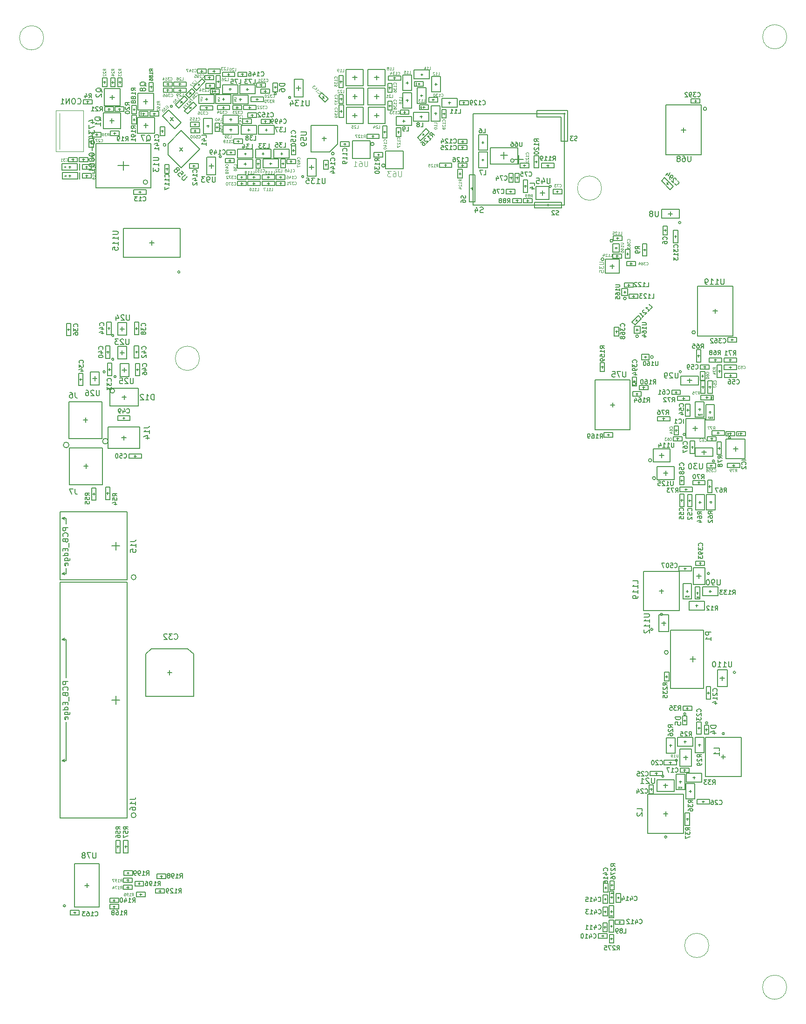
<source format=gbr>
G04 #@! TF.FileFunction,Other,Fab,Bot*
%FSLAX46Y46*%
G04 Gerber Fmt 4.6, Leading zero omitted, Abs format (unit mm)*
G04 Created by KiCad (PCBNEW 4.0.7) date Mon Jan 13 15:14:29 2020*
%MOMM*%
%LPD*%
G01*
G04 APERTURE LIST*
%ADD10C,0.150000*%
%ADD11C,0.200000*%
%ADD12C,0.100000*%
%ADD13C,0.125000*%
%ADD14C,0.075000*%
%ADD15C,0.031750*%
%ADD16C,0.050000*%
%ADD17C,0.120000*%
G04 APERTURE END LIST*
D10*
D11*
X181577280Y-85762520D02*
X181577280Y-88302520D01*
X181577280Y-88302520D02*
X179037280Y-88302520D01*
X179037280Y-88302520D02*
X179037280Y-85762520D01*
X179037280Y-85762520D02*
X181577280Y-85762520D01*
X178816300Y-85744740D02*
G75*
G03X178816300Y-85744740I-254000J0D01*
G01*
D10*
X180307280Y-86632520D02*
X180307280Y-87432520D01*
X179907280Y-87032520D02*
X180707280Y-87032520D01*
D11*
X80253780Y-154793980D02*
X80753780Y-154593980D01*
X81053780Y-154793980D02*
X80253780Y-154793980D01*
X80253780Y-154793980D02*
X80753780Y-154993980D01*
X80253780Y-176793980D02*
X80753780Y-176993980D01*
X81053780Y-176793980D02*
X80253780Y-176793980D01*
X80253780Y-176793980D02*
X80753780Y-176593980D01*
X81053780Y-169793980D02*
X81053780Y-176793980D01*
X81053780Y-161793980D02*
X81053780Y-154793980D01*
D10*
X90803780Y-165793980D02*
X89303780Y-165793980D01*
X90053780Y-166543980D02*
X90053780Y-165043980D01*
X93739994Y-186742980D02*
G75*
G03X93739994Y-186742980I-447214J0D01*
G01*
X92153780Y-144373980D02*
X92153780Y-187213980D01*
X92153780Y-187213980D02*
X79953780Y-187213980D01*
X79953780Y-187213980D02*
X79953780Y-144373980D01*
X92153780Y-144373980D02*
X79953780Y-144373980D01*
D12*
X178396680Y-72825480D02*
G75*
G03X178396680Y-72825480I-2200000J0D01*
G01*
X197903880Y-210391880D02*
G75*
G03X197903880Y-210391880I-2200000J0D01*
G01*
X76951680Y-45517380D02*
G75*
G03X76951680Y-45517380I-2200000J0D01*
G01*
X212079680Y-45326880D02*
G75*
G03X212079680Y-45326880I-2200000J0D01*
G01*
X105282780Y-103737280D02*
G75*
G03X105282780Y-103737280I-2200000J0D01*
G01*
X212066980Y-217983380D02*
G75*
G03X212066980Y-217983380I-2200000J0D01*
G01*
D10*
X89663780Y-62856480D02*
X90063780Y-62856480D01*
X89863780Y-63056480D02*
X89863780Y-62656480D01*
X89063780Y-63256480D02*
X90663780Y-63256480D01*
X90663780Y-63256480D02*
X90663780Y-62456480D01*
X90663780Y-62456480D02*
X89063780Y-62456480D01*
X89063780Y-62456480D02*
X89063780Y-63256480D01*
X90552780Y-58474980D02*
X90952780Y-58474980D01*
X90752780Y-58674980D02*
X90752780Y-58274980D01*
X89952780Y-58874980D02*
X91552780Y-58874980D01*
X91552780Y-58874980D02*
X91552780Y-58074980D01*
X91552780Y-58074980D02*
X89952780Y-58074980D01*
X89952780Y-58074980D02*
X89952780Y-58874980D01*
X89047780Y-58474980D02*
X88647780Y-58474980D01*
X88847780Y-58274980D02*
X88847780Y-58674980D01*
X89647780Y-58074980D02*
X88047780Y-58074980D01*
X88047780Y-58074980D02*
X88047780Y-58874980D01*
X88047780Y-58874980D02*
X89647780Y-58874980D01*
X89647780Y-58874980D02*
X89647780Y-58074980D01*
X88045980Y-53784980D02*
X88045980Y-53384980D01*
X88245980Y-53584980D02*
X87845980Y-53584980D01*
X88445980Y-54384980D02*
X88445980Y-52784980D01*
X88445980Y-52784980D02*
X87645980Y-52784980D01*
X87645980Y-52784980D02*
X87645980Y-54384980D01*
X87645980Y-54384980D02*
X88445980Y-54384980D01*
X90816280Y-53385480D02*
X90816280Y-53785480D01*
X90616280Y-53585480D02*
X91016280Y-53585480D01*
X90416280Y-52785480D02*
X90416280Y-54385480D01*
X90416280Y-54385480D02*
X91216280Y-54385480D01*
X91216280Y-54385480D02*
X91216280Y-52785480D01*
X91216280Y-52785480D02*
X90416280Y-52785480D01*
X89519180Y-53410380D02*
X89519180Y-53810380D01*
X89319180Y-53610380D02*
X89719180Y-53610380D01*
X89119180Y-52810380D02*
X89119180Y-54410380D01*
X89119180Y-54410380D02*
X89919180Y-54410380D01*
X89919180Y-54410380D02*
X89919180Y-52810380D01*
X89919180Y-52810380D02*
X89119180Y-52810380D01*
X195010780Y-157896580D02*
X195010780Y-158896580D01*
X194510780Y-158396580D02*
X195510780Y-158396580D01*
X190514333Y-157146580D02*
G75*
G03X190514333Y-157146580I-353553J0D01*
G01*
X190910780Y-153096580D02*
X190910780Y-163696580D01*
X190910780Y-163696580D02*
X196910780Y-163696580D01*
X196910780Y-163696580D02*
X196910780Y-153096580D01*
X196910780Y-153096580D02*
X190910780Y-153096580D01*
D11*
X163336660Y-68415940D02*
X163336660Y-66815940D01*
X162536660Y-67615940D02*
X164136660Y-67615940D01*
X155056660Y-59335940D02*
X171616660Y-59335940D01*
X171616660Y-59335940D02*
X171616660Y-75895940D01*
X171616660Y-75895940D02*
X155056660Y-75895940D01*
X155056660Y-75895940D02*
X155056660Y-59335940D01*
D12*
X79133780Y-58703980D02*
X79133780Y-66203980D01*
X84133780Y-58703980D02*
X79133780Y-58703980D01*
X84133780Y-66203980D02*
X84133780Y-58703980D01*
X79133780Y-66203980D02*
X84133780Y-66203980D01*
X79833780Y-65703980D02*
X79833780Y-59203980D01*
D10*
X202227260Y-123201300D02*
X202627260Y-123201300D01*
X202427260Y-123401300D02*
X202427260Y-123001300D01*
X201300260Y-123601300D02*
X203554260Y-123601300D01*
X203554260Y-123601300D02*
X203554260Y-122801300D01*
X203554260Y-122801300D02*
X201300260Y-122801300D01*
X201300260Y-122801300D02*
X201300260Y-123601300D01*
X198066740Y-129856100D02*
X198466740Y-129856100D01*
X198266740Y-129656100D02*
X198266740Y-130056100D01*
X197466740Y-128456100D02*
X197466740Y-131256100D01*
X197466740Y-131256100D02*
X199066740Y-131256100D01*
X199066740Y-131256100D02*
X199066740Y-128456100D01*
X199066740Y-128456100D02*
X197466740Y-128456100D01*
X197925180Y-113517400D02*
X198325180Y-113517400D01*
X198125180Y-113317400D02*
X198125180Y-113717400D01*
X197325180Y-112117400D02*
X197325180Y-114917400D01*
X197325180Y-114917400D02*
X198925180Y-114917400D01*
X198925180Y-114917400D02*
X198925180Y-112117400D01*
X198925180Y-112117400D02*
X197325180Y-112117400D01*
X196100780Y-129901820D02*
X196500780Y-129901820D01*
X196300780Y-129701820D02*
X196300780Y-130101820D01*
X195500780Y-128501820D02*
X195500780Y-131301820D01*
X195500780Y-131301820D02*
X197100780Y-131301820D01*
X197100780Y-131301820D02*
X197100780Y-128501820D01*
X197100780Y-128501820D02*
X195500780Y-128501820D01*
X196029660Y-113000660D02*
X196429660Y-113000660D01*
X196229660Y-112800660D02*
X196229660Y-113200660D01*
X195429660Y-111600660D02*
X195429660Y-114400660D01*
X195429660Y-114400660D02*
X197029660Y-114400660D01*
X197029660Y-114400660D02*
X197029660Y-111600660D01*
X197029660Y-111600660D02*
X195429660Y-111600660D01*
X196292500Y-126300100D02*
X195892500Y-126300100D01*
X196092500Y-126100100D02*
X196092500Y-126500100D01*
X197219500Y-125900100D02*
X194965500Y-125900100D01*
X194965500Y-125900100D02*
X194965500Y-126700100D01*
X194965500Y-126700100D02*
X197219500Y-126700100D01*
X197219500Y-126700100D02*
X197219500Y-125900100D01*
X201603100Y-104043200D02*
X202003100Y-104043200D01*
X201803100Y-104243200D02*
X201803100Y-103843200D01*
X200676100Y-104443200D02*
X202930100Y-104443200D01*
X202930100Y-104443200D02*
X202930100Y-103643200D01*
X202930100Y-103643200D02*
X200676100Y-103643200D01*
X200676100Y-103643200D02*
X200676100Y-104443200D01*
X193513740Y-111009300D02*
X193113740Y-111009300D01*
X193313740Y-110809300D02*
X193313740Y-111209300D01*
X194440740Y-110609300D02*
X192186740Y-110609300D01*
X192186740Y-110609300D02*
X192186740Y-111409300D01*
X192186740Y-111409300D02*
X194440740Y-111409300D01*
X194440740Y-111409300D02*
X194440740Y-110609300D01*
X189887200Y-114719100D02*
X189487200Y-114719100D01*
X189687200Y-114519100D02*
X189687200Y-114919100D01*
X190814200Y-114319100D02*
X188560200Y-114319100D01*
X188560200Y-114319100D02*
X188560200Y-115119100D01*
X188560200Y-115119100D02*
X190814200Y-115119100D01*
X190814200Y-115119100D02*
X190814200Y-114319100D01*
X196046780Y-103467380D02*
X196046780Y-103067380D01*
X196246780Y-103267380D02*
X195846780Y-103267380D01*
X196446780Y-104394380D02*
X196446780Y-102140380D01*
X196446780Y-102140380D02*
X195646780Y-102140380D01*
X195646780Y-102140380D02*
X195646780Y-104394380D01*
X195646780Y-104394380D02*
X196446780Y-104394380D01*
X198895460Y-104038120D02*
X199295460Y-104038120D01*
X199095460Y-104238120D02*
X199095460Y-103838120D01*
X197968460Y-104438120D02*
X200222460Y-104438120D01*
X200222460Y-104438120D02*
X200222460Y-103638120D01*
X200222460Y-103638120D02*
X197968460Y-103638120D01*
X197968460Y-103638120D02*
X197968460Y-104438120D01*
X199797700Y-117288180D02*
X199397700Y-117288180D01*
X199597700Y-117088180D02*
X199597700Y-117488180D01*
X200724700Y-116888180D02*
X198470700Y-116888180D01*
X198470700Y-116888180D02*
X198470700Y-117688180D01*
X198470700Y-117688180D02*
X200724700Y-117688180D01*
X200724700Y-117688180D02*
X200724700Y-116888180D01*
X199780580Y-120261860D02*
X199780580Y-119861860D01*
X199980580Y-120061860D02*
X199580580Y-120061860D01*
X200180580Y-121188860D02*
X200180580Y-118934860D01*
X200180580Y-118934860D02*
X199380580Y-118934860D01*
X199380580Y-118934860D02*
X199380580Y-121188860D01*
X199380580Y-121188860D02*
X200180580Y-121188860D01*
X191169680Y-174044180D02*
X190769680Y-174044180D01*
X190969680Y-174244180D02*
X190969680Y-173844180D01*
X191769680Y-175444180D02*
X191769680Y-172644180D01*
X191769680Y-172644180D02*
X190169680Y-172644180D01*
X190169680Y-172644180D02*
X190169680Y-175444180D01*
X190169680Y-175444180D02*
X191769680Y-175444180D01*
X196414780Y-173980680D02*
X196014780Y-173980680D01*
X196214780Y-174180680D02*
X196214780Y-173780680D01*
X197014780Y-175380680D02*
X197014780Y-172580680D01*
X197014780Y-172580680D02*
X195414780Y-172580680D01*
X195414780Y-172580680D02*
X195414780Y-175380680D01*
X195414780Y-175380680D02*
X197014780Y-175380680D01*
X195224180Y-179711580D02*
X195224180Y-180111580D01*
X195424180Y-179911580D02*
X195024180Y-179911580D01*
X196624180Y-179111580D02*
X193824180Y-179111580D01*
X193824180Y-179111580D02*
X193824180Y-180711580D01*
X193824180Y-180711580D02*
X196624180Y-180711580D01*
X196624180Y-180711580D02*
X196624180Y-179111580D01*
X194751080Y-182400780D02*
X194351080Y-182400780D01*
X194551080Y-182600780D02*
X194551080Y-182200780D01*
X195351080Y-183800780D02*
X195351080Y-181000780D01*
X195351080Y-181000780D02*
X193751080Y-181000780D01*
X193751080Y-181000780D02*
X193751080Y-183800780D01*
X193751080Y-183800780D02*
X195351080Y-183800780D01*
X95843780Y-71733980D02*
G75*
G03X95843780Y-71733980I-400000J0D01*
G01*
X92443780Y-68733980D02*
X90443780Y-68733980D01*
X91443780Y-67933980D02*
X91443780Y-69533980D01*
X96443780Y-64733980D02*
X86443780Y-64733980D01*
X86443780Y-64733980D02*
X86443780Y-72733980D01*
X86443780Y-72733980D02*
X96443780Y-72733980D01*
X96443780Y-72733980D02*
X96443780Y-64733980D01*
X192993700Y-126139420D02*
X192993700Y-125739420D01*
X193193700Y-125939420D02*
X192793700Y-125939420D01*
X193393700Y-126739420D02*
X193393700Y-125139420D01*
X193393700Y-125139420D02*
X192593700Y-125139420D01*
X192593700Y-125139420D02*
X192593700Y-126739420D01*
X192593700Y-126739420D02*
X193393700Y-126739420D01*
X197354220Y-105314620D02*
X196954220Y-105314620D01*
X197154220Y-105114620D02*
X197154220Y-105514620D01*
X197954220Y-104914620D02*
X196354220Y-104914620D01*
X196354220Y-104914620D02*
X196354220Y-105714620D01*
X196354220Y-105714620D02*
X197954220Y-105714620D01*
X197954220Y-105714620D02*
X197954220Y-104914620D01*
X196768820Y-107141340D02*
X196768820Y-106741340D01*
X196968820Y-106941340D02*
X196568820Y-106941340D01*
X197168820Y-107741340D02*
X197168820Y-106141340D01*
X197168820Y-106141340D02*
X196368820Y-106141340D01*
X196368820Y-106141340D02*
X196368820Y-107741340D01*
X196368820Y-107741340D02*
X197168820Y-107741340D01*
X192142140Y-109901860D02*
X191742140Y-109901860D01*
X191942140Y-109701860D02*
X191942140Y-110101860D01*
X192742140Y-109501860D02*
X191142140Y-109501860D01*
X191142140Y-109501860D02*
X191142140Y-110301860D01*
X191142140Y-110301860D02*
X192742140Y-110301860D01*
X192742140Y-110301860D02*
X192742140Y-109501860D01*
X198234380Y-118354980D02*
X198634380Y-118354980D01*
X198434380Y-118554980D02*
X198434380Y-118154980D01*
X197634380Y-118754980D02*
X199234380Y-118754980D01*
X199234380Y-118754980D02*
X199234380Y-117954980D01*
X199234380Y-117954980D02*
X197634380Y-117954980D01*
X197634380Y-117954980D02*
X197634380Y-118754980D01*
X192036780Y-118360060D02*
X192436780Y-118360060D01*
X192236780Y-118560060D02*
X192236780Y-118160060D01*
X191436780Y-118760060D02*
X193036780Y-118760060D01*
X193036780Y-118760060D02*
X193036780Y-117960060D01*
X193036780Y-117960060D02*
X191436780Y-117960060D01*
X191436780Y-117960060D02*
X191436780Y-118760060D01*
X191977700Y-117020820D02*
X191977700Y-116620820D01*
X192177700Y-116820820D02*
X191777700Y-116820820D01*
X192377700Y-117620820D02*
X192377700Y-116020820D01*
X192377700Y-116020820D02*
X191577700Y-116020820D01*
X191577700Y-116020820D02*
X191577700Y-117620820D01*
X191577700Y-117620820D02*
X192377700Y-117620820D01*
X201632900Y-117430420D02*
X202032900Y-117430420D01*
X201832900Y-117630420D02*
X201832900Y-117230420D01*
X201032900Y-117830420D02*
X202632900Y-117830420D01*
X202632900Y-117830420D02*
X202632900Y-117030420D01*
X202632900Y-117030420D02*
X201032900Y-117030420D01*
X201032900Y-117030420D02*
X201032900Y-117830420D01*
X203927740Y-117410100D02*
X203527740Y-117410100D01*
X203727740Y-117210100D02*
X203727740Y-117610100D01*
X204527740Y-117010100D02*
X202927740Y-117010100D01*
X202927740Y-117010100D02*
X202927740Y-117810100D01*
X202927740Y-117810100D02*
X204527740Y-117810100D01*
X204527740Y-117810100D02*
X204527740Y-117010100D01*
X198532780Y-123231780D02*
X198132780Y-123231780D01*
X198332780Y-123031780D02*
X198332780Y-123431780D01*
X199132780Y-122831780D02*
X197532780Y-122831780D01*
X197532780Y-122831780D02*
X197532780Y-123631780D01*
X197532780Y-123631780D02*
X199132780Y-123631780D01*
X199132780Y-123631780D02*
X199132780Y-122831780D01*
X193992280Y-187629980D02*
X193992280Y-187229980D01*
X194192280Y-187429980D02*
X193792280Y-187429980D01*
X194392280Y-188556980D02*
X194392280Y-186302980D01*
X194392280Y-186302980D02*
X193592280Y-186302980D01*
X193592280Y-186302980D02*
X193592280Y-188556980D01*
X193592280Y-188556980D02*
X194392280Y-188556980D01*
X106622540Y-70395500D02*
X106622540Y-67195500D01*
X106672540Y-70395500D02*
X108222540Y-70395500D01*
X106672540Y-67195500D02*
X108222540Y-67195500D01*
X107447540Y-68395500D02*
X107447540Y-69195500D01*
X107047540Y-68795500D02*
X107847540Y-68795500D01*
X109247540Y-67095500D02*
G75*
G03X109247540Y-67095500I-200000J0D01*
G01*
X108222540Y-70395500D02*
X108222540Y-67195500D01*
X106561080Y-56869540D02*
X106561080Y-56469540D01*
X106361080Y-56669540D02*
X106761080Y-56669540D01*
X105161080Y-57469540D02*
X107961080Y-57469540D01*
X107961080Y-57469540D02*
X107961080Y-55869540D01*
X107961080Y-55869540D02*
X105161080Y-55869540D01*
X105161080Y-55869540D02*
X105161080Y-57469540D01*
X109647180Y-56869540D02*
X109647180Y-56469540D01*
X109447180Y-56669540D02*
X109847180Y-56669540D01*
X108247180Y-57469540D02*
X111047180Y-57469540D01*
X111047180Y-57469540D02*
X111047180Y-55869540D01*
X111047180Y-55869540D02*
X108247180Y-55869540D01*
X108247180Y-55869540D02*
X108247180Y-57469540D01*
X110858760Y-55063600D02*
X110858760Y-54663600D01*
X110658760Y-54863600D02*
X111058760Y-54863600D01*
X109458760Y-55663600D02*
X112258760Y-55663600D01*
X112258760Y-55663600D02*
X112258760Y-54063600D01*
X112258760Y-54063600D02*
X109458760Y-54063600D01*
X109458760Y-54063600D02*
X109458760Y-55663600D01*
X112710420Y-56902560D02*
X112710420Y-56502560D01*
X112510420Y-56702560D02*
X112910420Y-56702560D01*
X111310420Y-57502560D02*
X114110420Y-57502560D01*
X114110420Y-57502560D02*
X114110420Y-55902560D01*
X114110420Y-55902560D02*
X111310420Y-55902560D01*
X111310420Y-55902560D02*
X111310420Y-57502560D01*
X114005820Y-55086460D02*
X114005820Y-54686460D01*
X113805820Y-54886460D02*
X114205820Y-54886460D01*
X112605820Y-55686460D02*
X115405820Y-55686460D01*
X115405820Y-55686460D02*
X115405820Y-54086460D01*
X115405820Y-54086460D02*
X112605820Y-54086460D01*
X112605820Y-54086460D02*
X112605820Y-55686460D01*
X108676900Y-53256440D02*
X108676900Y-53656440D01*
X108476900Y-53456440D02*
X108876900Y-53456440D01*
X108276900Y-52329440D02*
X108276900Y-54583440D01*
X108276900Y-54583440D02*
X109076900Y-54583440D01*
X109076900Y-54583440D02*
X109076900Y-52329440D01*
X109076900Y-52329440D02*
X108276900Y-52329440D01*
X103493579Y-55721301D02*
X103776421Y-55438459D01*
X103776421Y-55721301D02*
X103493579Y-55438459D01*
X103352157Y-56428408D02*
X104483528Y-55297037D01*
X104483528Y-55297037D02*
X103917843Y-54731352D01*
X103917843Y-54731352D02*
X102786472Y-55862723D01*
X102786472Y-55862723D02*
X103352157Y-56428408D01*
X99720200Y-55018540D02*
X99320200Y-55018540D01*
X99520200Y-54818540D02*
X99520200Y-55218540D01*
X100320200Y-54618540D02*
X98720200Y-54618540D01*
X98720200Y-54618540D02*
X98720200Y-55418540D01*
X98720200Y-55418540D02*
X100320200Y-55418540D01*
X100320200Y-55418540D02*
X100320200Y-54618540D01*
X107905400Y-55229360D02*
X108305400Y-55229360D01*
X108105400Y-55429360D02*
X108105400Y-55029360D01*
X107305400Y-55629360D02*
X108905400Y-55629360D01*
X108905400Y-55629360D02*
X108905400Y-54829360D01*
X108905400Y-54829360D02*
X107305400Y-54829360D01*
X107305400Y-54829360D02*
X107305400Y-55629360D01*
X109849720Y-58178300D02*
X109449720Y-58178300D01*
X109649720Y-57978300D02*
X109649720Y-58378300D01*
X110776720Y-57778300D02*
X108522720Y-57778300D01*
X108522720Y-57778300D02*
X108522720Y-58578300D01*
X108522720Y-58578300D02*
X110776720Y-58578300D01*
X110776720Y-58578300D02*
X110776720Y-57778300D01*
X111946540Y-58185920D02*
X112346540Y-58185920D01*
X112146540Y-58385920D02*
X112146540Y-57985920D01*
X111346540Y-58585920D02*
X112946540Y-58585920D01*
X112946540Y-58585920D02*
X112946540Y-57785920D01*
X112946540Y-57785920D02*
X111346540Y-57785920D01*
X111346540Y-57785920D02*
X111346540Y-58585920D01*
X114217300Y-58185920D02*
X114617300Y-58185920D01*
X114417300Y-58385920D02*
X114417300Y-57985920D01*
X113290300Y-58585920D02*
X115544300Y-58585920D01*
X115544300Y-58585920D02*
X115544300Y-57785920D01*
X115544300Y-57785920D02*
X113290300Y-57785920D01*
X113290300Y-57785920D02*
X113290300Y-58585920D01*
X116282320Y-54078740D02*
X116682320Y-54078740D01*
X116482320Y-54278740D02*
X116482320Y-53878740D01*
X115682320Y-54478740D02*
X117282320Y-54478740D01*
X117282320Y-54478740D02*
X117282320Y-53678740D01*
X117282320Y-53678740D02*
X115682320Y-53678740D01*
X115682320Y-53678740D02*
X115682320Y-54478740D01*
X117049400Y-55206500D02*
X117449400Y-55206500D01*
X117249400Y-55406500D02*
X117249400Y-55006500D01*
X116449400Y-55606500D02*
X118049400Y-55606500D01*
X118049400Y-55606500D02*
X118049400Y-54806500D01*
X118049400Y-54806500D02*
X116449400Y-54806500D01*
X116449400Y-54806500D02*
X116449400Y-55606500D01*
X99732900Y-53926340D02*
X99332900Y-53926340D01*
X99532900Y-53726340D02*
X99532900Y-54126340D01*
X100332900Y-53526340D02*
X98732900Y-53526340D01*
X98732900Y-53526340D02*
X98732900Y-54326340D01*
X98732900Y-54326340D02*
X100332900Y-54326340D01*
X100332900Y-54326340D02*
X100332900Y-53526340D01*
X106876700Y-52724920D02*
X107276700Y-52724920D01*
X107076700Y-52924920D02*
X107076700Y-52524920D01*
X106276700Y-53124920D02*
X107876700Y-53124920D01*
X107876700Y-53124920D02*
X107876700Y-52324920D01*
X107876700Y-52324920D02*
X106276700Y-52324920D01*
X106276700Y-52324920D02*
X106276700Y-53124920D01*
X107406240Y-54215900D02*
X107006240Y-54215900D01*
X107206240Y-54015900D02*
X107206240Y-54415900D01*
X108006240Y-53815900D02*
X106406240Y-53815900D01*
X106406240Y-53815900D02*
X106406240Y-54615900D01*
X106406240Y-54615900D02*
X108006240Y-54615900D01*
X108006240Y-54615900D02*
X108006240Y-53815900D01*
X106373780Y-58246880D02*
X106773780Y-58246880D01*
X106573780Y-58446880D02*
X106573780Y-58046880D01*
X105446780Y-58646880D02*
X107700780Y-58646880D01*
X107700780Y-58646880D02*
X107700780Y-57846880D01*
X107700780Y-57846880D02*
X105446780Y-57846880D01*
X105446780Y-57846880D02*
X105446780Y-58646880D01*
X124106900Y-53068020D02*
X124106900Y-56268020D01*
X124056900Y-53068020D02*
X122506900Y-53068020D01*
X124056900Y-56268020D02*
X122506900Y-56268020D01*
X123281900Y-55068020D02*
X123281900Y-54268020D01*
X123681900Y-54668020D02*
X122881900Y-54668020D01*
X121881900Y-56368020D02*
G75*
G03X121881900Y-56368020I-200000J0D01*
G01*
X122506900Y-53068020D02*
X122506900Y-56268020D01*
X105073459Y-54149041D02*
X105356301Y-53866199D01*
X105356301Y-54149041D02*
X105073459Y-53866199D01*
X104700813Y-55087372D02*
X106294632Y-53493553D01*
X106294632Y-53493553D02*
X105728947Y-52927868D01*
X105728947Y-52927868D02*
X104135128Y-54521687D01*
X104135128Y-54521687D02*
X104700813Y-55087372D01*
X101930000Y-53918720D02*
X101530000Y-53918720D01*
X101730000Y-53718720D02*
X101730000Y-54118720D01*
X102857000Y-53518720D02*
X100603000Y-53518720D01*
X100603000Y-53518720D02*
X100603000Y-54318720D01*
X100603000Y-54318720D02*
X102857000Y-54318720D01*
X102857000Y-54318720D02*
X102857000Y-53518720D01*
X101937620Y-55046480D02*
X101537620Y-55046480D01*
X101737620Y-54846480D02*
X101737620Y-55246480D01*
X102864620Y-54646480D02*
X100610620Y-54646480D01*
X100610620Y-54646480D02*
X100610620Y-55446480D01*
X100610620Y-55446480D02*
X102864620Y-55446480D01*
X102864620Y-55446480D02*
X102864620Y-54646480D01*
X101878139Y-57339281D02*
X102160981Y-57056439D01*
X102160981Y-57339281D02*
X101878139Y-57056439D01*
X101505493Y-58277612D02*
X103099312Y-56683793D01*
X103099312Y-56683793D02*
X102533627Y-56118108D01*
X102533627Y-56118108D02*
X100939808Y-57711927D01*
X100939808Y-57711927D02*
X101505493Y-58277612D01*
X100787028Y-62016474D02*
X98524286Y-59753732D01*
X100822383Y-61981119D02*
X101918399Y-60885103D01*
X98559641Y-59718377D02*
X99655657Y-58622361D01*
X99956177Y-60018897D02*
X100521863Y-60584583D01*
X99956177Y-60584583D02*
X100521863Y-60018897D01*
X100368309Y-57968288D02*
G75*
G03X100368309Y-57968288I-200000J0D01*
G01*
X101918399Y-60885103D02*
X99655657Y-58622361D01*
X191859360Y-81809800D02*
X191859360Y-81409800D01*
X192059360Y-81609800D02*
X191659360Y-81609800D01*
X192259360Y-82736800D02*
X192259360Y-80482800D01*
X192259360Y-80482800D02*
X191459360Y-80482800D01*
X191459360Y-80482800D02*
X191459360Y-82736800D01*
X191459360Y-82736800D02*
X192259360Y-82736800D01*
X190229499Y-71874799D02*
X190512341Y-72157641D01*
X190229499Y-72157641D02*
X190512341Y-71874799D01*
X189291168Y-71502153D02*
X190884987Y-73095972D01*
X190884987Y-73095972D02*
X191450672Y-72530287D01*
X191450672Y-72530287D02*
X189856853Y-70936468D01*
X189856853Y-70936468D02*
X189291168Y-71502153D01*
X113596880Y-68619580D02*
X113596880Y-68219580D01*
X113396880Y-68419580D02*
X113796880Y-68419580D01*
X112196880Y-69219580D02*
X114996880Y-69219580D01*
X114996880Y-69219580D02*
X114996880Y-67619580D01*
X114996880Y-67619580D02*
X112196880Y-67619580D01*
X112196880Y-67619580D02*
X112196880Y-69219580D01*
X120228820Y-66750140D02*
X120228820Y-66350140D01*
X120028820Y-66550140D02*
X120428820Y-66550140D01*
X118828820Y-67350140D02*
X121628820Y-67350140D01*
X121628820Y-67350140D02*
X121628820Y-65750140D01*
X121628820Y-65750140D02*
X118828820Y-65750140D01*
X118828820Y-65750140D02*
X118828820Y-67350140D01*
X113619740Y-66385700D02*
X113619740Y-66785700D01*
X113819740Y-66585700D02*
X113419740Y-66585700D01*
X115019740Y-65785700D02*
X112219740Y-65785700D01*
X112219740Y-65785700D02*
X112219740Y-67385700D01*
X112219740Y-67385700D02*
X115019740Y-67385700D01*
X115019740Y-67385700D02*
X115019740Y-65785700D01*
X116855700Y-66370460D02*
X116855700Y-66770460D01*
X117055700Y-66570460D02*
X116655700Y-66570460D01*
X118255700Y-65770460D02*
X115455700Y-65770460D01*
X115455700Y-65770460D02*
X115455700Y-67370460D01*
X115455700Y-67370460D02*
X118255700Y-67370460D01*
X118255700Y-67370460D02*
X118255700Y-65770460D01*
X118229840Y-68558620D02*
X118229840Y-68158620D01*
X118029840Y-68358620D02*
X118429840Y-68358620D01*
X116829840Y-69158620D02*
X119629840Y-69158620D01*
X119629840Y-69158620D02*
X119629840Y-67558620D01*
X119629840Y-67558620D02*
X116829840Y-67558620D01*
X116829840Y-67558620D02*
X116829840Y-69158620D01*
X133932070Y-59614670D02*
X133132070Y-59614670D01*
X133532070Y-59214670D02*
X133532070Y-60014670D01*
X135092070Y-58119670D02*
X131972070Y-58119670D01*
X131972070Y-58119670D02*
X131972070Y-61109670D01*
X135092070Y-61109670D02*
X131972070Y-61109670D01*
X135092070Y-61109670D02*
X135092070Y-58119670D01*
X137899550Y-59609590D02*
X137099550Y-59609590D01*
X137499550Y-59209590D02*
X137499550Y-60009590D01*
X139059550Y-58114590D02*
X135939550Y-58114590D01*
X135939550Y-58114590D02*
X135939550Y-61104590D01*
X139059550Y-61104590D02*
X135939550Y-61104590D01*
X139059550Y-61104590D02*
X139059550Y-58114590D01*
X133954930Y-56167890D02*
X133154930Y-56167890D01*
X133554930Y-55767890D02*
X133554930Y-56567890D01*
X135114930Y-54672890D02*
X131994930Y-54672890D01*
X131994930Y-54672890D02*
X131994930Y-57662890D01*
X135114930Y-57662890D02*
X131994930Y-57662890D01*
X135114930Y-57662890D02*
X135114930Y-54672890D01*
X137886850Y-56167890D02*
X137086850Y-56167890D01*
X137486850Y-55767890D02*
X137486850Y-56567890D01*
X139046850Y-54672890D02*
X135926850Y-54672890D01*
X135926850Y-54672890D02*
X135926850Y-57662890D01*
X139046850Y-57662890D02*
X135926850Y-57662890D01*
X139046850Y-57662890D02*
X139046850Y-54672890D01*
X133909210Y-52733810D02*
X133109210Y-52733810D01*
X133509210Y-52333810D02*
X133509210Y-53133810D01*
X135069210Y-51238810D02*
X131949210Y-51238810D01*
X131949210Y-51238810D02*
X131949210Y-54228810D01*
X135069210Y-54228810D02*
X131949210Y-54228810D01*
X135069210Y-54228810D02*
X135069210Y-51238810D01*
X137894470Y-52738890D02*
X137094470Y-52738890D01*
X137494470Y-52338890D02*
X137494470Y-53138890D01*
X139054470Y-51243890D02*
X135934470Y-51243890D01*
X135934470Y-51243890D02*
X135934470Y-54233890D01*
X139054470Y-54233890D02*
X135934470Y-54233890D01*
X139054470Y-54233890D02*
X139054470Y-51243890D01*
X142858340Y-56882900D02*
X143258340Y-56882900D01*
X143058340Y-56682900D02*
X143058340Y-57082900D01*
X142258340Y-55482900D02*
X142258340Y-58282900D01*
X142258340Y-58282900D02*
X143858340Y-58282900D01*
X143858340Y-58282900D02*
X143858340Y-55482900D01*
X143858340Y-55482900D02*
X142258340Y-55482900D01*
X142873580Y-53697740D02*
X143273580Y-53697740D01*
X143073580Y-53497740D02*
X143073580Y-53897740D01*
X142273580Y-52297740D02*
X142273580Y-55097740D01*
X142273580Y-55097740D02*
X143873580Y-55097740D01*
X143873580Y-55097740D02*
X143873580Y-52297740D01*
X143873580Y-52297740D02*
X142273580Y-52297740D01*
X145710100Y-52388980D02*
X145710100Y-51988980D01*
X145510100Y-52188980D02*
X145910100Y-52188980D01*
X144310100Y-52988980D02*
X147110100Y-52988980D01*
X147110100Y-52988980D02*
X147110100Y-51388980D01*
X147110100Y-51388980D02*
X144310100Y-51388980D01*
X144310100Y-51388980D02*
X144310100Y-52988980D01*
X145456760Y-56006600D02*
X145856760Y-56006600D01*
X145656760Y-55806600D02*
X145656760Y-56206600D01*
X144856760Y-54606600D02*
X144856760Y-57406600D01*
X144856760Y-57406600D02*
X146456760Y-57406600D01*
X146456760Y-57406600D02*
X146456760Y-54606600D01*
X146456760Y-54606600D02*
X144856760Y-54606600D01*
X148085660Y-53956820D02*
X148485660Y-53956820D01*
X148285660Y-53756820D02*
X148285660Y-54156820D01*
X147485660Y-52556820D02*
X147485660Y-55356820D01*
X147485660Y-55356820D02*
X149085660Y-55356820D01*
X149085660Y-55356820D02*
X149085660Y-52556820D01*
X149085660Y-52556820D02*
X147485660Y-52556820D01*
X150754540Y-57494380D02*
X150754540Y-57094380D01*
X150554540Y-57294380D02*
X150954540Y-57294380D01*
X149354540Y-58094380D02*
X152154540Y-58094380D01*
X152154540Y-58094380D02*
X152154540Y-56494380D01*
X152154540Y-56494380D02*
X149354540Y-56494380D01*
X149354540Y-56494380D02*
X149354540Y-58094380D01*
X148034860Y-59240020D02*
X148434860Y-59240020D01*
X148234860Y-59040020D02*
X148234860Y-59440020D01*
X147434860Y-57840020D02*
X147434860Y-60640020D01*
X147434860Y-60640020D02*
X149034860Y-60640020D01*
X149034860Y-60640020D02*
X149034860Y-57840020D01*
X149034860Y-57840020D02*
X147434860Y-57840020D01*
X142448740Y-60447180D02*
X142448740Y-60847180D01*
X142648740Y-60647180D02*
X142248740Y-60647180D01*
X143848740Y-59847180D02*
X141048740Y-59847180D01*
X141048740Y-59847180D02*
X141048740Y-61447180D01*
X141048740Y-61447180D02*
X143848740Y-61447180D01*
X143848740Y-61447180D02*
X143848740Y-59847180D01*
X145613580Y-59649620D02*
X145613580Y-60049620D01*
X145813580Y-59849620D02*
X145413580Y-59849620D01*
X147013580Y-59049620D02*
X144213580Y-59049620D01*
X144213580Y-59049620D02*
X144213580Y-60649620D01*
X144213580Y-60649620D02*
X147013580Y-60649620D01*
X147013580Y-60649620D02*
X147013580Y-59049620D01*
X115936220Y-68181480D02*
X115936220Y-68581480D01*
X115736220Y-68381480D02*
X116136220Y-68381480D01*
X115536220Y-67581480D02*
X115536220Y-69181480D01*
X115536220Y-69181480D02*
X116336220Y-69181480D01*
X116336220Y-69181480D02*
X116336220Y-67581480D01*
X116336220Y-67581480D02*
X115536220Y-67581480D01*
X122382740Y-66181180D02*
X122382740Y-65781180D01*
X122582740Y-65981180D02*
X122182740Y-65981180D01*
X122782740Y-66781180D02*
X122782740Y-65181180D01*
X122782740Y-65181180D02*
X121982740Y-65181180D01*
X121982740Y-65181180D02*
X121982740Y-66781180D01*
X121982740Y-66781180D02*
X122782740Y-66781180D01*
X111206080Y-66341860D02*
X110806080Y-66341860D01*
X111006080Y-66141860D02*
X111006080Y-66541860D01*
X111806080Y-65941860D02*
X110206080Y-65941860D01*
X110206080Y-65941860D02*
X110206080Y-66741860D01*
X110206080Y-66741860D02*
X111806080Y-66741860D01*
X111806080Y-66741860D02*
X111806080Y-65941860D01*
X120472660Y-68558620D02*
X120472660Y-68158620D01*
X120672660Y-68358620D02*
X120272660Y-68358620D01*
X120872660Y-69158620D02*
X120872660Y-67558620D01*
X120872660Y-67558620D02*
X120072660Y-67558620D01*
X120072660Y-67558620D02*
X120072660Y-69158620D01*
X120072660Y-69158620D02*
X120872660Y-69158620D01*
X105900020Y-51574300D02*
X105500020Y-51574300D01*
X105700020Y-51374300D02*
X105700020Y-51774300D01*
X106500020Y-51174300D02*
X104900020Y-51174300D01*
X104900020Y-51174300D02*
X104900020Y-51974300D01*
X104900020Y-51974300D02*
X106500020Y-51974300D01*
X106500020Y-51974300D02*
X106500020Y-51174300D01*
X112906660Y-52153420D02*
X113306660Y-52153420D01*
X113106660Y-52353420D02*
X113106660Y-51953420D01*
X112306660Y-52553420D02*
X113906660Y-52553420D01*
X113906660Y-52553420D02*
X113906660Y-51753420D01*
X113906660Y-51753420D02*
X112306660Y-51753420D01*
X112306660Y-51753420D02*
X112306660Y-52553420D01*
X131053030Y-59052670D02*
X131053030Y-58652670D01*
X131253030Y-58852670D02*
X130853030Y-58852670D01*
X131453030Y-59979670D02*
X131453030Y-57725670D01*
X131453030Y-57725670D02*
X130653030Y-57725670D01*
X130653030Y-57725670D02*
X130653030Y-59979670D01*
X130653030Y-59979670D02*
X131453030Y-59979670D01*
X139897310Y-58062070D02*
X139897310Y-57662070D01*
X140097310Y-57862070D02*
X139697310Y-57862070D01*
X140297310Y-58662070D02*
X140297310Y-57062070D01*
X140297310Y-57062070D02*
X139497310Y-57062070D01*
X139497310Y-57062070D02*
X139497310Y-58662070D01*
X139497310Y-58662070D02*
X140297310Y-58662070D01*
X131030170Y-56412390D02*
X131030170Y-56812390D01*
X130830170Y-56612390D02*
X131230170Y-56612390D01*
X130630170Y-55812390D02*
X130630170Y-57412390D01*
X130630170Y-57412390D02*
X131430170Y-57412390D01*
X131430170Y-57412390D02*
X131430170Y-55812390D01*
X131430170Y-55812390D02*
X130630170Y-55812390D01*
X139917630Y-54800710D02*
X139917630Y-54400710D01*
X140117630Y-54600710D02*
X139717630Y-54600710D01*
X140317630Y-55400710D02*
X140317630Y-53800710D01*
X140317630Y-53800710D02*
X139517630Y-53800710D01*
X139517630Y-53800710D02*
X139517630Y-55400710D01*
X139517630Y-55400710D02*
X140317630Y-55400710D01*
X131020010Y-53280570D02*
X131020010Y-53680570D01*
X130820010Y-53480570D02*
X131220010Y-53480570D01*
X130620010Y-52353570D02*
X130620010Y-54607570D01*
X130620010Y-54607570D02*
X131420010Y-54607570D01*
X131420010Y-54607570D02*
X131420010Y-52353570D01*
X131420010Y-52353570D02*
X130620010Y-52353570D01*
X140557100Y-52818900D02*
X140957100Y-52818900D01*
X140757100Y-53018900D02*
X140757100Y-52618900D01*
X139630100Y-53218900D02*
X141884100Y-53218900D01*
X141884100Y-53218900D02*
X141884100Y-52418900D01*
X141884100Y-52418900D02*
X139630100Y-52418900D01*
X139630100Y-52418900D02*
X139630100Y-53218900D01*
X142785900Y-59016500D02*
X142385900Y-59016500D01*
X142585900Y-58816500D02*
X142585900Y-59216500D01*
X143385900Y-58616500D02*
X141785900Y-58616500D01*
X141785900Y-58616500D02*
X141785900Y-59416500D01*
X141785900Y-59416500D02*
X143385900Y-59416500D01*
X143385900Y-59416500D02*
X143385900Y-58616500D01*
X144999560Y-53880620D02*
X145399560Y-53880620D01*
X145199560Y-54080620D02*
X145199560Y-53680620D01*
X144399560Y-54280620D02*
X145999560Y-54280620D01*
X145999560Y-54280620D02*
X145999560Y-53480620D01*
X145999560Y-53480620D02*
X144399560Y-53480620D01*
X144399560Y-53480620D02*
X144399560Y-54280620D01*
X145875860Y-58117340D02*
X146275860Y-58117340D01*
X146075860Y-58317340D02*
X146075860Y-57917340D01*
X145275860Y-58517340D02*
X146875860Y-58517340D01*
X146875860Y-58517340D02*
X146875860Y-57717340D01*
X146875860Y-57717340D02*
X145275860Y-57717340D01*
X145275860Y-57717340D02*
X145275860Y-58517340D01*
X147582740Y-56760980D02*
X147982740Y-56760980D01*
X147782740Y-56960980D02*
X147782740Y-56560980D01*
X146982740Y-57160980D02*
X148582740Y-57160980D01*
X148582740Y-57160980D02*
X148582740Y-56360980D01*
X148582740Y-56360980D02*
X146982740Y-56360980D01*
X146982740Y-56360980D02*
X146982740Y-57160980D01*
X153145340Y-57309620D02*
X153545340Y-57309620D01*
X153345340Y-57509620D02*
X153345340Y-57109620D01*
X152545340Y-57709620D02*
X154145340Y-57709620D01*
X154145340Y-57709620D02*
X154145340Y-56909620D01*
X154145340Y-56909620D02*
X152545340Y-56909620D01*
X152545340Y-56909620D02*
X152545340Y-57709620D01*
X149748700Y-59106060D02*
X149748700Y-59506060D01*
X149548700Y-59306060D02*
X149948700Y-59306060D01*
X149348700Y-58506060D02*
X149348700Y-60106060D01*
X149348700Y-60106060D02*
X150148700Y-60106060D01*
X150148700Y-60106060D02*
X150148700Y-58506060D01*
X150148700Y-58506060D02*
X149348700Y-58506060D01*
X141473380Y-62436000D02*
X141473380Y-62836000D01*
X141273380Y-62636000D02*
X141673380Y-62636000D01*
X141073380Y-61836000D02*
X141073380Y-63436000D01*
X141073380Y-63436000D02*
X141873380Y-63436000D01*
X141873380Y-63436000D02*
X141873380Y-61836000D01*
X141873380Y-61836000D02*
X141073380Y-61836000D01*
X180298740Y-199237620D02*
X180298740Y-199637620D01*
X180098740Y-199437620D02*
X180498740Y-199437620D01*
X179898740Y-198637620D02*
X179898740Y-200237620D01*
X179898740Y-200237620D02*
X180698740Y-200237620D01*
X180698740Y-200237620D02*
X180698740Y-198637620D01*
X180698740Y-198637620D02*
X179898740Y-198637620D01*
X180197140Y-208970900D02*
X180197140Y-209370900D01*
X179997140Y-209170900D02*
X180397140Y-209170900D01*
X179797140Y-208370900D02*
X179797140Y-209970900D01*
X179797140Y-209970900D02*
X180597140Y-209970900D01*
X180597140Y-209970900D02*
X180597140Y-208370900D01*
X180597140Y-208370900D02*
X179797140Y-208370900D01*
X152664620Y-70389960D02*
X152664620Y-69989960D01*
X152864620Y-70189960D02*
X152464620Y-70189960D01*
X153064620Y-70989960D02*
X153064620Y-69389960D01*
X153064620Y-69389960D02*
X152264620Y-69389960D01*
X152264620Y-69389960D02*
X152264620Y-70989960D01*
X152264620Y-70989960D02*
X153064620Y-70989960D01*
X180237780Y-201432180D02*
X180237780Y-201832180D01*
X180037780Y-201632180D02*
X180437780Y-201632180D01*
X179837780Y-200505180D02*
X179837780Y-202759180D01*
X179837780Y-202759180D02*
X180637780Y-202759180D01*
X180637780Y-202759180D02*
X180637780Y-200505180D01*
X180637780Y-200505180D02*
X179837780Y-200505180D01*
X180192060Y-204043300D02*
X180192060Y-204443300D01*
X179992060Y-204243300D02*
X180392060Y-204243300D01*
X179792060Y-203116300D02*
X179792060Y-205370300D01*
X179792060Y-205370300D02*
X180592060Y-205370300D01*
X180592060Y-205370300D02*
X180592060Y-203116300D01*
X180592060Y-203116300D02*
X179792060Y-203116300D01*
X180176820Y-206674740D02*
X180176820Y-207074740D01*
X179976820Y-206874740D02*
X180376820Y-206874740D01*
X179776820Y-205747740D02*
X179776820Y-208001740D01*
X179776820Y-208001740D02*
X180576820Y-208001740D01*
X180576820Y-208001740D02*
X180576820Y-205747740D01*
X180576820Y-205747740D02*
X179776820Y-205747740D01*
X106626520Y-61551700D02*
X107026520Y-61551700D01*
X106826520Y-61351700D02*
X106826520Y-61751700D01*
X106026520Y-60151700D02*
X106026520Y-62951700D01*
X106026520Y-62951700D02*
X107626520Y-62951700D01*
X107626520Y-62951700D02*
X107626520Y-60151700D01*
X107626520Y-60151700D02*
X106026520Y-60151700D01*
X110990840Y-60537300D02*
X110990840Y-60137300D01*
X110790840Y-60337300D02*
X111190840Y-60337300D01*
X109590840Y-61137300D02*
X112390840Y-61137300D01*
X112390840Y-61137300D02*
X112390840Y-59537300D01*
X112390840Y-59537300D02*
X109590840Y-59537300D01*
X109590840Y-59537300D02*
X109590840Y-61137300D01*
X110988300Y-62409280D02*
X110988300Y-62009280D01*
X110788300Y-62209280D02*
X111188300Y-62209280D01*
X109588300Y-63009280D02*
X112388300Y-63009280D01*
X112388300Y-63009280D02*
X112388300Y-61409280D01*
X112388300Y-61409280D02*
X109588300Y-61409280D01*
X109588300Y-61409280D02*
X109588300Y-63009280D01*
X114239500Y-62460080D02*
X114239500Y-62060080D01*
X114039500Y-62260080D02*
X114439500Y-62260080D01*
X112839500Y-63060080D02*
X115639500Y-63060080D01*
X115639500Y-63060080D02*
X115639500Y-61460080D01*
X115639500Y-61460080D02*
X112839500Y-61460080D01*
X112839500Y-61460080D02*
X112839500Y-63060080D01*
X117439900Y-62434680D02*
X117439900Y-62034680D01*
X117239900Y-62234680D02*
X117639900Y-62234680D01*
X116039900Y-63034680D02*
X118839900Y-63034680D01*
X118839900Y-63034680D02*
X118839900Y-61434680D01*
X118839900Y-61434680D02*
X116039900Y-61434680D01*
X116039900Y-61434680D02*
X116039900Y-63034680D01*
X179160820Y-200125300D02*
X179160820Y-199725300D01*
X179360820Y-199925300D02*
X178960820Y-199925300D01*
X179560820Y-200725300D02*
X179560820Y-199125300D01*
X179560820Y-199125300D02*
X178760820Y-199125300D01*
X178760820Y-199125300D02*
X178760820Y-200725300D01*
X178760820Y-200725300D02*
X179560820Y-200725300D01*
X179084620Y-201772540D02*
X179084620Y-202172540D01*
X178884620Y-201972540D02*
X179284620Y-201972540D01*
X178684620Y-201172540D02*
X178684620Y-202772540D01*
X178684620Y-202772540D02*
X179484620Y-202772540D01*
X179484620Y-202772540D02*
X179484620Y-201172540D01*
X179484620Y-201172540D02*
X178684620Y-201172540D01*
X181443780Y-201923980D02*
X181443780Y-201523980D01*
X181643780Y-201723980D02*
X181243780Y-201723980D01*
X181843780Y-202523980D02*
X181843780Y-200923980D01*
X181843780Y-200923980D02*
X181043780Y-200923980D01*
X181043780Y-200923980D02*
X181043780Y-202523980D01*
X181043780Y-202523980D02*
X181843780Y-202523980D01*
X179059220Y-204053460D02*
X179059220Y-204453460D01*
X178859220Y-204253460D02*
X179259220Y-204253460D01*
X178659220Y-203453460D02*
X178659220Y-205053460D01*
X178659220Y-205053460D02*
X179459220Y-205053460D01*
X179459220Y-205053460D02*
X179459220Y-203453460D01*
X179459220Y-203453460D02*
X178659220Y-203453460D01*
X181493780Y-206153980D02*
X181893780Y-206153980D01*
X181693780Y-206353980D02*
X181693780Y-205953980D01*
X180893780Y-206553980D02*
X182493780Y-206553980D01*
X182493780Y-206553980D02*
X182493780Y-205753980D01*
X182493780Y-205753980D02*
X180893780Y-205753980D01*
X180893780Y-205753980D02*
X180893780Y-206553980D01*
X179018580Y-206877940D02*
X179018580Y-207277940D01*
X178818580Y-207077940D02*
X179218580Y-207077940D01*
X178618580Y-206277940D02*
X178618580Y-207877940D01*
X178618580Y-207877940D02*
X179418580Y-207877940D01*
X179418580Y-207877940D02*
X179418580Y-206277940D01*
X179418580Y-206277940D02*
X178618580Y-206277940D01*
X178813780Y-208653980D02*
X178413780Y-208653980D01*
X178613780Y-208453980D02*
X178613780Y-208853980D01*
X179413780Y-208253980D02*
X177813780Y-208253980D01*
X177813780Y-208253980D02*
X177813780Y-209053980D01*
X177813780Y-209053980D02*
X179413780Y-209053980D01*
X179413780Y-209053980D02*
X179413780Y-208253980D01*
X104678280Y-61259320D02*
X104278280Y-61259320D01*
X104478280Y-61059320D02*
X104478280Y-61459320D01*
X105278280Y-60859320D02*
X103678280Y-60859320D01*
X103678280Y-60859320D02*
X103678280Y-61659320D01*
X103678280Y-61659320D02*
X105278280Y-61659320D01*
X105278280Y-61659320D02*
X105278280Y-60859320D01*
X108486520Y-61561700D02*
X108486520Y-61961700D01*
X108286520Y-61761700D02*
X108686520Y-61761700D01*
X108086520Y-60961700D02*
X108086520Y-62561700D01*
X108086520Y-62561700D02*
X108886520Y-62561700D01*
X108886520Y-62561700D02*
X108886520Y-60961700D01*
X108886520Y-60961700D02*
X108086520Y-60961700D01*
X113734700Y-60659880D02*
X114134700Y-60659880D01*
X113934700Y-60859880D02*
X113934700Y-60459880D01*
X113134700Y-61059880D02*
X114734700Y-61059880D01*
X114734700Y-61059880D02*
X114734700Y-60259880D01*
X114734700Y-60259880D02*
X113134700Y-60259880D01*
X113134700Y-60259880D02*
X113134700Y-61059880D01*
X114674500Y-59580380D02*
X115074500Y-59580380D01*
X114874500Y-59780380D02*
X114874500Y-59380380D01*
X114074500Y-59980380D02*
X115674500Y-59980380D01*
X115674500Y-59980380D02*
X115674500Y-59180380D01*
X115674500Y-59180380D02*
X114074500Y-59180380D01*
X114074500Y-59180380D02*
X114074500Y-59980380D01*
X138038640Y-66766040D02*
X137638640Y-66766040D01*
X137838640Y-66566040D02*
X137838640Y-66966040D01*
X138638640Y-66366040D02*
X137038640Y-66366040D01*
X137038640Y-66366040D02*
X137038640Y-67166040D01*
X137038640Y-67166040D02*
X138638640Y-67166040D01*
X138638640Y-67166040D02*
X138638640Y-66366040D01*
X162051280Y-73439440D02*
X161651280Y-73439440D01*
X161851280Y-73239440D02*
X161851280Y-73639440D01*
X162651280Y-73039440D02*
X161051280Y-73039440D01*
X161051280Y-73039440D02*
X161051280Y-73839440D01*
X161051280Y-73839440D02*
X162651280Y-73839440D01*
X162651280Y-73839440D02*
X162651280Y-73039440D01*
X163037980Y-71124020D02*
X163037980Y-70724020D01*
X163237980Y-70924020D02*
X162837980Y-70924020D01*
X163437980Y-71724020D02*
X163437980Y-70124020D01*
X163437980Y-70124020D02*
X162637980Y-70124020D01*
X162637980Y-70124020D02*
X162637980Y-71724020D01*
X162637980Y-71724020D02*
X163437980Y-71724020D01*
X170561280Y-73449440D02*
X170161280Y-73449440D01*
X170361280Y-73249440D02*
X170361280Y-73649440D01*
X171161280Y-73049440D02*
X169561280Y-73049440D01*
X169561280Y-73049440D02*
X169561280Y-73849440D01*
X169561280Y-73849440D02*
X171161280Y-73849440D01*
X171161280Y-73849440D02*
X171161280Y-73049440D01*
X156620060Y-64543540D02*
X157020060Y-64543540D01*
X156820060Y-64343540D02*
X156820060Y-64743540D01*
X156020060Y-63143540D02*
X156020060Y-65943540D01*
X156020060Y-65943540D02*
X157620060Y-65943540D01*
X157620060Y-65943540D02*
X157620060Y-63143540D01*
X157620060Y-63143540D02*
X156020060Y-63143540D01*
X156620060Y-67693140D02*
X157020060Y-67693140D01*
X156820060Y-67493140D02*
X156820060Y-67893140D01*
X156020060Y-66293140D02*
X156020060Y-69093140D01*
X156020060Y-69093140D02*
X157620060Y-69093140D01*
X157620060Y-69093140D02*
X157620060Y-66293140D01*
X157620060Y-66293140D02*
X156020060Y-66293140D01*
D11*
X162499068Y-67821940D02*
G75*
G03X162499068Y-67821940I-323788J0D01*
G01*
X160651280Y-66234440D02*
X160651280Y-67504440D01*
X161286280Y-66869440D02*
X160016280Y-66869440D01*
X163151280Y-68459440D02*
X158151280Y-68459440D01*
X158151280Y-68459440D02*
X158151280Y-65509440D01*
X158151280Y-65509440D02*
X163151280Y-65509440D01*
X163151280Y-65509440D02*
X163151280Y-68459440D01*
D10*
X126469100Y-67413940D02*
X126469100Y-70613940D01*
X126419100Y-67413940D02*
X124869100Y-67413940D01*
X126419100Y-70613940D02*
X124869100Y-70613940D01*
X125644100Y-69413940D02*
X125644100Y-68613940D01*
X126044100Y-69013940D02*
X125244100Y-69013940D01*
X124244100Y-70713940D02*
G75*
G03X124244100Y-70713940I-200000J0D01*
G01*
X124869100Y-67413940D02*
X124869100Y-70613940D01*
X166531280Y-67829440D02*
X166531280Y-68229440D01*
X166331280Y-68029440D02*
X166731280Y-68029440D01*
X166131280Y-66902440D02*
X166131280Y-69156440D01*
X166131280Y-69156440D02*
X166931280Y-69156440D01*
X166931280Y-69156440D02*
X166931280Y-66902440D01*
X166931280Y-66902440D02*
X166131280Y-66902440D01*
X110376820Y-52158500D02*
X110776820Y-52158500D01*
X110576820Y-52358500D02*
X110576820Y-51958500D01*
X109449820Y-52558500D02*
X111703820Y-52558500D01*
X111703820Y-52558500D02*
X111703820Y-51758500D01*
X111703820Y-51758500D02*
X109449820Y-51758500D01*
X109449820Y-51758500D02*
X109449820Y-52558500D01*
X108142840Y-51589540D02*
X107742840Y-51589540D01*
X107942840Y-51389540D02*
X107942840Y-51789540D01*
X109069840Y-51189540D02*
X106815840Y-51189540D01*
X106815840Y-51189540D02*
X106815840Y-51989540D01*
X106815840Y-51989540D02*
X109069840Y-51989540D01*
X109069840Y-51989540D02*
X109069840Y-51189540D01*
X189957280Y-80682520D02*
X189957280Y-80282520D01*
X190157280Y-80482520D02*
X189757280Y-80482520D01*
X190357280Y-81282520D02*
X190357280Y-79682520D01*
X190357280Y-79682520D02*
X189557280Y-79682520D01*
X189557280Y-79682520D02*
X189557280Y-81282520D01*
X189557280Y-81282520D02*
X190357280Y-81282520D01*
X99380500Y-69133980D02*
X99380500Y-69533980D01*
X99180500Y-69333980D02*
X99580500Y-69333980D01*
X98980500Y-68533980D02*
X98980500Y-70133980D01*
X98980500Y-70133980D02*
X99780500Y-70133980D01*
X99780500Y-70133980D02*
X99780500Y-68533980D01*
X99780500Y-68533980D02*
X98980500Y-68533980D01*
X152921820Y-65432540D02*
X153321820Y-65432540D01*
X153121820Y-65632540D02*
X153121820Y-65232540D01*
X152321820Y-65832540D02*
X153921820Y-65832540D01*
X153921820Y-65832540D02*
X153921820Y-65032540D01*
X153921820Y-65032540D02*
X152321820Y-65032540D01*
X152321820Y-65032540D02*
X152321820Y-65832540D01*
X183147160Y-84972100D02*
X183147160Y-84572100D01*
X183347160Y-84772100D02*
X182947160Y-84772100D01*
X183547160Y-85572100D02*
X183547160Y-83972100D01*
X183547160Y-83972100D02*
X182747160Y-83972100D01*
X182747160Y-83972100D02*
X182747160Y-85572100D01*
X182747160Y-85572100D02*
X183547160Y-85572100D01*
X183569000Y-86550500D02*
X183969000Y-86550500D01*
X183769000Y-86750500D02*
X183769000Y-86350500D01*
X182969000Y-86950500D02*
X184569000Y-86950500D01*
X184569000Y-86950500D02*
X184569000Y-86150500D01*
X184569000Y-86150500D02*
X182969000Y-86150500D01*
X182969000Y-86150500D02*
X182969000Y-86950500D01*
X189307280Y-76657520D02*
X192507280Y-76657520D01*
X189307280Y-76707520D02*
X189307280Y-78257520D01*
X192507280Y-76707520D02*
X192507280Y-78257520D01*
X191307280Y-77482520D02*
X190507280Y-77482520D01*
X190907280Y-77082520D02*
X190907280Y-77882520D01*
X192807280Y-79082520D02*
G75*
G03X192807280Y-79082520I-200000J0D01*
G01*
X189307280Y-78257520D02*
X192507280Y-78257520D01*
X120243400Y-70812260D02*
X119843400Y-70812260D01*
X120043400Y-70612260D02*
X120043400Y-71012260D01*
X120843400Y-70412260D02*
X119243400Y-70412260D01*
X119243400Y-70412260D02*
X119243400Y-71212260D01*
X119243400Y-71212260D02*
X120843400Y-71212260D01*
X120843400Y-71212260D02*
X120843400Y-70412260D01*
X113164420Y-71985740D02*
X112764420Y-71985740D01*
X112964420Y-71785740D02*
X112964420Y-72185740D01*
X113764420Y-71585740D02*
X112164420Y-71585740D01*
X112164420Y-71585740D02*
X112164420Y-72385740D01*
X112164420Y-72385740D02*
X113764420Y-72385740D01*
X113764420Y-72385740D02*
X113764420Y-71585740D01*
X119853560Y-71955260D02*
X120253560Y-71955260D01*
X120053560Y-72155260D02*
X120053560Y-71755260D01*
X119253560Y-72355260D02*
X120853560Y-72355260D01*
X120853560Y-72355260D02*
X120853560Y-71555260D01*
X120853560Y-71555260D02*
X119253560Y-71555260D01*
X119253560Y-71555260D02*
X119253560Y-72355260D01*
X112759340Y-70812260D02*
X113159340Y-70812260D01*
X112959340Y-71012260D02*
X112959340Y-70612260D01*
X112159340Y-71212260D02*
X113759340Y-71212260D01*
X113759340Y-71212260D02*
X113759340Y-70412260D01*
X113759340Y-70412260D02*
X112159340Y-70412260D01*
X112159340Y-70412260D02*
X112159340Y-71212260D01*
X117615820Y-70812260D02*
X118015820Y-70812260D01*
X117815820Y-71012260D02*
X117815820Y-70612260D01*
X116688820Y-71212260D02*
X118942820Y-71212260D01*
X118942820Y-71212260D02*
X118942820Y-70412260D01*
X118942820Y-70412260D02*
X116688820Y-70412260D01*
X116688820Y-70412260D02*
X116688820Y-71212260D01*
X114976760Y-71978120D02*
X115376760Y-71978120D01*
X115176760Y-72178120D02*
X115176760Y-71778120D01*
X114049760Y-72378120D02*
X116303760Y-72378120D01*
X116303760Y-72378120D02*
X116303760Y-71578120D01*
X116303760Y-71578120D02*
X114049760Y-71578120D01*
X114049760Y-71578120D02*
X114049760Y-72378120D01*
X118020900Y-71970500D02*
X117620900Y-71970500D01*
X117820900Y-71770500D02*
X117820900Y-72170500D01*
X118947900Y-71570500D02*
X116693900Y-71570500D01*
X116693900Y-71570500D02*
X116693900Y-72370500D01*
X116693900Y-72370500D02*
X118947900Y-72370500D01*
X118947900Y-72370500D02*
X118947900Y-71570500D01*
X114984380Y-70812260D02*
X115384380Y-70812260D01*
X115184380Y-71012260D02*
X115184380Y-70612260D01*
X114057380Y-71212260D02*
X116311380Y-71212260D01*
X116311380Y-71212260D02*
X116311380Y-70412260D01*
X116311380Y-70412260D02*
X114057380Y-70412260D01*
X114057380Y-70412260D02*
X114057380Y-71212260D01*
X161935620Y-71124020D02*
X161935620Y-70724020D01*
X162135620Y-70924020D02*
X161735620Y-70924020D01*
X162335620Y-71724020D02*
X162335620Y-70124020D01*
X162335620Y-70124020D02*
X161535620Y-70124020D01*
X161535620Y-70124020D02*
X161535620Y-71724020D01*
X161535620Y-71724020D02*
X162335620Y-71724020D01*
X112144660Y-64294620D02*
X112544660Y-64294620D01*
X112344660Y-64494620D02*
X112344660Y-64094620D01*
X111544660Y-64694620D02*
X113144660Y-64694620D01*
X113144660Y-64694620D02*
X113144660Y-63894620D01*
X113144660Y-63894620D02*
X111544660Y-63894620D01*
X111544660Y-63894620D02*
X111544660Y-64694620D01*
X131924860Y-64812780D02*
X131524860Y-64812780D01*
X131724860Y-64612780D02*
X131724860Y-65012780D01*
X132524860Y-64412780D02*
X130924860Y-64412780D01*
X130924860Y-64412780D02*
X130924860Y-65212780D01*
X130924860Y-65212780D02*
X132524860Y-65212780D01*
X132524860Y-65212780D02*
X132524860Y-64412780D01*
X164181280Y-68709440D02*
X164581280Y-68709440D01*
X164381280Y-68909440D02*
X164381280Y-68509440D01*
X163581280Y-69109440D02*
X165181280Y-69109440D01*
X165181280Y-69109440D02*
X165181280Y-68309440D01*
X165181280Y-68309440D02*
X163581280Y-68309440D01*
X163581280Y-68309440D02*
X163581280Y-69109440D01*
X152929440Y-64347960D02*
X153329440Y-64347960D01*
X153129440Y-64547960D02*
X153129440Y-64147960D01*
X152329440Y-64747960D02*
X153929440Y-64747960D01*
X153929440Y-64747960D02*
X153929440Y-63947960D01*
X153929440Y-63947960D02*
X152329440Y-63947960D01*
X152329440Y-63947960D02*
X152329440Y-64747960D01*
X152921820Y-68681200D02*
X153321820Y-68681200D01*
X153121820Y-68881200D02*
X153121820Y-68481200D01*
X152321820Y-69081200D02*
X153921820Y-69081200D01*
X153921820Y-69081200D02*
X153921820Y-68281200D01*
X153921820Y-68281200D02*
X152321820Y-68281200D01*
X152321820Y-68281200D02*
X152321820Y-69081200D01*
X98542300Y-62683600D02*
X98542300Y-62283600D01*
X98742300Y-62483600D02*
X98342300Y-62483600D01*
X98942300Y-63283600D02*
X98942300Y-61683600D01*
X98942300Y-61683600D02*
X98142300Y-61683600D01*
X98142300Y-61683600D02*
X98142300Y-63283600D01*
X98142300Y-63283600D02*
X98942300Y-63283600D01*
X104064920Y-68785340D02*
X104464920Y-68785340D01*
X104264920Y-68985340D02*
X104264920Y-68585340D01*
X103464920Y-69185340D02*
X105064920Y-69185340D01*
X105064920Y-69185340D02*
X105064920Y-68385340D01*
X105064920Y-68385340D02*
X103464920Y-68385340D01*
X103464920Y-68385340D02*
X103464920Y-69185340D01*
X127697239Y-56208079D02*
X127980081Y-56490921D01*
X127697239Y-56490921D02*
X127980081Y-56208079D01*
X126990132Y-56066657D02*
X128121503Y-57198028D01*
X128121503Y-57198028D02*
X128687188Y-56632343D01*
X128687188Y-56632343D02*
X127555817Y-55500972D01*
X127555817Y-55500972D02*
X126990132Y-56066657D01*
X128295860Y-68761820D02*
X128295860Y-68361820D01*
X128495860Y-68561820D02*
X128095860Y-68561820D01*
X128695860Y-69361820D02*
X128695860Y-67761820D01*
X128695860Y-67761820D02*
X127895860Y-67761820D01*
X127895860Y-67761820D02*
X127895860Y-69361820D01*
X127895860Y-69361820D02*
X128695860Y-69361820D01*
X122135700Y-67972540D02*
X121735700Y-67972540D01*
X121935700Y-67772540D02*
X121935700Y-68172540D01*
X122735700Y-67572540D02*
X121135700Y-67572540D01*
X121135700Y-67572540D02*
X121135700Y-68372540D01*
X121135700Y-68372540D02*
X122735700Y-68372540D01*
X122735700Y-68372540D02*
X122735700Y-67572540D01*
X111007960Y-67835380D02*
X110607960Y-67835380D01*
X110807960Y-67635380D02*
X110807960Y-68035380D01*
X111607960Y-67435380D02*
X110007960Y-67435380D01*
X110007960Y-67435380D02*
X110007960Y-68235380D01*
X110007960Y-68235380D02*
X111607960Y-68235380D01*
X111607960Y-68235380D02*
X111607960Y-67435380D01*
X117477340Y-60692900D02*
X117077340Y-60692900D01*
X117277340Y-60492900D02*
X117277340Y-60892900D01*
X118077340Y-60292900D02*
X116477340Y-60292900D01*
X116477340Y-60292900D02*
X116477340Y-61092900D01*
X116477340Y-61092900D02*
X118077340Y-61092900D01*
X118077340Y-61092900D02*
X118077340Y-60292900D01*
X104693520Y-62404860D02*
X104293520Y-62404860D01*
X104493520Y-62204860D02*
X104493520Y-62604860D01*
X105293520Y-62004860D02*
X103693520Y-62004860D01*
X103693520Y-62004860D02*
X103693520Y-62804860D01*
X103693520Y-62804860D02*
X105293520Y-62804860D01*
X105293520Y-62804860D02*
X105293520Y-62004860D01*
X138974020Y-62813140D02*
X138974020Y-62413140D01*
X139174020Y-62613140D02*
X138774020Y-62613140D01*
X139374020Y-63740140D02*
X139374020Y-61486140D01*
X139374020Y-61486140D02*
X138574020Y-61486140D01*
X138574020Y-61486140D02*
X138574020Y-63740140D01*
X138574020Y-63740140D02*
X139374020Y-63740140D01*
X186233260Y-84235500D02*
X186233260Y-83835500D01*
X186433260Y-84035500D02*
X186033260Y-84035500D01*
X186633260Y-85162500D02*
X186633260Y-82908500D01*
X186633260Y-82908500D02*
X185833260Y-82908500D01*
X185833260Y-82908500D02*
X185833260Y-85162500D01*
X185833260Y-85162500D02*
X186633260Y-85162500D01*
X168431280Y-68719440D02*
X168831280Y-68719440D01*
X168631280Y-68919440D02*
X168631280Y-68519440D01*
X167504280Y-69119440D02*
X169758280Y-69119440D01*
X169758280Y-69119440D02*
X169758280Y-68319440D01*
X169758280Y-68319440D02*
X167504280Y-68319440D01*
X167504280Y-68319440D02*
X167504280Y-69119440D01*
X149845880Y-68663420D02*
X150245880Y-68663420D01*
X150045880Y-68863420D02*
X150045880Y-68463420D01*
X148918880Y-69063420D02*
X151172880Y-69063420D01*
X151172880Y-69063420D02*
X151172880Y-68263420D01*
X151172880Y-68263420D02*
X148918880Y-68263420D01*
X148918880Y-68263420D02*
X148918880Y-69063420D01*
X146141081Y-62959399D02*
X145858239Y-63242241D01*
X145858239Y-62959399D02*
X146141081Y-63242241D01*
X146513727Y-62021068D02*
X144919908Y-63614887D01*
X144919908Y-63614887D02*
X145485593Y-64180572D01*
X145485593Y-64180572D02*
X147079412Y-62586753D01*
X147079412Y-62586753D02*
X146513727Y-62021068D01*
X136625180Y-63405620D02*
X137025180Y-63405620D01*
X136825180Y-63605620D02*
X136825180Y-63205620D01*
X135698180Y-63805620D02*
X137952180Y-63805620D01*
X137952180Y-63805620D02*
X137952180Y-63005620D01*
X137952180Y-63005620D02*
X135698180Y-63005620D01*
X135698180Y-63005620D02*
X135698180Y-63805620D01*
X115573660Y-56692400D02*
X115973660Y-56692400D01*
X115773660Y-56892400D02*
X115773660Y-56492400D01*
X114646660Y-57092400D02*
X116900660Y-57092400D01*
X116900660Y-57092400D02*
X116900660Y-56292400D01*
X116900660Y-56292400D02*
X114646660Y-56292400D01*
X114646660Y-56292400D02*
X114646660Y-57092400D01*
X103485959Y-58403541D02*
X103768801Y-58120699D01*
X103768801Y-58403541D02*
X103485959Y-58120699D01*
X103113313Y-59341872D02*
X104707132Y-57748053D01*
X104707132Y-57748053D02*
X104141447Y-57182368D01*
X104141447Y-57182368D02*
X102547628Y-58776187D01*
X102547628Y-58776187D02*
X103113313Y-59341872D01*
X92457300Y-199833100D02*
X92057300Y-199833100D01*
X92257300Y-199633100D02*
X92257300Y-200033100D01*
X93057300Y-199433100D02*
X91457300Y-199433100D01*
X91457300Y-199433100D02*
X91457300Y-200233100D01*
X91457300Y-200233100D02*
X93057300Y-200233100D01*
X93057300Y-200233100D02*
X93057300Y-199433100D01*
X94273780Y-73533980D02*
X94673780Y-73533980D01*
X94473780Y-73733980D02*
X94473780Y-73333980D01*
X93346780Y-73933980D02*
X95600780Y-73933980D01*
X95600780Y-73933980D02*
X95600780Y-73133980D01*
X95600780Y-73133980D02*
X93346780Y-73133980D01*
X93346780Y-73133980D02*
X93346780Y-73933980D01*
X193696980Y-178552680D02*
X193296980Y-178552680D01*
X193496980Y-178352680D02*
X193496980Y-178752680D01*
X194296980Y-178152680D02*
X192696980Y-178152680D01*
X192696980Y-178152680D02*
X192696980Y-178952680D01*
X192696980Y-178952680D02*
X194296980Y-178952680D01*
X194296980Y-178952680D02*
X194296980Y-178152680D01*
X190693480Y-177181080D02*
X191093480Y-177181080D01*
X190893480Y-177381080D02*
X190893480Y-176981080D01*
X189766480Y-177581080D02*
X192020480Y-177581080D01*
X192020480Y-177581080D02*
X192020480Y-176781080D01*
X192020480Y-176781080D02*
X189766480Y-176781080D01*
X189766480Y-176781080D02*
X189766480Y-177581080D01*
X196113180Y-170707280D02*
X196113180Y-171107280D01*
X195913180Y-170907280D02*
X196313180Y-170907280D01*
X195713180Y-169780280D02*
X195713180Y-172034280D01*
X195713180Y-172034280D02*
X196513180Y-172034280D01*
X196513180Y-172034280D02*
X196513180Y-169780280D01*
X196513180Y-169780280D02*
X195713180Y-169780280D01*
X187436180Y-181832780D02*
X187436180Y-182232780D01*
X187236180Y-182032780D02*
X187636180Y-182032780D01*
X187036180Y-181232780D02*
X187036180Y-182832780D01*
X187036180Y-182832780D02*
X187836180Y-182832780D01*
X187836180Y-182832780D02*
X187836180Y-181232780D01*
X187836180Y-181232780D02*
X187036180Y-181232780D01*
X188153480Y-179149580D02*
X188553480Y-179149580D01*
X188353480Y-179349580D02*
X188353480Y-178949580D01*
X187226480Y-179549580D02*
X189480480Y-179549580D01*
X189480480Y-179549580D02*
X189480480Y-178749580D01*
X189480480Y-178749580D02*
X187226480Y-178749580D01*
X187226480Y-178749580D02*
X187226480Y-179549580D01*
X197087880Y-184280380D02*
X196687880Y-184280380D01*
X196887880Y-184080380D02*
X196887880Y-184480380D01*
X198014880Y-183880380D02*
X195760880Y-183880380D01*
X195760880Y-183880380D02*
X195760880Y-184680380D01*
X195760880Y-184680380D02*
X198014880Y-184680380D01*
X198014880Y-184680380D02*
X198014880Y-183880380D01*
X85603780Y-64413980D02*
X85603780Y-64813980D01*
X85403780Y-64613980D02*
X85803780Y-64613980D01*
X85203780Y-63813980D02*
X85203780Y-65413980D01*
X85203780Y-65413980D02*
X86003780Y-65413980D01*
X86003780Y-65413980D02*
X86003780Y-63813980D01*
X86003780Y-63813980D02*
X85203780Y-63813980D01*
X82483780Y-67643980D02*
X82083780Y-67643980D01*
X82283780Y-67443980D02*
X82283780Y-67843980D01*
X83083780Y-67243980D02*
X81483780Y-67243980D01*
X81483780Y-67243980D02*
X81483780Y-68043980D01*
X81483780Y-68043980D02*
X83083780Y-68043980D01*
X83083780Y-68043980D02*
X83083780Y-67243980D01*
X194436420Y-129381780D02*
X194436420Y-129781780D01*
X194236420Y-129581780D02*
X194636420Y-129581780D01*
X194036420Y-128454780D02*
X194036420Y-130708780D01*
X194036420Y-130708780D02*
X194836420Y-130708780D01*
X194836420Y-130708780D02*
X194836420Y-128454780D01*
X194836420Y-128454780D02*
X194036420Y-128454780D01*
X201618340Y-105369080D02*
X202018340Y-105369080D01*
X201818340Y-105569080D02*
X201818340Y-105169080D01*
X200691340Y-105769080D02*
X202945340Y-105769080D01*
X202945340Y-105769080D02*
X202945340Y-104969080D01*
X202945340Y-104969080D02*
X200691340Y-104969080D01*
X200691340Y-104969080D02*
X200691340Y-105769080D01*
X194075740Y-112942900D02*
X194075740Y-113342900D01*
X193875740Y-113142900D02*
X194275740Y-113142900D01*
X193675740Y-112015900D02*
X193675740Y-114269900D01*
X193675740Y-114269900D02*
X194475740Y-114269900D01*
X194475740Y-114269900D02*
X194475740Y-112015900D01*
X194475740Y-112015900D02*
X193675740Y-112015900D01*
X192983540Y-129315740D02*
X192983540Y-129715740D01*
X192783540Y-129515740D02*
X193183540Y-129515740D01*
X192583540Y-128388740D02*
X192583540Y-130642740D01*
X192583540Y-130642740D02*
X193383540Y-130642740D01*
X193383540Y-130642740D02*
X193383540Y-128388740D01*
X193383540Y-128388740D02*
X192583540Y-128388740D01*
X201643740Y-106862600D02*
X202043740Y-106862600D01*
X201843740Y-107062600D02*
X201843740Y-106662600D01*
X200716740Y-107262600D02*
X202970740Y-107262600D01*
X202970740Y-107262600D02*
X202970740Y-106462600D01*
X202970740Y-106462600D02*
X200716740Y-106462600D01*
X200716740Y-106462600D02*
X200716740Y-107262600D01*
X198114340Y-108741740D02*
X198114340Y-109141740D01*
X197914340Y-108941740D02*
X198314340Y-108941740D01*
X197714340Y-107814740D02*
X197714340Y-110068740D01*
X197714340Y-110068740D02*
X198514340Y-110068740D01*
X198514340Y-110068740D02*
X198514340Y-107814740D01*
X198514340Y-107814740D02*
X197714340Y-107814740D01*
X194909540Y-120072480D02*
X194909540Y-119672480D01*
X195109540Y-119872480D02*
X194709540Y-119872480D01*
X195309540Y-120999480D02*
X195309540Y-118745480D01*
X195309540Y-118745480D02*
X194509540Y-118745480D01*
X194509540Y-118745480D02*
X194509540Y-120999480D01*
X194509540Y-120999480D02*
X195309540Y-120999480D01*
X197824780Y-164332180D02*
X197824780Y-164732180D01*
X197624780Y-164532180D02*
X198024780Y-164532180D01*
X197424780Y-163405180D02*
X197424780Y-165659180D01*
X197424780Y-165659180D02*
X198224780Y-165659180D01*
X198224780Y-165659180D02*
X198224780Y-163405180D01*
X198224780Y-163405180D02*
X197424780Y-163405180D01*
X83513780Y-71183980D02*
X83513780Y-69983980D01*
X81513780Y-70583980D02*
X81913780Y-70583980D01*
X81713780Y-70783980D02*
X81713780Y-70383980D01*
X80313780Y-71183980D02*
X83113780Y-71183980D01*
X83113780Y-71183980D02*
X83113780Y-69983980D01*
X83113780Y-69983980D02*
X80313780Y-69983980D01*
X80313780Y-69983980D02*
X80313780Y-71183980D01*
X83503780Y-69573980D02*
X83503780Y-68373980D01*
X81503780Y-68973980D02*
X81903780Y-68973980D01*
X81703780Y-69173980D02*
X81703780Y-68773980D01*
X80303780Y-69573980D02*
X83103780Y-69573980D01*
X83103780Y-69573980D02*
X83103780Y-68373980D01*
X83103780Y-68373980D02*
X80303780Y-68373980D01*
X80303780Y-68373980D02*
X80303780Y-69573980D01*
X193682100Y-118210140D02*
X193682100Y-114710140D01*
X197182100Y-118210140D02*
X193682100Y-118210140D01*
X197182100Y-118210140D02*
X197182100Y-114710140D01*
X195032100Y-116460140D02*
X195832100Y-116460140D01*
X195432100Y-116860140D02*
X195432100Y-116060140D01*
X193632100Y-117560140D02*
G75*
G03X193632100Y-117560140I-200000J0D01*
G01*
X197182100Y-114710140D02*
X193682100Y-114710140D01*
X201017620Y-118433780D02*
X204517620Y-118433780D01*
X201017620Y-121933780D02*
X201017620Y-118433780D01*
X201017620Y-121933780D02*
X204517620Y-121933780D01*
X202767620Y-119783780D02*
X202767620Y-120583780D01*
X202367620Y-120183780D02*
X203167620Y-120183780D01*
X201867620Y-118183780D02*
G75*
G03X201867620Y-118183780I-200000J0D01*
G01*
X204517620Y-121933780D02*
X204517620Y-118433780D01*
X84763780Y-57143980D02*
X85163780Y-57143980D01*
X84963780Y-57343980D02*
X84963780Y-56943980D01*
X84163780Y-57543980D02*
X85763780Y-57543980D01*
X85763780Y-57543980D02*
X85763780Y-56743980D01*
X85763780Y-56743980D02*
X84163780Y-56743980D01*
X84163780Y-56743980D02*
X84163780Y-57543980D01*
X84993780Y-70583980D02*
X84593780Y-70583980D01*
X84793780Y-70383980D02*
X84793780Y-70783980D01*
X85593780Y-70183980D02*
X83993780Y-70183980D01*
X83993780Y-70183980D02*
X83993780Y-70983980D01*
X83993780Y-70983980D02*
X85593780Y-70983980D01*
X85593780Y-70983980D02*
X85593780Y-70183980D01*
X84969380Y-68977380D02*
X84569380Y-68977380D01*
X84769380Y-68777380D02*
X84769380Y-69177380D01*
X85569380Y-68577380D02*
X83969380Y-68577380D01*
X83969380Y-68577380D02*
X83969380Y-69377380D01*
X83969380Y-69377380D02*
X85569380Y-69377380D01*
X85569380Y-69377380D02*
X85569380Y-68577380D01*
X193585880Y-173596480D02*
X193585880Y-173196480D01*
X193385880Y-173396480D02*
X193785880Y-173396480D01*
X192185880Y-174196480D02*
X194985880Y-174196480D01*
X194985880Y-174196480D02*
X194985880Y-172596480D01*
X194985880Y-172596480D02*
X192185880Y-172596480D01*
X192185880Y-172596480D02*
X192185880Y-174196480D01*
X192522280Y-180648180D02*
X192922280Y-180648180D01*
X192722280Y-180448180D02*
X192722280Y-180848180D01*
X191922280Y-179248180D02*
X191922280Y-182048180D01*
X191922280Y-182048180D02*
X193522280Y-182048180D01*
X193522280Y-182048180D02*
X193522280Y-179248180D01*
X193522280Y-179248180D02*
X191922280Y-179248180D01*
X194184300Y-167310940D02*
X193784300Y-167310940D01*
X193984300Y-167110940D02*
X193984300Y-167510940D01*
X194784300Y-166910940D02*
X193184300Y-166910940D01*
X193184300Y-166910940D02*
X193184300Y-167710940D01*
X193184300Y-167710940D02*
X194784300Y-167710940D01*
X194784300Y-167710940D02*
X194784300Y-166910940D01*
X86783780Y-63103980D02*
X86383780Y-63103980D01*
X86583780Y-62903980D02*
X86583780Y-63303980D01*
X87383780Y-62703980D02*
X85783780Y-62703980D01*
X85783780Y-62703980D02*
X85783780Y-63503980D01*
X85783780Y-63503980D02*
X87383780Y-63503980D01*
X87383780Y-63503980D02*
X87383780Y-62703980D01*
X198068620Y-126821460D02*
X198068620Y-127221460D01*
X197868620Y-127021460D02*
X198268620Y-127021460D01*
X197668620Y-125894460D02*
X197668620Y-128148460D01*
X197668620Y-128148460D02*
X198468620Y-128148460D01*
X198468620Y-128148460D02*
X198468620Y-125894460D01*
X198468620Y-125894460D02*
X197668620Y-125894460D01*
X197350460Y-110856900D02*
X197750460Y-110856900D01*
X197550460Y-111056900D02*
X197550460Y-110656900D01*
X196423460Y-111256900D02*
X198677460Y-111256900D01*
X198677460Y-111256900D02*
X198677460Y-110456900D01*
X198677460Y-110456900D02*
X196423460Y-110456900D01*
X196423460Y-110456900D02*
X196423460Y-111256900D01*
X193550620Y-127549780D02*
X193950620Y-127549780D01*
X193750620Y-127749780D02*
X193750620Y-127349780D01*
X192623620Y-127949780D02*
X194877620Y-127949780D01*
X194877620Y-127949780D02*
X194877620Y-127149780D01*
X194877620Y-127149780D02*
X192623620Y-127149780D01*
X192623620Y-127149780D02*
X192623620Y-127949780D01*
X199836460Y-106286780D02*
X199836460Y-105886780D01*
X200036460Y-106086780D02*
X199636460Y-106086780D01*
X200236460Y-107213780D02*
X200236460Y-104959780D01*
X200236460Y-104959780D02*
X199436460Y-104959780D01*
X199436460Y-104959780D02*
X199436460Y-107213780D01*
X199436460Y-107213780D02*
X200236460Y-107213780D01*
X96499280Y-54635480D02*
X96499280Y-54235480D01*
X96699280Y-54435480D02*
X96299280Y-54435480D01*
X96899280Y-55235480D02*
X96899280Y-53635480D01*
X96899280Y-53635480D02*
X96099280Y-53635480D01*
X96099280Y-53635480D02*
X96099280Y-55235480D01*
X96099280Y-55235480D02*
X96899280Y-55235480D01*
X95302280Y-59324980D02*
X94902280Y-59324980D01*
X95102280Y-59124980D02*
X95102280Y-59524980D01*
X95902280Y-58924980D02*
X94302280Y-58924980D01*
X94302280Y-58924980D02*
X94302280Y-59724980D01*
X94302280Y-59724980D02*
X95902280Y-59724980D01*
X95902280Y-59724980D02*
X95902280Y-58924980D01*
X93400480Y-58350280D02*
X93400480Y-58750280D01*
X93200480Y-58550280D02*
X93600480Y-58550280D01*
X93000480Y-57750280D02*
X93000480Y-59350280D01*
X93000480Y-59350280D02*
X93800480Y-59350280D01*
X93800480Y-59350280D02*
X93800480Y-57750280D01*
X93800480Y-57750280D02*
X93000480Y-57750280D01*
X93400480Y-60579080D02*
X93400480Y-60179080D01*
X93600480Y-60379080D02*
X93200480Y-60379080D01*
X93800480Y-61179080D02*
X93800480Y-59579080D01*
X93800480Y-59579080D02*
X93000480Y-59579080D01*
X93000480Y-59579080D02*
X93000480Y-61179080D01*
X93000480Y-61179080D02*
X93800480Y-61179080D01*
X97270780Y-59324980D02*
X96870780Y-59324980D01*
X97070780Y-59124980D02*
X97070780Y-59524980D01*
X97870780Y-58924980D02*
X96270780Y-58924980D01*
X96270780Y-58924980D02*
X96270780Y-59724980D01*
X96270780Y-59724980D02*
X97870780Y-59724980D01*
X97870780Y-59724980D02*
X97870780Y-58924980D01*
X190235580Y-161346180D02*
X190235580Y-161746180D01*
X190035580Y-161546180D02*
X190435580Y-161546180D01*
X189835580Y-160746180D02*
X189835580Y-162346180D01*
X189835580Y-162346180D02*
X190635580Y-162346180D01*
X190635580Y-162346180D02*
X190635580Y-160746180D01*
X190635580Y-160746180D02*
X189835580Y-160746180D01*
X192650180Y-174716680D02*
X194750180Y-174716680D01*
X194750180Y-177816680D02*
X194750180Y-174716680D01*
X192650180Y-177816680D02*
X194750180Y-177816680D01*
X192650180Y-177816680D02*
X192650180Y-174716680D01*
X193300180Y-176266680D02*
X194100180Y-176266680D01*
X193700180Y-176666680D02*
X193700180Y-175866680D01*
X192200180Y-176766680D02*
G75*
G03X192200180Y-176766680I-200000J0D01*
G01*
X191579880Y-180296680D02*
X191579880Y-182396680D01*
X188479880Y-182396680D02*
X191579880Y-182396680D01*
X188479880Y-180296680D02*
X188479880Y-182396680D01*
X188479880Y-180296680D02*
X191579880Y-180296680D01*
X190029880Y-180946680D02*
X190029880Y-181746680D01*
X189629880Y-181346680D02*
X190429880Y-181346680D01*
X189729880Y-179646680D02*
G75*
G03X189729880Y-179646680I-200000J0D01*
G01*
X196006620Y-108591840D02*
X192806620Y-108591840D01*
X196006620Y-108541840D02*
X196006620Y-106991840D01*
X192806620Y-108541840D02*
X192806620Y-106991840D01*
X194006620Y-107766840D02*
X194806620Y-107766840D01*
X194406620Y-108166840D02*
X194406620Y-107366840D01*
X192906620Y-106166840D02*
G75*
G03X192906620Y-106166840I-200000J0D01*
G01*
X196006620Y-106991840D02*
X192806620Y-106991840D01*
X195443140Y-119977120D02*
X198643140Y-119977120D01*
X195443140Y-120027120D02*
X195443140Y-121577120D01*
X198643140Y-120027120D02*
X198643140Y-121577120D01*
X197443140Y-120802120D02*
X196643140Y-120802120D01*
X197043140Y-120402120D02*
X197043140Y-121202120D01*
X198943140Y-122402120D02*
G75*
G03X198943140Y-122402120I-200000J0D01*
G01*
X195443140Y-121577120D02*
X198643140Y-121577120D01*
X201219780Y-163401380D02*
X199469780Y-163401380D01*
X199469780Y-160351380D02*
X199469780Y-163401380D01*
X201219780Y-160351380D02*
X199469780Y-160351380D01*
X201219780Y-160351380D02*
X201219780Y-163401380D01*
X200744780Y-161876380D02*
X199944780Y-161876380D01*
X200344780Y-161476380D02*
X200344780Y-162276380D01*
X202744780Y-160776380D02*
G75*
G03X202744780Y-160776380I-200000J0D01*
G01*
X94529940Y-199162540D02*
X94129940Y-199162540D01*
X94329940Y-198962540D02*
X94329940Y-199362540D01*
X95129940Y-198762540D02*
X93529940Y-198762540D01*
X93529940Y-198762540D02*
X93529940Y-199562540D01*
X93529940Y-199562540D02*
X95129940Y-199562540D01*
X95129940Y-199562540D02*
X95129940Y-198762540D01*
X92467460Y-198522460D02*
X92067460Y-198522460D01*
X92267460Y-198322460D02*
X92267460Y-198722460D01*
X93067460Y-198122460D02*
X91467460Y-198122460D01*
X91467460Y-198122460D02*
X91467460Y-198922460D01*
X91467460Y-198922460D02*
X93067460Y-198922460D01*
X93067460Y-198922460D02*
X93067460Y-198122460D01*
X98563460Y-197841740D02*
X98163460Y-197841740D01*
X98363460Y-197641740D02*
X98363460Y-198041740D01*
X99163460Y-197441740D02*
X97563460Y-197441740D01*
X97563460Y-197441740D02*
X97563460Y-198241740D01*
X97563460Y-198241740D02*
X99163460Y-198241740D01*
X99163460Y-198241740D02*
X99163460Y-197441740D01*
X92503020Y-197242300D02*
X92103020Y-197242300D01*
X92303020Y-197042300D02*
X92303020Y-197442300D01*
X93103020Y-196842300D02*
X91503020Y-196842300D01*
X91503020Y-196842300D02*
X91503020Y-197642300D01*
X91503020Y-197642300D02*
X93103020Y-197642300D01*
X93103020Y-197642300D02*
X93103020Y-196842300D01*
X88933780Y-105963980D02*
X88933780Y-105563980D01*
X89133780Y-105763980D02*
X88733780Y-105763980D01*
X89333780Y-106890980D02*
X89333780Y-104636980D01*
X89333780Y-104636980D02*
X88533780Y-104636980D01*
X88533780Y-104636980D02*
X88533780Y-106890980D01*
X88533780Y-106890980D02*
X89333780Y-106890980D01*
X83692420Y-107380300D02*
X83692420Y-107780300D01*
X83492420Y-107580300D02*
X83892420Y-107580300D01*
X83292420Y-106453300D02*
X83292420Y-108707300D01*
X83292420Y-108707300D02*
X84092420Y-108707300D01*
X84092420Y-108707300D02*
X84092420Y-106453300D01*
X84092420Y-106453300D02*
X83292420Y-106453300D01*
X81493780Y-98703980D02*
X81493780Y-98303980D01*
X81693780Y-98503980D02*
X81293780Y-98503980D01*
X81893780Y-99630980D02*
X81893780Y-97376980D01*
X81893780Y-97376980D02*
X81093780Y-97376980D01*
X81093780Y-97376980D02*
X81093780Y-99630980D01*
X81093780Y-99630980D02*
X81893780Y-99630980D01*
X93853780Y-98523980D02*
X93853780Y-98123980D01*
X94053780Y-98323980D02*
X93653780Y-98323980D01*
X94253780Y-99450980D02*
X94253780Y-97196980D01*
X94253780Y-97196980D02*
X93453780Y-97196980D01*
X93453780Y-97196980D02*
X93453780Y-99450980D01*
X93453780Y-99450980D02*
X94253780Y-99450980D01*
X88630180Y-102806980D02*
X88630180Y-102406980D01*
X88830180Y-102606980D02*
X88430180Y-102606980D01*
X89030180Y-103733980D02*
X89030180Y-101479980D01*
X89030180Y-101479980D02*
X88230180Y-101479980D01*
X88230180Y-101479980D02*
X88230180Y-103733980D01*
X88230180Y-103733980D02*
X89030180Y-103733980D01*
X93833780Y-102783980D02*
X93833780Y-102383980D01*
X94033780Y-102583980D02*
X93633780Y-102583980D01*
X94233780Y-103710980D02*
X94233780Y-101456980D01*
X94233780Y-101456980D02*
X93433780Y-101456980D01*
X93433780Y-101456980D02*
X93433780Y-103710980D01*
X93433780Y-103710980D02*
X94233780Y-103710980D01*
X88823780Y-98483980D02*
X88823780Y-98083980D01*
X89023780Y-98283980D02*
X88623780Y-98283980D01*
X89223780Y-99410980D02*
X89223780Y-97156980D01*
X89223780Y-97156980D02*
X88423780Y-97156980D01*
X88423780Y-97156980D02*
X88423780Y-99410980D01*
X88423780Y-99410980D02*
X89223780Y-99410980D01*
X94013780Y-105983980D02*
X94013780Y-105583980D01*
X94213780Y-105783980D02*
X93813780Y-105783980D01*
X94413780Y-106910980D02*
X94413780Y-104656980D01*
X94413780Y-104656980D02*
X93613780Y-104656980D01*
X93613780Y-104656980D02*
X93613780Y-106910980D01*
X93613780Y-106910980D02*
X94413780Y-106910980D01*
X93403780Y-121513980D02*
X93803780Y-121513980D01*
X93603780Y-121713980D02*
X93603780Y-121313980D01*
X92476780Y-121913980D02*
X94730780Y-121913980D01*
X94730780Y-121913980D02*
X94730780Y-121113980D01*
X94730780Y-121113980D02*
X92476780Y-121113980D01*
X92476780Y-121113980D02*
X92476780Y-121913980D01*
X202342780Y-100371780D02*
X201942780Y-100371780D01*
X202142780Y-100171780D02*
X202142780Y-100571780D01*
X202942780Y-99971780D02*
X201342780Y-99971780D01*
X201342780Y-99971780D02*
X201342780Y-100771780D01*
X201342780Y-100771780D02*
X202942780Y-100771780D01*
X202942780Y-100771780D02*
X202942780Y-99971780D01*
X181123780Y-98663980D02*
X181123780Y-99063980D01*
X180923780Y-98863980D02*
X181323780Y-98863980D01*
X180723780Y-98063980D02*
X180723780Y-99663980D01*
X180723780Y-99663980D02*
X181523780Y-99663980D01*
X181523780Y-99663980D02*
X181523780Y-98063980D01*
X181523780Y-98063980D02*
X180723780Y-98063980D01*
X195293780Y-56983980D02*
X195693780Y-56983980D01*
X195493780Y-57183980D02*
X195493780Y-56783980D01*
X194693780Y-57383980D02*
X196293780Y-57383980D01*
X196293780Y-57383980D02*
X196293780Y-56583980D01*
X196293780Y-56583980D02*
X194693780Y-56583980D01*
X194693780Y-56583980D02*
X194693780Y-57383980D01*
X83993780Y-67633980D02*
X84393780Y-67633980D01*
X84193780Y-67833980D02*
X84193780Y-67433980D01*
X83393780Y-68033980D02*
X84993780Y-68033980D01*
X84993780Y-68033980D02*
X84993780Y-67233980D01*
X84993780Y-67233980D02*
X83393780Y-67233980D01*
X83393780Y-67233980D02*
X83393780Y-68033980D01*
X88604780Y-128045740D02*
X88604780Y-128445740D01*
X88404780Y-128245740D02*
X88804780Y-128245740D01*
X88204780Y-127118740D02*
X88204780Y-129372740D01*
X88204780Y-129372740D02*
X89004780Y-129372740D01*
X89004780Y-129372740D02*
X89004780Y-127118740D01*
X89004780Y-127118740D02*
X88204780Y-127118740D01*
X86085100Y-128182900D02*
X86085100Y-128582900D01*
X85885100Y-128382900D02*
X86285100Y-128382900D01*
X85685100Y-127255900D02*
X85685100Y-129509900D01*
X85685100Y-129509900D02*
X86485100Y-129509900D01*
X86485100Y-129509900D02*
X86485100Y-127255900D01*
X86485100Y-127255900D02*
X85685100Y-127255900D01*
X90453780Y-192643980D02*
X90453780Y-192243980D01*
X90653780Y-192443980D02*
X90253780Y-192443980D01*
X90853780Y-193570980D02*
X90853780Y-191316980D01*
X90853780Y-191316980D02*
X90053780Y-191316980D01*
X90053780Y-191316980D02*
X90053780Y-193570980D01*
X90053780Y-193570980D02*
X90853780Y-193570980D01*
X91883780Y-192633980D02*
X91883780Y-192233980D01*
X92083780Y-192433980D02*
X91683780Y-192433980D01*
X92283780Y-193560980D02*
X92283780Y-191306980D01*
X92283780Y-191306980D02*
X91483780Y-191306980D01*
X91483780Y-191306980D02*
X91483780Y-193560980D01*
X91483780Y-193560980D02*
X92283780Y-193560980D01*
X98294220Y-200503660D02*
X97894220Y-200503660D01*
X98094220Y-200303660D02*
X98094220Y-200703660D01*
X98894220Y-200103660D02*
X97294220Y-200103660D01*
X97294220Y-200103660D02*
X97294220Y-200903660D01*
X97294220Y-200903660D02*
X98894220Y-200903660D01*
X98894220Y-200903660D02*
X98894220Y-200103660D01*
X178546180Y-105099380D02*
X178546180Y-105499380D01*
X178346180Y-105299380D02*
X178746180Y-105299380D01*
X178146180Y-104499380D02*
X178146180Y-106099380D01*
X178146180Y-106099380D02*
X178946180Y-106099380D01*
X178946180Y-106099380D02*
X178946180Y-104499380D01*
X178946180Y-104499380D02*
X178146180Y-104499380D01*
X186244260Y-109048420D02*
X185844260Y-109048420D01*
X186044260Y-108848420D02*
X186044260Y-109248420D01*
X186844260Y-108648420D02*
X185244260Y-108648420D01*
X185244260Y-108648420D02*
X185244260Y-109448420D01*
X185244260Y-109448420D02*
X186844260Y-109448420D01*
X186844260Y-109448420D02*
X186844260Y-108648420D01*
X185035220Y-110206660D02*
X184635220Y-110206660D01*
X184835220Y-110006660D02*
X184835220Y-110406660D01*
X185635220Y-109806660D02*
X184035220Y-109806660D01*
X184035220Y-109806660D02*
X184035220Y-110606660D01*
X184035220Y-110606660D02*
X185635220Y-110606660D01*
X185635220Y-110606660D02*
X185635220Y-109806660D01*
X179448540Y-117653940D02*
X179848540Y-117653940D01*
X179648540Y-117853940D02*
X179648540Y-117453940D01*
X178848540Y-118053940D02*
X180448540Y-118053940D01*
X180448540Y-118053940D02*
X180448540Y-117253940D01*
X180448540Y-117253940D02*
X178848540Y-117253940D01*
X178848540Y-117253940D02*
X178848540Y-118053940D01*
X94819500Y-201128500D02*
X94419500Y-201128500D01*
X94619500Y-200928500D02*
X94619500Y-201328500D01*
X95419500Y-200728500D02*
X93819500Y-200728500D01*
X93819500Y-200728500D02*
X93819500Y-201528500D01*
X93819500Y-201528500D02*
X95419500Y-201528500D01*
X95419500Y-201528500D02*
X95419500Y-200728500D01*
X90413780Y-103878980D02*
X92013780Y-103878980D01*
X92013780Y-103878980D02*
X92013780Y-101528980D01*
X90413780Y-103878980D02*
X90413780Y-101528980D01*
X90813780Y-102703980D02*
X91613780Y-102703980D01*
X91213780Y-103103980D02*
X91213780Y-102303980D01*
X89713780Y-103903980D02*
G75*
G03X89713780Y-103903980I-200000J0D01*
G01*
X90413780Y-101528980D02*
X92013780Y-101528980D01*
X90413780Y-99558980D02*
X92013780Y-99558980D01*
X92013780Y-99558980D02*
X92013780Y-97208980D01*
X90413780Y-99558980D02*
X90413780Y-97208980D01*
X90813780Y-98383980D02*
X91613780Y-98383980D01*
X91213780Y-98783980D02*
X91213780Y-97983980D01*
X89713780Y-99583980D02*
G75*
G03X89713780Y-99583980I-200000J0D01*
G01*
X90413780Y-97208980D02*
X92013780Y-97208980D01*
X90823780Y-107028980D02*
X92423780Y-107028980D01*
X92423780Y-107028980D02*
X92423780Y-104678980D01*
X90823780Y-107028980D02*
X90823780Y-104678980D01*
X91223780Y-105853980D02*
X92023780Y-105853980D01*
X91623780Y-106253980D02*
X91623780Y-105453980D01*
X90123780Y-107053980D02*
G75*
G03X90123780Y-107053980I-200000J0D01*
G01*
X90823780Y-104678980D02*
X92423780Y-104678980D01*
X87042580Y-106207180D02*
X85442580Y-106207180D01*
X85442580Y-106207180D02*
X85442580Y-108557180D01*
X87042580Y-106207180D02*
X87042580Y-108557180D01*
X86642580Y-107382180D02*
X85842580Y-107382180D01*
X86242580Y-106982180D02*
X86242580Y-107782180D01*
X88142580Y-106182180D02*
G75*
G03X88142580Y-106182180I-200000J0D01*
G01*
X87042580Y-108557180D02*
X85442580Y-108557180D01*
X91341600Y-114604800D02*
X91741600Y-114604800D01*
X91541600Y-114804800D02*
X91541600Y-114404800D01*
X90414600Y-115004800D02*
X92668600Y-115004800D01*
X92668600Y-115004800D02*
X92668600Y-114204800D01*
X92668600Y-114204800D02*
X90414600Y-114204800D01*
X90414600Y-114204800D02*
X90414600Y-115004800D01*
X82823780Y-204433980D02*
X82423780Y-204433980D01*
X82623780Y-204233980D02*
X82623780Y-204633980D01*
X83423780Y-204033980D02*
X81823780Y-204033980D01*
X81823780Y-204033980D02*
X81823780Y-204833980D01*
X81823780Y-204833980D02*
X83423780Y-204833980D01*
X83423780Y-204833980D02*
X83423780Y-204033980D01*
X184347540Y-107740980D02*
X184347540Y-108140980D01*
X184147540Y-107940980D02*
X184547540Y-107940980D01*
X183947540Y-107140980D02*
X183947540Y-108740980D01*
X183947540Y-108740980D02*
X184747540Y-108740980D01*
X184747540Y-108740980D02*
X184747540Y-107140980D01*
X184747540Y-107140980D02*
X183947540Y-107140980D01*
X165163780Y-75103980D02*
X164763780Y-75103980D01*
X164963780Y-74903980D02*
X164963780Y-75303980D01*
X165763780Y-74703980D02*
X164163780Y-74703980D01*
X164163780Y-74703980D02*
X164163780Y-75503980D01*
X164163780Y-75503980D02*
X165763780Y-75503980D01*
X165763780Y-75503980D02*
X165763780Y-74703980D01*
X162833780Y-75083980D02*
X163233780Y-75083980D01*
X163033780Y-75283980D02*
X163033780Y-74883980D01*
X162233780Y-75483980D02*
X163833780Y-75483980D01*
X163833780Y-75483980D02*
X163833780Y-74683980D01*
X163833780Y-74683980D02*
X162233780Y-74683980D01*
X162233780Y-74683980D02*
X162233780Y-75483980D01*
X89563780Y-202193980D02*
X89963780Y-202193980D01*
X89763780Y-202393980D02*
X89763780Y-201993980D01*
X88963780Y-202593980D02*
X90563780Y-202593980D01*
X90563780Y-202593980D02*
X90563780Y-201793980D01*
X90563780Y-201793980D02*
X88963780Y-201793980D01*
X88963780Y-201793980D02*
X88963780Y-202593980D01*
X89963780Y-203343980D02*
X89563780Y-203343980D01*
X89763780Y-203143980D02*
X89763780Y-203543980D01*
X90563780Y-202943980D02*
X88963780Y-202943980D01*
X88963780Y-202943980D02*
X88963780Y-203743980D01*
X88963780Y-203743980D02*
X90563780Y-203743980D01*
X90563780Y-203743980D02*
X90563780Y-202943980D01*
D11*
X95513780Y-157473980D02*
X96563780Y-156473980D01*
X104213780Y-157473980D02*
X103163780Y-156473980D01*
X96563780Y-156473980D02*
X103163780Y-156473980D01*
X104213780Y-165173980D02*
X104213780Y-157473980D01*
X95513780Y-165173980D02*
X104213780Y-165173980D01*
X95513780Y-165173980D02*
X95513780Y-157473980D01*
D10*
X99463780Y-160823980D02*
X100263780Y-160823980D01*
X99863780Y-161223980D02*
X99863780Y-160423980D01*
D11*
X101668872Y-66047388D02*
X102207688Y-65508572D01*
X101668872Y-65508572D02*
X102207688Y-66047388D01*
X99183894Y-64965161D02*
G75*
G03X99183894Y-64965161I-254000J0D01*
G01*
D10*
X99534117Y-66767929D02*
X101938280Y-69172093D01*
X101938280Y-69172093D02*
X105332393Y-65777980D01*
X105332393Y-65777980D02*
X101938280Y-62383867D01*
X101938280Y-62383867D02*
X99534117Y-64788031D01*
X99534117Y-64788031D02*
X99534117Y-66767929D01*
D11*
X128351740Y-63837420D02*
X127589740Y-63837420D01*
X127970740Y-64218420D02*
X127970740Y-63456420D01*
X129777240Y-66539420D02*
G75*
G03X129777240Y-66539420I-254000J0D01*
G01*
D10*
X130370740Y-64837420D02*
X130370740Y-61437420D01*
X130370740Y-61437420D02*
X125570740Y-61437420D01*
X125570740Y-61437420D02*
X125570740Y-66237420D01*
X125570740Y-66237420D02*
X128970740Y-66237420D01*
X128970740Y-66237420D02*
X130370740Y-64837420D01*
X171100340Y-76386180D02*
X171100340Y-75386180D01*
X168450340Y-75886180D02*
X168850340Y-75886180D01*
X168650340Y-76086180D02*
X168650340Y-75686180D01*
X166200340Y-76386180D02*
X171100340Y-76386180D01*
X166200340Y-75386180D02*
X171100340Y-75386180D01*
X166200340Y-75386180D02*
X166200340Y-76386180D01*
X171017060Y-64335540D02*
X172217060Y-64335540D01*
X171017060Y-59935540D02*
X171017060Y-64335540D01*
X171417060Y-59335540D02*
X171817060Y-59335540D01*
X171617060Y-59535540D02*
X171617060Y-59135540D01*
X166617060Y-59935540D02*
X171017060Y-59935540D01*
X172217060Y-64335540D02*
X172217060Y-58735540D01*
X172217060Y-58735540D02*
X166617060Y-58735540D01*
X166617060Y-58735540D02*
X166617060Y-59935540D01*
X154347980Y-75333900D02*
X155347980Y-75333900D01*
X154847980Y-72683900D02*
X154847980Y-73083900D01*
X154647980Y-72883900D02*
X155047980Y-72883900D01*
X154347980Y-70433900D02*
X154347980Y-75333900D01*
X155347980Y-70433900D02*
X155347980Y-75333900D01*
X155347980Y-70433900D02*
X154347980Y-70433900D01*
X196138880Y-140948280D02*
X196538880Y-140948280D01*
X196338880Y-141148280D02*
X196338880Y-140748280D01*
X195538880Y-141348280D02*
X197138880Y-141348280D01*
X197138880Y-141348280D02*
X197138880Y-140548280D01*
X197138880Y-140548280D02*
X195538880Y-140548280D01*
X195538880Y-140548280D02*
X195538880Y-141348280D01*
X193395680Y-141938880D02*
X193795680Y-141938880D01*
X193595680Y-142138880D02*
X193595680Y-141738880D01*
X192468680Y-142338880D02*
X194722680Y-142338880D01*
X194722680Y-142338880D02*
X194722680Y-141538880D01*
X194722680Y-141538880D02*
X192468680Y-141538880D01*
X192468680Y-141538880D02*
X192468680Y-142338880D01*
X195830880Y-146558480D02*
X195830880Y-146158480D01*
X196030880Y-146358480D02*
X195630880Y-146358480D01*
X196230880Y-147485480D02*
X196230880Y-145231480D01*
X196230880Y-145231480D02*
X195430880Y-145231480D01*
X195430880Y-145231480D02*
X195430880Y-147485480D01*
X195430880Y-147485480D02*
X196230880Y-147485480D01*
X195703880Y-148444480D02*
X195703880Y-148844480D01*
X195903880Y-148644480D02*
X195503880Y-148644480D01*
X197103880Y-147844480D02*
X194303880Y-147844480D01*
X194303880Y-147844480D02*
X194303880Y-149444480D01*
X194303880Y-149444480D02*
X197103880Y-149444480D01*
X197103880Y-149444480D02*
X197103880Y-147844480D01*
X198167680Y-145879080D02*
X198167680Y-146279080D01*
X198367680Y-146079080D02*
X197967680Y-146079080D01*
X199567680Y-145279080D02*
X196767680Y-145279080D01*
X196767680Y-145279080D02*
X196767680Y-146879080D01*
X196767680Y-146879080D02*
X199567680Y-146879080D01*
X199567680Y-146879080D02*
X199567680Y-145279080D01*
X193776680Y-146053680D02*
X194176680Y-146053680D01*
X193976680Y-145853680D02*
X193976680Y-146253680D01*
X193176680Y-144653680D02*
X193176680Y-147453680D01*
X193176680Y-147453680D02*
X194776680Y-147453680D01*
X194776680Y-147453680D02*
X194776680Y-144653680D01*
X194776680Y-144653680D02*
X193176680Y-144653680D01*
X197160280Y-144860480D02*
X195060280Y-144860480D01*
X195060280Y-141760480D02*
X195060280Y-144860480D01*
X197160280Y-141760480D02*
X195060280Y-141760480D01*
X197160280Y-141760480D02*
X197160280Y-144860480D01*
X196510280Y-143310480D02*
X195710280Y-143310480D01*
X196110280Y-142910480D02*
X196110280Y-143710480D01*
X198010280Y-142810480D02*
G75*
G03X198010280Y-142810480I-200000J0D01*
G01*
D11*
X80253780Y-132833980D02*
X80753780Y-132633980D01*
X81053780Y-132833980D02*
X80253780Y-132833980D01*
X80253780Y-132833980D02*
X80753780Y-133033980D01*
X80253780Y-142833980D02*
X80753780Y-143033980D01*
X81053780Y-142833980D02*
X80253780Y-142833980D01*
X80253780Y-142833980D02*
X80753780Y-142633980D01*
X81053780Y-141833980D02*
X81053780Y-142833980D01*
X81053780Y-133833980D02*
X81053780Y-132833980D01*
D10*
X90803780Y-137833980D02*
X89303780Y-137833980D01*
X90053780Y-138583980D02*
X90053780Y-137083980D01*
X93755994Y-143505980D02*
G75*
G03X93755994Y-143505980I-447214J0D01*
G01*
X92153780Y-131653980D02*
X92153780Y-144013980D01*
X92153780Y-144013980D02*
X79953780Y-144013980D01*
X79953780Y-144013980D02*
X79953780Y-131653980D01*
X92153780Y-131653980D02*
X79953780Y-131653980D01*
X203770080Y-172564280D02*
X203770080Y-179664280D01*
X197270080Y-179664280D02*
X203770080Y-179664280D01*
X197270080Y-172564280D02*
X197270080Y-179664280D01*
X197270080Y-172564280D02*
X203770080Y-172564280D01*
X200520080Y-175714280D02*
X200520080Y-176514280D01*
X200120080Y-176114280D02*
X200920080Y-176114280D01*
X200720080Y-171914280D02*
G75*
G03X200720080Y-171914280I-200000J0D01*
G01*
X186805280Y-190027480D02*
X186805280Y-182927480D01*
X193305280Y-182927480D02*
X186805280Y-182927480D01*
X193305280Y-190027480D02*
X193305280Y-182927480D01*
X193305280Y-190027480D02*
X186805280Y-190027480D01*
X190055280Y-186877480D02*
X190055280Y-186077480D01*
X190455280Y-186477480D02*
X189655280Y-186477480D01*
X190255280Y-190677480D02*
G75*
G03X190255280Y-190677480I-200000J0D01*
G01*
X164541280Y-72249440D02*
X164541280Y-72649440D01*
X164341280Y-72449440D02*
X164741280Y-72449440D01*
X164141280Y-71322440D02*
X164141280Y-73576440D01*
X164141280Y-73576440D02*
X164941280Y-73576440D01*
X164941280Y-73576440D02*
X164941280Y-71322440D01*
X164941280Y-71322440D02*
X164141280Y-71322440D01*
X186040380Y-149590980D02*
X186040380Y-142490980D01*
X192540380Y-142490980D02*
X186040380Y-142490980D01*
X192540380Y-149590980D02*
X192540380Y-142490980D01*
X192540380Y-149590980D02*
X186040380Y-149590980D01*
X189290380Y-146440980D02*
X189290380Y-145640980D01*
X189690380Y-146040980D02*
X188890380Y-146040980D01*
X189490380Y-150240980D02*
G75*
G03X189490380Y-150240980I-200000J0D01*
G01*
X196818940Y-108741740D02*
X196818940Y-109141740D01*
X196618940Y-108941740D02*
X197018940Y-108941740D01*
X196418940Y-107814740D02*
X196418940Y-110068740D01*
X196418940Y-110068740D02*
X197218940Y-110068740D01*
X197218940Y-110068740D02*
X197218940Y-107814740D01*
X197218940Y-107814740D02*
X196418940Y-107814740D01*
X187506623Y-122253980D02*
G75*
G03X187506623Y-122253980I-282843J0D01*
G01*
X188923780Y-121353980D02*
X189723780Y-121353980D01*
X189323780Y-121753980D02*
X189323780Y-120953980D01*
X187773780Y-122553980D02*
X190873780Y-122553980D01*
X190873780Y-122553980D02*
X190873780Y-120153980D01*
X190873780Y-120153980D02*
X187773780Y-120153980D01*
X187773780Y-120153980D02*
X187773780Y-122553980D01*
X188225063Y-125503380D02*
G75*
G03X188225063Y-125503380I-282843J0D01*
G01*
X189642220Y-124603380D02*
X190442220Y-124603380D01*
X190042220Y-125003380D02*
X190042220Y-124203380D01*
X188492220Y-125803380D02*
X191592220Y-125803380D01*
X191592220Y-125803380D02*
X191592220Y-123403380D01*
X191592220Y-123403380D02*
X188492220Y-123403380D01*
X188492220Y-123403380D02*
X188492220Y-125803380D01*
D11*
X88666274Y-118793980D02*
G75*
G03X88666274Y-118793980I-502494J0D01*
G01*
D10*
X84563780Y-114543980D02*
X84563780Y-115343980D01*
X84163780Y-114943980D02*
X84963780Y-114943980D01*
D11*
X81563780Y-118293980D02*
X81563780Y-111593980D01*
X81563780Y-118293980D02*
X87563780Y-118293980D01*
X87563780Y-111593980D02*
X87563780Y-118293980D01*
X87563780Y-111593980D02*
X81563780Y-111593980D01*
X81544874Y-119483380D02*
G75*
G03X81544874Y-119483380I-502494J0D01*
G01*
D10*
X84642380Y-123733380D02*
X84642380Y-122933380D01*
X85042380Y-123333380D02*
X84242380Y-123333380D01*
D11*
X87642380Y-119983380D02*
X87642380Y-126683380D01*
X87642380Y-119983380D02*
X81642380Y-119983380D01*
X81642380Y-126683380D02*
X81642380Y-119983380D01*
X81642380Y-126683380D02*
X87642380Y-126683380D01*
X88625780Y-116227180D02*
X94425780Y-116227180D01*
X94425780Y-120127180D02*
X94425780Y-116227180D01*
D10*
X91525780Y-118577180D02*
X91525780Y-117777180D01*
X91925780Y-118177180D02*
X91125780Y-118177180D01*
D11*
X88625780Y-120127180D02*
X88625780Y-116227180D01*
X88625780Y-120127180D02*
X94425780Y-120127180D01*
D10*
X168861280Y-72499440D02*
X168861280Y-74899440D01*
X166461280Y-72499440D02*
X166461280Y-74899440D01*
X166461280Y-74899440D02*
X168861280Y-74899440D01*
X166461280Y-72499440D02*
X168861280Y-72499440D01*
X167661280Y-73299440D02*
X167661280Y-74099440D01*
X167261280Y-73699440D02*
X168061280Y-73699440D01*
X169261280Y-72499440D02*
G75*
G03X169261280Y-72499440I-200000J0D01*
G01*
D11*
X197493780Y-58403980D02*
G75*
G03X197493780Y-58403980I-300000J0D01*
G01*
D10*
X190093780Y-57728980D02*
X190093780Y-66778980D01*
X196493780Y-66778980D02*
X190093780Y-66778980D01*
X196493780Y-57728980D02*
X190093780Y-57728980D01*
X196493780Y-57728980D02*
X196493780Y-66778980D01*
X193693780Y-62253980D02*
X192893780Y-62253980D01*
X193293780Y-61853980D02*
X193293780Y-62653980D01*
D11*
X184603780Y-108353980D02*
G75*
G03X184603780Y-108353980I-300000J0D01*
G01*
D10*
X177203780Y-107678980D02*
X177203780Y-116728980D01*
X183603780Y-116728980D02*
X177203780Y-116728980D01*
X183603780Y-107678980D02*
X177203780Y-107678980D01*
X183603780Y-107678980D02*
X183603780Y-116728980D01*
X180803780Y-112203980D02*
X180003780Y-112203980D01*
X180403780Y-111803980D02*
X180403780Y-112603980D01*
X82573780Y-203443980D02*
X82573780Y-195543980D01*
X87073780Y-203443980D02*
X87073780Y-195543980D01*
X82573780Y-195543980D02*
X87073780Y-195543980D01*
X82573780Y-203443980D02*
X87073780Y-203443980D01*
X84423780Y-199493980D02*
X85223780Y-199493980D01*
X84823780Y-199893980D02*
X84823780Y-199093980D01*
X80923780Y-203193980D02*
G75*
G03X80923780Y-203193980I-200000J0D01*
G01*
X101773780Y-80103980D02*
X91473780Y-80103980D01*
X91473780Y-85403980D02*
X91473780Y-80103980D01*
X101773780Y-85403980D02*
X91473780Y-85403980D01*
X96623780Y-83153980D02*
X96623780Y-82353980D01*
X97023780Y-82753980D02*
X96223780Y-82753980D01*
X101723780Y-88053980D02*
G75*
G03X101723780Y-88053980I-200000J0D01*
G01*
X101773780Y-85403980D02*
X101773780Y-80103980D01*
D11*
X195443980Y-99014780D02*
G75*
G03X195443980Y-99014780I-300000J0D01*
G01*
D10*
X202243980Y-99689780D02*
X202243980Y-90639780D01*
X195843980Y-90639780D02*
X202243980Y-90639780D01*
X195843980Y-99689780D02*
X202243980Y-99689780D01*
X195843980Y-99689780D02*
X195843980Y-90639780D01*
X198643980Y-95164780D02*
X199443980Y-95164780D01*
X199043980Y-95564780D02*
X199043980Y-94764780D01*
X87969280Y-54765980D02*
X90869280Y-54765980D01*
X90869280Y-54765980D02*
X90869280Y-57865980D01*
X89419280Y-55915980D02*
X89419280Y-56715980D01*
X89019280Y-56315980D02*
X89819280Y-56315980D01*
X87969280Y-54765980D02*
X87969280Y-57865980D01*
X87969280Y-57865980D02*
X90869280Y-57865980D01*
X90905780Y-59120480D02*
X90905780Y-62020480D01*
X90905780Y-62020480D02*
X87805780Y-62020480D01*
X89755780Y-60570480D02*
X88955780Y-60570480D01*
X89355780Y-60170480D02*
X89355780Y-60970480D01*
X90905780Y-59120480D02*
X87805780Y-59120480D01*
X87805780Y-59120480D02*
X87805780Y-62020480D01*
X94033280Y-55552480D02*
X96933280Y-55552480D01*
X96933280Y-55552480D02*
X96933280Y-58652480D01*
X95483280Y-56702480D02*
X95483280Y-57502480D01*
X95083280Y-57102480D02*
X95883280Y-57102480D01*
X94033280Y-55552480D02*
X94033280Y-58652480D01*
X94033280Y-58652480D02*
X96933280Y-58652480D01*
X97096780Y-59970480D02*
X97096780Y-62870480D01*
X97096780Y-62870480D02*
X93996780Y-62870480D01*
X95946780Y-61420480D02*
X95146780Y-61420480D01*
X95546780Y-61020480D02*
X95546780Y-61820480D01*
X97096780Y-59970480D02*
X93996780Y-59970480D01*
X93996780Y-59970480D02*
X93996780Y-62870480D01*
X188850300Y-150354300D02*
X190600300Y-150354300D01*
X190600300Y-153404300D02*
X190600300Y-150354300D01*
X188850300Y-153404300D02*
X190600300Y-153404300D01*
X188850300Y-153404300D02*
X188850300Y-150354300D01*
X189325300Y-151879300D02*
X190125300Y-151879300D01*
X189725300Y-152279300D02*
X189725300Y-151479300D01*
X187725300Y-152979300D02*
G75*
G03X187725300Y-152979300I-200000J0D01*
G01*
D11*
X89842400Y-109657500D02*
G75*
G03X89842400Y-109657500I-400000J0D01*
G01*
D10*
X91192400Y-110807500D02*
X91992400Y-110807500D01*
X91592400Y-111207500D02*
X91592400Y-110407500D01*
X88992400Y-112407500D02*
X94192400Y-112407500D01*
X94192400Y-112407500D02*
X94192400Y-109207500D01*
X94192400Y-109207500D02*
X88992400Y-109207500D01*
X88992400Y-109207500D02*
X88992400Y-112407500D01*
X136319520Y-67400840D02*
X136319520Y-64200840D01*
X133119520Y-67400840D02*
X133119520Y-64200840D01*
X133119520Y-67400840D02*
X136319520Y-67400840D01*
X137019520Y-64800840D02*
G75*
G03X137019520Y-64800840I-300000J0D01*
G01*
X133119520Y-64200840D02*
X136319520Y-64200840D01*
X139116460Y-66113460D02*
X139116460Y-69313460D01*
X142316460Y-66113460D02*
X142316460Y-69313460D01*
X142316460Y-66113460D02*
X139116460Y-66113460D01*
X139016460Y-68713460D02*
G75*
G03X139016460Y-68713460I-300000J0D01*
G01*
X142316460Y-69313460D02*
X139116460Y-69313460D01*
X118664460Y-55289220D02*
X118664460Y-53689220D01*
X119464460Y-53689220D02*
X118664460Y-53689220D01*
X119464460Y-55289220D02*
X119464460Y-53689220D01*
X119464460Y-55289220D02*
X118664460Y-55289220D01*
X119064460Y-54689220D02*
X119064460Y-54289220D01*
X119264460Y-54489220D02*
X118864460Y-54489220D01*
X119264460Y-55689220D02*
G75*
G03X119264460Y-55689220I-200000J0D01*
G01*
X193922380Y-168735680D02*
X193922380Y-170335680D01*
X193122380Y-170335680D02*
X193922380Y-170335680D01*
X193122380Y-168735680D02*
X193122380Y-170335680D01*
X193122380Y-168735680D02*
X193922380Y-168735680D01*
X193522380Y-169335680D02*
X193522380Y-169735680D01*
X193322380Y-169535680D02*
X193722380Y-169535680D01*
X193722380Y-168335680D02*
G75*
G03X193722380Y-168335680I-200000J0D01*
G01*
X197884780Y-170373980D02*
X197884780Y-171973980D01*
X197084780Y-171973980D02*
X197884780Y-171973980D01*
X197084780Y-170373980D02*
X197084780Y-171973980D01*
X197084780Y-170373980D02*
X197884780Y-170373980D01*
X197484780Y-170973980D02*
X197484780Y-171373980D01*
X197284780Y-171173980D02*
X197684780Y-171173980D01*
X197684780Y-169973980D02*
G75*
G03X197684780Y-169973980I-200000J0D01*
G01*
X184926421Y-96696079D02*
X184643579Y-96978921D01*
X184643579Y-96696079D02*
X184926421Y-96978921D01*
X185067843Y-95988972D02*
X183936472Y-97120343D01*
X183936472Y-97120343D02*
X184502157Y-97686028D01*
X184502157Y-97686028D02*
X185633528Y-96554657D01*
X185633528Y-96554657D02*
X185067843Y-95988972D01*
X183524500Y-90424000D02*
X183124500Y-90424000D01*
X183324500Y-90224000D02*
X183324500Y-90624000D01*
X184124500Y-90024000D02*
X182524500Y-90024000D01*
X182524500Y-90024000D02*
X182524500Y-90824000D01*
X182524500Y-90824000D02*
X184124500Y-90824000D01*
X184124500Y-90824000D02*
X184124500Y-90024000D01*
X184413500Y-92456000D02*
X184013500Y-92456000D01*
X184213500Y-92256000D02*
X184213500Y-92656000D01*
X185013500Y-92056000D02*
X183413500Y-92056000D01*
X183413500Y-92056000D02*
X183413500Y-92856000D01*
X183413500Y-92856000D02*
X185013500Y-92856000D01*
X185013500Y-92856000D02*
X185013500Y-92056000D01*
X181429000Y-85153500D02*
X181029000Y-85153500D01*
X181229000Y-84953500D02*
X181229000Y-85353500D01*
X182029000Y-84753500D02*
X180429000Y-84753500D01*
X180429000Y-84753500D02*
X180429000Y-85553500D01*
X180429000Y-85553500D02*
X182029000Y-85553500D01*
X182029000Y-85553500D02*
X182029000Y-84753500D01*
X181492500Y-81915000D02*
X181092500Y-81915000D01*
X181292500Y-81715000D02*
X181292500Y-82115000D01*
X182092500Y-81515000D02*
X180492500Y-81515000D01*
X180492500Y-81515000D02*
X180492500Y-82315000D01*
X180492500Y-82315000D02*
X182092500Y-82315000D01*
X182092500Y-82315000D02*
X182092500Y-81515000D01*
D11*
X180438500Y-82893000D02*
X180438500Y-84493000D01*
X180438500Y-84493000D02*
X181638500Y-84493000D01*
X181638500Y-82893000D02*
X181638500Y-84493000D01*
X180438500Y-82893000D02*
X181638500Y-82893000D01*
X180442500Y-82383000D02*
G75*
G03X180442500Y-82383000I-254000J0D01*
G01*
D10*
X181038500Y-83493000D02*
X181038500Y-83893000D01*
X180838500Y-83693000D02*
X181238500Y-83693000D01*
D11*
X187022500Y-102955000D02*
X185722500Y-102955000D01*
X185722500Y-102955000D02*
X185722500Y-104055000D01*
X187022500Y-104055000D02*
X185722500Y-104055000D01*
X187022500Y-102955000D02*
X187022500Y-104055000D01*
X187796500Y-103505000D02*
G75*
G03X187796500Y-103505000I-254000J0D01*
G01*
D10*
X186572500Y-103505000D02*
X186172500Y-103505000D01*
X186372500Y-103305000D02*
X186372500Y-103705000D01*
D11*
X185398500Y-99202000D02*
X185398500Y-97902000D01*
X185398500Y-97902000D02*
X184298500Y-97902000D01*
X184298500Y-99202000D02*
X184298500Y-97902000D01*
X185398500Y-99202000D02*
X184298500Y-99202000D01*
X185102500Y-99722000D02*
G75*
G03X185102500Y-99722000I-254000J0D01*
G01*
D10*
X184848500Y-98752000D02*
X184848500Y-98352000D01*
X185048500Y-98552000D02*
X184648500Y-98552000D01*
D11*
X183176000Y-92344000D02*
X183176000Y-91044000D01*
X183176000Y-91044000D02*
X182076000Y-91044000D01*
X182076000Y-92344000D02*
X182076000Y-91044000D01*
X183176000Y-92344000D02*
X182076000Y-92344000D01*
X182880000Y-92864000D02*
G75*
G03X182880000Y-92864000I-254000J0D01*
G01*
D10*
X182626000Y-91894000D02*
X182626000Y-91494000D01*
X182826000Y-91694000D02*
X182426000Y-91694000D01*
D13*
X178003226Y-86259888D02*
X178610369Y-86259888D01*
X178681797Y-86295603D01*
X178717511Y-86331317D01*
X178753226Y-86402746D01*
X178753226Y-86545603D01*
X178717511Y-86617031D01*
X178681797Y-86652746D01*
X178610369Y-86688460D01*
X178003226Y-86688460D01*
X178003226Y-86974174D02*
X178003226Y-87438460D01*
X178288940Y-87188460D01*
X178288940Y-87295602D01*
X178324654Y-87367031D01*
X178360369Y-87402745D01*
X178431797Y-87438460D01*
X178610369Y-87438460D01*
X178681797Y-87402745D01*
X178717511Y-87367031D01*
X178753226Y-87295602D01*
X178753226Y-87081317D01*
X178717511Y-87009888D01*
X178681797Y-86974174D01*
X178003226Y-88117031D02*
X178003226Y-87759888D01*
X178360369Y-87724174D01*
X178324654Y-87759888D01*
X178288940Y-87831317D01*
X178288940Y-88009888D01*
X178324654Y-88081317D01*
X178360369Y-88117031D01*
X178431797Y-88152746D01*
X178610369Y-88152746D01*
X178681797Y-88117031D01*
X178717511Y-88081317D01*
X178753226Y-88009888D01*
X178753226Y-87831317D01*
X178717511Y-87759888D01*
X178681797Y-87724174D01*
D10*
X81406161Y-162465408D02*
X80406161Y-162465408D01*
X80406161Y-162846361D01*
X80453780Y-162941599D01*
X80501399Y-162989218D01*
X80596637Y-163036837D01*
X80739494Y-163036837D01*
X80834732Y-162989218D01*
X80882351Y-162941599D01*
X80929970Y-162846361D01*
X80929970Y-162465408D01*
X81310923Y-164036837D02*
X81358542Y-163989218D01*
X81406161Y-163846361D01*
X81406161Y-163751123D01*
X81358542Y-163608265D01*
X81263304Y-163513027D01*
X81168066Y-163465408D01*
X80977590Y-163417789D01*
X80834732Y-163417789D01*
X80644256Y-163465408D01*
X80549018Y-163513027D01*
X80453780Y-163608265D01*
X80406161Y-163751123D01*
X80406161Y-163846361D01*
X80453780Y-163989218D01*
X80501399Y-164036837D01*
X80882351Y-164798742D02*
X80929970Y-164941599D01*
X80977590Y-164989218D01*
X81072828Y-165036837D01*
X81215685Y-165036837D01*
X81310923Y-164989218D01*
X81358542Y-164941599D01*
X81406161Y-164846361D01*
X81406161Y-164465408D01*
X80406161Y-164465408D01*
X80406161Y-164798742D01*
X80453780Y-164893980D01*
X80501399Y-164941599D01*
X80596637Y-164989218D01*
X80691875Y-164989218D01*
X80787113Y-164941599D01*
X80834732Y-164893980D01*
X80882351Y-164798742D01*
X80882351Y-164465408D01*
X81501399Y-165227313D02*
X81501399Y-165989218D01*
X80882351Y-166227313D02*
X80882351Y-166560647D01*
X81406161Y-166703504D02*
X81406161Y-166227313D01*
X80406161Y-166227313D01*
X80406161Y-166703504D01*
X81406161Y-167560647D02*
X80406161Y-167560647D01*
X81358542Y-167560647D02*
X81406161Y-167465409D01*
X81406161Y-167274932D01*
X81358542Y-167179694D01*
X81310923Y-167132075D01*
X81215685Y-167084456D01*
X80929970Y-167084456D01*
X80834732Y-167132075D01*
X80787113Y-167179694D01*
X80739494Y-167274932D01*
X80739494Y-167465409D01*
X80787113Y-167560647D01*
X80739494Y-168465409D02*
X81549018Y-168465409D01*
X81644256Y-168417790D01*
X81691875Y-168370171D01*
X81739494Y-168274932D01*
X81739494Y-168132075D01*
X81691875Y-168036837D01*
X81358542Y-168465409D02*
X81406161Y-168370171D01*
X81406161Y-168179694D01*
X81358542Y-168084456D01*
X81310923Y-168036837D01*
X81215685Y-167989218D01*
X80929970Y-167989218D01*
X80834732Y-168036837D01*
X80787113Y-168084456D01*
X80739494Y-168179694D01*
X80739494Y-168370171D01*
X80787113Y-168465409D01*
X81358542Y-169322552D02*
X81406161Y-169227314D01*
X81406161Y-169036837D01*
X81358542Y-168941599D01*
X81263304Y-168893980D01*
X80882351Y-168893980D01*
X80787113Y-168941599D01*
X80739494Y-169036837D01*
X80739494Y-169227314D01*
X80787113Y-169322552D01*
X80882351Y-169370171D01*
X80977590Y-169370171D01*
X81072828Y-168893980D01*
X92655761Y-183882057D02*
X93370047Y-183882057D01*
X93512904Y-183834437D01*
X93608142Y-183739199D01*
X93655761Y-183596342D01*
X93655761Y-183501104D01*
X93655761Y-184882057D02*
X93655761Y-184310628D01*
X93655761Y-184596342D02*
X92655761Y-184596342D01*
X92798618Y-184501104D01*
X92893856Y-184405866D01*
X92941475Y-184310628D01*
X92655761Y-185739200D02*
X92655761Y-185548723D01*
X92703380Y-185453485D01*
X92750999Y-185405866D01*
X92893856Y-185310628D01*
X93084332Y-185263009D01*
X93465285Y-185263009D01*
X93560523Y-185310628D01*
X93608142Y-185358247D01*
X93655761Y-185453485D01*
X93655761Y-185643962D01*
X93608142Y-185739200D01*
X93560523Y-185786819D01*
X93465285Y-185834438D01*
X93227190Y-185834438D01*
X93131951Y-185786819D01*
X93084332Y-185739200D01*
X93036713Y-185643962D01*
X93036713Y-185453485D01*
X93084332Y-185358247D01*
X93131951Y-185310628D01*
X93227190Y-185263009D01*
X91838066Y-64245885D02*
X92104733Y-63864932D01*
X92295209Y-64245885D02*
X92295209Y-63445885D01*
X91990447Y-63445885D01*
X91914256Y-63483980D01*
X91876161Y-63522075D01*
X91838066Y-63598266D01*
X91838066Y-63712551D01*
X91876161Y-63788742D01*
X91914256Y-63826837D01*
X91990447Y-63864932D01*
X92295209Y-63864932D01*
X91076161Y-64245885D02*
X91533304Y-64245885D01*
X91304733Y-64245885D02*
X91304733Y-63445885D01*
X91380923Y-63560170D01*
X91457114Y-63636361D01*
X91533304Y-63674456D01*
X90695209Y-64245885D02*
X90542828Y-64245885D01*
X90466637Y-64207790D01*
X90428542Y-64169694D01*
X90352351Y-64055409D01*
X90314256Y-63903028D01*
X90314256Y-63598266D01*
X90352351Y-63522075D01*
X90390447Y-63483980D01*
X90466637Y-63445885D01*
X90619018Y-63445885D01*
X90695209Y-63483980D01*
X90733304Y-63522075D01*
X90771399Y-63598266D01*
X90771399Y-63788742D01*
X90733304Y-63864932D01*
X90695209Y-63903028D01*
X90619018Y-63941123D01*
X90466637Y-63941123D01*
X90390447Y-63903028D01*
X90352351Y-63864932D01*
X90314256Y-63788742D01*
X92585685Y-57769694D02*
X92204732Y-57503027D01*
X92585685Y-57312551D02*
X91785685Y-57312551D01*
X91785685Y-57617313D01*
X91823780Y-57693504D01*
X91861875Y-57731599D01*
X91938066Y-57769694D01*
X92052351Y-57769694D01*
X92128542Y-57731599D01*
X92166637Y-57693504D01*
X92204732Y-57617313D01*
X92204732Y-57312551D01*
X91861875Y-58074456D02*
X91823780Y-58112551D01*
X91785685Y-58188742D01*
X91785685Y-58379218D01*
X91823780Y-58455408D01*
X91861875Y-58493504D01*
X91938066Y-58531599D01*
X92014256Y-58531599D01*
X92128542Y-58493504D01*
X92585685Y-58036361D01*
X92585685Y-58531599D01*
X91785685Y-59026837D02*
X91785685Y-59103028D01*
X91823780Y-59179218D01*
X91861875Y-59217313D01*
X91938066Y-59255409D01*
X92090447Y-59293504D01*
X92280923Y-59293504D01*
X92433304Y-59255409D01*
X92509494Y-59217313D01*
X92547590Y-59179218D01*
X92585685Y-59103028D01*
X92585685Y-59026837D01*
X92547590Y-58950647D01*
X92509494Y-58912551D01*
X92433304Y-58874456D01*
X92280923Y-58836361D01*
X92090447Y-58836361D01*
X91938066Y-58874456D01*
X91861875Y-58912551D01*
X91823780Y-58950647D01*
X91785685Y-59026837D01*
X87162066Y-58836885D02*
X87428733Y-58455932D01*
X87619209Y-58836885D02*
X87619209Y-58036885D01*
X87314447Y-58036885D01*
X87238256Y-58074980D01*
X87200161Y-58113075D01*
X87162066Y-58189266D01*
X87162066Y-58303551D01*
X87200161Y-58379742D01*
X87238256Y-58417837D01*
X87314447Y-58455932D01*
X87619209Y-58455932D01*
X86857304Y-58113075D02*
X86819209Y-58074980D01*
X86743018Y-58036885D01*
X86552542Y-58036885D01*
X86476352Y-58074980D01*
X86438256Y-58113075D01*
X86400161Y-58189266D01*
X86400161Y-58265456D01*
X86438256Y-58379742D01*
X86895399Y-58836885D01*
X86400161Y-58836885D01*
X85638256Y-58836885D02*
X86095399Y-58836885D01*
X85866828Y-58836885D02*
X85866828Y-58036885D01*
X85943018Y-58151170D01*
X86019209Y-58227361D01*
X86095399Y-58265456D01*
D13*
X88249970Y-51462552D02*
X88011875Y-51295885D01*
X88249970Y-51176838D02*
X87749970Y-51176838D01*
X87749970Y-51367314D01*
X87773780Y-51414933D01*
X87797590Y-51438742D01*
X87845209Y-51462552D01*
X87916637Y-51462552D01*
X87964256Y-51438742D01*
X87988066Y-51414933D01*
X88011875Y-51367314D01*
X88011875Y-51176838D01*
X87797590Y-51653028D02*
X87773780Y-51676838D01*
X87749970Y-51724457D01*
X87749970Y-51843504D01*
X87773780Y-51891123D01*
X87797590Y-51914933D01*
X87845209Y-51938742D01*
X87892828Y-51938742D01*
X87964256Y-51914933D01*
X88249970Y-51629219D01*
X88249970Y-51938742D01*
X87797590Y-52129218D02*
X87773780Y-52153028D01*
X87749970Y-52200647D01*
X87749970Y-52319694D01*
X87773780Y-52367313D01*
X87797590Y-52391123D01*
X87845209Y-52414932D01*
X87892828Y-52414932D01*
X87964256Y-52391123D01*
X88249970Y-52105409D01*
X88249970Y-52414932D01*
X91049970Y-51462552D02*
X90811875Y-51295885D01*
X91049970Y-51176838D02*
X90549970Y-51176838D01*
X90549970Y-51367314D01*
X90573780Y-51414933D01*
X90597590Y-51438742D01*
X90645209Y-51462552D01*
X90716637Y-51462552D01*
X90764256Y-51438742D01*
X90788066Y-51414933D01*
X90811875Y-51367314D01*
X90811875Y-51176838D01*
X90597590Y-51653028D02*
X90573780Y-51676838D01*
X90549970Y-51724457D01*
X90549970Y-51843504D01*
X90573780Y-51891123D01*
X90597590Y-51914933D01*
X90645209Y-51938742D01*
X90692828Y-51938742D01*
X90764256Y-51914933D01*
X91049970Y-51629219D01*
X91049970Y-51938742D01*
X90549970Y-52105409D02*
X90549970Y-52414932D01*
X90740447Y-52248266D01*
X90740447Y-52319694D01*
X90764256Y-52367313D01*
X90788066Y-52391123D01*
X90835685Y-52414932D01*
X90954732Y-52414932D01*
X91002351Y-52391123D01*
X91026161Y-52367313D01*
X91049970Y-52319694D01*
X91049970Y-52176837D01*
X91026161Y-52129218D01*
X91002351Y-52105409D01*
X89749970Y-51462552D02*
X89511875Y-51295885D01*
X89749970Y-51176838D02*
X89249970Y-51176838D01*
X89249970Y-51367314D01*
X89273780Y-51414933D01*
X89297590Y-51438742D01*
X89345209Y-51462552D01*
X89416637Y-51462552D01*
X89464256Y-51438742D01*
X89488066Y-51414933D01*
X89511875Y-51367314D01*
X89511875Y-51176838D01*
X89297590Y-51653028D02*
X89273780Y-51676838D01*
X89249970Y-51724457D01*
X89249970Y-51843504D01*
X89273780Y-51891123D01*
X89297590Y-51914933D01*
X89345209Y-51938742D01*
X89392828Y-51938742D01*
X89464256Y-51914933D01*
X89749970Y-51629219D01*
X89749970Y-51938742D01*
X89416637Y-52367313D02*
X89749970Y-52367313D01*
X89226161Y-52248266D02*
X89583304Y-52129218D01*
X89583304Y-52438742D01*
D10*
X198313161Y-153458485D02*
X197313161Y-153458485D01*
X197313161Y-153839438D01*
X197360780Y-153934676D01*
X197408399Y-153982295D01*
X197503637Y-154029914D01*
X197646494Y-154029914D01*
X197741732Y-153982295D01*
X197789351Y-153934676D01*
X197836970Y-153839438D01*
X197836970Y-153458485D01*
X198313161Y-154982295D02*
X198313161Y-154410866D01*
X198313161Y-154696580D02*
X197313161Y-154696580D01*
X197456018Y-154601342D01*
X197551256Y-154506104D01*
X197598875Y-154410866D01*
X156855685Y-77218742D02*
X156712828Y-77266361D01*
X156474732Y-77266361D01*
X156379494Y-77218742D01*
X156331875Y-77171123D01*
X156284256Y-77075885D01*
X156284256Y-76980647D01*
X156331875Y-76885409D01*
X156379494Y-76837790D01*
X156474732Y-76790170D01*
X156665209Y-76742551D01*
X156760447Y-76694932D01*
X156808066Y-76647313D01*
X156855685Y-76552075D01*
X156855685Y-76456837D01*
X156808066Y-76361599D01*
X156760447Y-76313980D01*
X156665209Y-76266361D01*
X156427113Y-76266361D01*
X156284256Y-76313980D01*
X155427113Y-76599694D02*
X155427113Y-77266361D01*
X155665209Y-76218742D02*
X155903304Y-76933028D01*
X155284256Y-76933028D01*
X85514494Y-60920985D02*
X86181161Y-60920985D01*
X85133542Y-60682889D02*
X85847828Y-60444794D01*
X85847828Y-61063842D01*
X85181161Y-61349556D02*
X85181161Y-62016223D01*
X86181161Y-61587651D01*
X85181161Y-62301937D02*
X85181161Y-62920985D01*
X85562113Y-62587651D01*
X85562113Y-62730509D01*
X85609732Y-62825747D01*
X85657351Y-62873366D01*
X85752590Y-62920985D01*
X85990685Y-62920985D01*
X86085923Y-62873366D01*
X86133542Y-62825747D01*
X86181161Y-62730509D01*
X86181161Y-62444794D01*
X86133542Y-62349556D01*
X86085923Y-62301937D01*
X85514494Y-63778128D02*
X86181161Y-63778128D01*
X85133542Y-63540032D02*
X85847828Y-63301937D01*
X85847828Y-63920985D01*
X85181161Y-64730509D02*
X85181161Y-64540032D01*
X85228780Y-64444794D01*
X85276399Y-64397175D01*
X85419256Y-64301937D01*
X85609732Y-64254318D01*
X85990685Y-64254318D01*
X86085923Y-64301937D01*
X86133542Y-64349556D01*
X86181161Y-64444794D01*
X86181161Y-64635271D01*
X86133542Y-64730509D01*
X86085923Y-64778128D01*
X85990685Y-64825747D01*
X85752590Y-64825747D01*
X85657351Y-64778128D01*
X85609732Y-64730509D01*
X85562113Y-64635271D01*
X85562113Y-64444794D01*
X85609732Y-64349556D01*
X85657351Y-64301937D01*
X85752590Y-64254318D01*
X85800209Y-65254318D02*
X85800209Y-66016223D01*
X85181161Y-66682889D02*
X85181161Y-66778128D01*
X85228780Y-66873366D01*
X85276399Y-66920985D01*
X85371637Y-66968604D01*
X85562113Y-67016223D01*
X85800209Y-67016223D01*
X85990685Y-66968604D01*
X86085923Y-66920985D01*
X86133542Y-66873366D01*
X86181161Y-66778128D01*
X86181161Y-66682889D01*
X86133542Y-66587651D01*
X86085923Y-66540032D01*
X85990685Y-66492413D01*
X85800209Y-66444794D01*
X85562113Y-66444794D01*
X85371637Y-66492413D01*
X85276399Y-66540032D01*
X85228780Y-66587651D01*
X85181161Y-66682889D01*
X85181161Y-67635270D02*
X85181161Y-67730509D01*
X85228780Y-67825747D01*
X85276399Y-67873366D01*
X85371637Y-67920985D01*
X85562113Y-67968604D01*
X85800209Y-67968604D01*
X85990685Y-67920985D01*
X86085923Y-67873366D01*
X86133542Y-67825747D01*
X86181161Y-67730509D01*
X86181161Y-67635270D01*
X86133542Y-67540032D01*
X86085923Y-67492413D01*
X85990685Y-67444794D01*
X85800209Y-67397175D01*
X85562113Y-67397175D01*
X85371637Y-67444794D01*
X85276399Y-67492413D01*
X85228780Y-67540032D01*
X85181161Y-67635270D01*
X85181161Y-68587651D02*
X85181161Y-68682890D01*
X85228780Y-68778128D01*
X85276399Y-68825747D01*
X85371637Y-68873366D01*
X85562113Y-68920985D01*
X85800209Y-68920985D01*
X85990685Y-68873366D01*
X86085923Y-68825747D01*
X86133542Y-68778128D01*
X86181161Y-68682890D01*
X86181161Y-68587651D01*
X86133542Y-68492413D01*
X86085923Y-68444794D01*
X85990685Y-68397175D01*
X85800209Y-68349556D01*
X85562113Y-68349556D01*
X85371637Y-68397175D01*
X85276399Y-68444794D01*
X85228780Y-68492413D01*
X85181161Y-68587651D01*
X86181161Y-69873366D02*
X86181161Y-69301937D01*
X86181161Y-69587651D02*
X85181161Y-69587651D01*
X85324018Y-69492413D01*
X85419256Y-69397175D01*
X85466875Y-69301937D01*
X83108065Y-57441123D02*
X83155684Y-57488742D01*
X83298541Y-57536361D01*
X83393779Y-57536361D01*
X83536637Y-57488742D01*
X83631875Y-57393504D01*
X83679494Y-57298266D01*
X83727113Y-57107790D01*
X83727113Y-56964932D01*
X83679494Y-56774456D01*
X83631875Y-56679218D01*
X83536637Y-56583980D01*
X83393779Y-56536361D01*
X83298541Y-56536361D01*
X83155684Y-56583980D01*
X83108065Y-56631599D01*
X82489018Y-56536361D02*
X82298541Y-56536361D01*
X82203303Y-56583980D01*
X82108065Y-56679218D01*
X82060446Y-56869694D01*
X82060446Y-57203028D01*
X82108065Y-57393504D01*
X82203303Y-57488742D01*
X82298541Y-57536361D01*
X82489018Y-57536361D01*
X82584256Y-57488742D01*
X82679494Y-57393504D01*
X82727113Y-57203028D01*
X82727113Y-56869694D01*
X82679494Y-56679218D01*
X82584256Y-56583980D01*
X82489018Y-56536361D01*
X81631875Y-57536361D02*
X81631875Y-56536361D01*
X81060446Y-57536361D01*
X81060446Y-56536361D01*
X80060446Y-57536361D02*
X80631875Y-57536361D01*
X80346161Y-57536361D02*
X80346161Y-56536361D01*
X80441399Y-56679218D01*
X80536637Y-56774456D01*
X80631875Y-56822075D01*
D13*
X202672488Y-124311410D02*
X202839155Y-124073315D01*
X202958202Y-124311410D02*
X202958202Y-123811410D01*
X202767726Y-123811410D01*
X202720107Y-123835220D01*
X202696298Y-123859030D01*
X202672488Y-123906649D01*
X202672488Y-123978077D01*
X202696298Y-124025696D01*
X202720107Y-124049506D01*
X202767726Y-124073315D01*
X202958202Y-124073315D01*
X202505821Y-123811410D02*
X202172488Y-123811410D01*
X202386774Y-124311410D01*
X201958203Y-124311410D02*
X201862965Y-124311410D01*
X201815346Y-124287601D01*
X201791536Y-124263791D01*
X201743917Y-124192363D01*
X201720108Y-124097125D01*
X201720108Y-123906649D01*
X201743917Y-123859030D01*
X201767727Y-123835220D01*
X201815346Y-123811410D01*
X201910584Y-123811410D01*
X201958203Y-123835220D01*
X201982012Y-123859030D01*
X202005822Y-123906649D01*
X202005822Y-124025696D01*
X201982012Y-124073315D01*
X201958203Y-124097125D01*
X201910584Y-124120934D01*
X201815346Y-124120934D01*
X201767727Y-124097125D01*
X201743917Y-124073315D01*
X201720108Y-124025696D01*
D10*
X198585685Y-132019694D02*
X198204732Y-131753027D01*
X198585685Y-131562551D02*
X197785685Y-131562551D01*
X197785685Y-131867313D01*
X197823780Y-131943504D01*
X197861875Y-131981599D01*
X197938066Y-132019694D01*
X198052351Y-132019694D01*
X198128542Y-131981599D01*
X198166637Y-131943504D01*
X198204732Y-131867313D01*
X198204732Y-131562551D01*
X197785685Y-132705408D02*
X197785685Y-132553027D01*
X197823780Y-132476837D01*
X197861875Y-132438742D01*
X197976161Y-132362551D01*
X198128542Y-132324456D01*
X198433304Y-132324456D01*
X198509494Y-132362551D01*
X198547590Y-132400646D01*
X198585685Y-132476837D01*
X198585685Y-132629218D01*
X198547590Y-132705408D01*
X198509494Y-132743504D01*
X198433304Y-132781599D01*
X198242828Y-132781599D01*
X198166637Y-132743504D01*
X198128542Y-132705408D01*
X198090447Y-132629218D01*
X198090447Y-132476837D01*
X198128542Y-132400646D01*
X198166637Y-132362551D01*
X198242828Y-132324456D01*
X197861875Y-133086361D02*
X197823780Y-133124456D01*
X197785685Y-133200647D01*
X197785685Y-133391123D01*
X197823780Y-133467313D01*
X197861875Y-133505409D01*
X197938066Y-133543504D01*
X198014256Y-133543504D01*
X198128542Y-133505409D01*
X198585685Y-133048266D01*
X198585685Y-133543504D01*
D14*
X198366637Y-114639694D02*
X198466637Y-114496837D01*
X198538065Y-114639694D02*
X198538065Y-114339694D01*
X198423780Y-114339694D01*
X198395208Y-114353980D01*
X198380923Y-114368266D01*
X198366637Y-114396837D01*
X198366637Y-114439694D01*
X198380923Y-114468266D01*
X198395208Y-114482551D01*
X198423780Y-114496837D01*
X198538065Y-114496837D01*
X198109494Y-114339694D02*
X198166637Y-114339694D01*
X198195208Y-114353980D01*
X198209494Y-114368266D01*
X198238065Y-114411123D01*
X198252351Y-114468266D01*
X198252351Y-114582551D01*
X198238065Y-114611123D01*
X198223780Y-114625409D01*
X198195208Y-114639694D01*
X198138065Y-114639694D01*
X198109494Y-114625409D01*
X198095208Y-114611123D01*
X198080923Y-114582551D01*
X198080923Y-114511123D01*
X198095208Y-114482551D01*
X198109494Y-114468266D01*
X198138065Y-114453980D01*
X198195208Y-114453980D01*
X198223780Y-114468266D01*
X198238065Y-114482551D01*
X198252351Y-114511123D01*
X197980923Y-114339694D02*
X197795209Y-114339694D01*
X197895209Y-114453980D01*
X197852351Y-114453980D01*
X197823780Y-114468266D01*
X197809494Y-114482551D01*
X197795209Y-114511123D01*
X197795209Y-114582551D01*
X197809494Y-114611123D01*
X197823780Y-114625409D01*
X197852351Y-114639694D01*
X197938066Y-114639694D01*
X197966637Y-114625409D01*
X197980923Y-114611123D01*
D10*
X196635685Y-132039694D02*
X196254732Y-131773027D01*
X196635685Y-131582551D02*
X195835685Y-131582551D01*
X195835685Y-131887313D01*
X195873780Y-131963504D01*
X195911875Y-132001599D01*
X195988066Y-132039694D01*
X196102351Y-132039694D01*
X196178542Y-132001599D01*
X196216637Y-131963504D01*
X196254732Y-131887313D01*
X196254732Y-131582551D01*
X195835685Y-132725408D02*
X195835685Y-132573027D01*
X195873780Y-132496837D01*
X195911875Y-132458742D01*
X196026161Y-132382551D01*
X196178542Y-132344456D01*
X196483304Y-132344456D01*
X196559494Y-132382551D01*
X196597590Y-132420646D01*
X196635685Y-132496837D01*
X196635685Y-132649218D01*
X196597590Y-132725408D01*
X196559494Y-132763504D01*
X196483304Y-132801599D01*
X196292828Y-132801599D01*
X196216637Y-132763504D01*
X196178542Y-132725408D01*
X196140447Y-132649218D01*
X196140447Y-132496837D01*
X196178542Y-132420646D01*
X196216637Y-132382551D01*
X196292828Y-132344456D01*
X196102351Y-133487313D02*
X196635685Y-133487313D01*
X195797590Y-133296837D02*
X196369018Y-133106361D01*
X196369018Y-133601599D01*
D14*
X196496637Y-114129694D02*
X196596637Y-113986837D01*
X196668065Y-114129694D02*
X196668065Y-113829694D01*
X196553780Y-113829694D01*
X196525208Y-113843980D01*
X196510923Y-113858266D01*
X196496637Y-113886837D01*
X196496637Y-113929694D01*
X196510923Y-113958266D01*
X196525208Y-113972551D01*
X196553780Y-113986837D01*
X196668065Y-113986837D01*
X196239494Y-113829694D02*
X196296637Y-113829694D01*
X196325208Y-113843980D01*
X196339494Y-113858266D01*
X196368065Y-113901123D01*
X196382351Y-113958266D01*
X196382351Y-114072551D01*
X196368065Y-114101123D01*
X196353780Y-114115409D01*
X196325208Y-114129694D01*
X196268065Y-114129694D01*
X196239494Y-114115409D01*
X196225208Y-114101123D01*
X196210923Y-114072551D01*
X196210923Y-114001123D01*
X196225208Y-113972551D01*
X196239494Y-113958266D01*
X196268065Y-113943980D01*
X196325208Y-113943980D01*
X196353780Y-113958266D01*
X196368065Y-113972551D01*
X196382351Y-114001123D01*
X195953780Y-113829694D02*
X196010923Y-113829694D01*
X196039494Y-113843980D01*
X196053780Y-113858266D01*
X196082351Y-113901123D01*
X196096637Y-113958266D01*
X196096637Y-114072551D01*
X196082351Y-114101123D01*
X196068066Y-114115409D01*
X196039494Y-114129694D01*
X195982351Y-114129694D01*
X195953780Y-114115409D01*
X195939494Y-114101123D01*
X195925209Y-114072551D01*
X195925209Y-114001123D01*
X195939494Y-113972551D01*
X195953780Y-113958266D01*
X195982351Y-113943980D01*
X196039494Y-113943980D01*
X196068066Y-113958266D01*
X196082351Y-113972551D01*
X196096637Y-114001123D01*
D10*
X196553446Y-125610445D02*
X196820113Y-125229492D01*
X197010589Y-125610445D02*
X197010589Y-124810445D01*
X196705827Y-124810445D01*
X196629636Y-124848540D01*
X196591541Y-124886635D01*
X196553446Y-124962826D01*
X196553446Y-125077111D01*
X196591541Y-125153302D01*
X196629636Y-125191397D01*
X196705827Y-125229492D01*
X197010589Y-125229492D01*
X196286779Y-124810445D02*
X195753446Y-124810445D01*
X196096303Y-125610445D01*
X195296303Y-124810445D02*
X195220112Y-124810445D01*
X195143922Y-124848540D01*
X195105827Y-124886635D01*
X195067731Y-124962826D01*
X195029636Y-125115207D01*
X195029636Y-125305683D01*
X195067731Y-125458064D01*
X195105827Y-125534254D01*
X195143922Y-125572350D01*
X195220112Y-125610445D01*
X195296303Y-125610445D01*
X195372493Y-125572350D01*
X195410589Y-125534254D01*
X195448684Y-125458064D01*
X195486779Y-125305683D01*
X195486779Y-125115207D01*
X195448684Y-124962826D01*
X195410589Y-124886635D01*
X195372493Y-124848540D01*
X195296303Y-124810445D01*
X202339386Y-103135105D02*
X202606053Y-102754152D01*
X202796529Y-103135105D02*
X202796529Y-102335105D01*
X202491767Y-102335105D01*
X202415576Y-102373200D01*
X202377481Y-102411295D01*
X202339386Y-102487486D01*
X202339386Y-102601771D01*
X202377481Y-102677962D01*
X202415576Y-102716057D01*
X202491767Y-102754152D01*
X202796529Y-102754152D01*
X202072719Y-102335105D02*
X201539386Y-102335105D01*
X201882243Y-103135105D01*
X200815576Y-103135105D02*
X201272719Y-103135105D01*
X201044148Y-103135105D02*
X201044148Y-102335105D01*
X201120338Y-102449390D01*
X201196529Y-102525581D01*
X201272719Y-102563676D01*
X191209286Y-111640445D02*
X191475953Y-111259492D01*
X191666429Y-111640445D02*
X191666429Y-110840445D01*
X191361667Y-110840445D01*
X191285476Y-110878540D01*
X191247381Y-110916635D01*
X191209286Y-110992826D01*
X191209286Y-111107111D01*
X191247381Y-111183302D01*
X191285476Y-111221397D01*
X191361667Y-111259492D01*
X191666429Y-111259492D01*
X190942619Y-110840445D02*
X190409286Y-110840445D01*
X190752143Y-111640445D01*
X190142619Y-110916635D02*
X190104524Y-110878540D01*
X190028333Y-110840445D01*
X189837857Y-110840445D01*
X189761667Y-110878540D01*
X189723571Y-110916635D01*
X189685476Y-110992826D01*
X189685476Y-111069016D01*
X189723571Y-111183302D01*
X190180714Y-111640445D01*
X189685476Y-111640445D01*
X190110646Y-113931085D02*
X190377313Y-113550132D01*
X190567789Y-113931085D02*
X190567789Y-113131085D01*
X190263027Y-113131085D01*
X190186836Y-113169180D01*
X190148741Y-113207275D01*
X190110646Y-113283466D01*
X190110646Y-113397751D01*
X190148741Y-113473942D01*
X190186836Y-113512037D01*
X190263027Y-113550132D01*
X190567789Y-113550132D01*
X189843979Y-113131085D02*
X189310646Y-113131085D01*
X189653503Y-113931085D01*
X188663027Y-113131085D02*
X188815408Y-113131085D01*
X188891598Y-113169180D01*
X188929693Y-113207275D01*
X189005884Y-113321561D01*
X189043979Y-113473942D01*
X189043979Y-113778704D01*
X189005884Y-113854894D01*
X188967789Y-113892990D01*
X188891598Y-113931085D01*
X188739217Y-113931085D01*
X188663027Y-113892990D01*
X188624931Y-113854894D01*
X188586836Y-113778704D01*
X188586836Y-113588228D01*
X188624931Y-113512037D01*
X188663027Y-113473942D01*
X188739217Y-113435847D01*
X188891598Y-113435847D01*
X188967789Y-113473942D01*
X189005884Y-113512037D01*
X189043979Y-113588228D01*
X196468066Y-101915885D02*
X196734733Y-101534932D01*
X196925209Y-101915885D02*
X196925209Y-101115885D01*
X196620447Y-101115885D01*
X196544256Y-101153980D01*
X196506161Y-101192075D01*
X196468066Y-101268266D01*
X196468066Y-101382551D01*
X196506161Y-101458742D01*
X196544256Y-101496837D01*
X196620447Y-101534932D01*
X196925209Y-101534932D01*
X195782352Y-101115885D02*
X195934733Y-101115885D01*
X196010923Y-101153980D01*
X196049018Y-101192075D01*
X196125209Y-101306361D01*
X196163304Y-101458742D01*
X196163304Y-101763504D01*
X196125209Y-101839694D01*
X196087114Y-101877790D01*
X196010923Y-101915885D01*
X195858542Y-101915885D01*
X195782352Y-101877790D01*
X195744256Y-101839694D01*
X195706161Y-101763504D01*
X195706161Y-101573028D01*
X195744256Y-101496837D01*
X195782352Y-101458742D01*
X195858542Y-101420647D01*
X196010923Y-101420647D01*
X196087114Y-101458742D01*
X196125209Y-101496837D01*
X196163304Y-101573028D01*
X194982351Y-101115885D02*
X195363304Y-101115885D01*
X195401399Y-101496837D01*
X195363304Y-101458742D01*
X195287113Y-101420647D01*
X195096637Y-101420647D01*
X195020447Y-101458742D01*
X194982351Y-101496837D01*
X194944256Y-101573028D01*
X194944256Y-101763504D01*
X194982351Y-101839694D01*
X195020447Y-101877790D01*
X195096637Y-101915885D01*
X195287113Y-101915885D01*
X195363304Y-101877790D01*
X195401399Y-101839694D01*
X199558066Y-103085885D02*
X199824733Y-102704932D01*
X200015209Y-103085885D02*
X200015209Y-102285885D01*
X199710447Y-102285885D01*
X199634256Y-102323980D01*
X199596161Y-102362075D01*
X199558066Y-102438266D01*
X199558066Y-102552551D01*
X199596161Y-102628742D01*
X199634256Y-102666837D01*
X199710447Y-102704932D01*
X200015209Y-102704932D01*
X198872352Y-102285885D02*
X199024733Y-102285885D01*
X199100923Y-102323980D01*
X199139018Y-102362075D01*
X199215209Y-102476361D01*
X199253304Y-102628742D01*
X199253304Y-102933504D01*
X199215209Y-103009694D01*
X199177114Y-103047790D01*
X199100923Y-103085885D01*
X198948542Y-103085885D01*
X198872352Y-103047790D01*
X198834256Y-103009694D01*
X198796161Y-102933504D01*
X198796161Y-102743028D01*
X198834256Y-102666837D01*
X198872352Y-102628742D01*
X198948542Y-102590647D01*
X199100923Y-102590647D01*
X199177114Y-102628742D01*
X199215209Y-102666837D01*
X199253304Y-102743028D01*
X198339018Y-102628742D02*
X198415209Y-102590647D01*
X198453304Y-102552551D01*
X198491399Y-102476361D01*
X198491399Y-102438266D01*
X198453304Y-102362075D01*
X198415209Y-102323980D01*
X198339018Y-102285885D01*
X198186637Y-102285885D01*
X198110447Y-102323980D01*
X198072351Y-102362075D01*
X198034256Y-102438266D01*
X198034256Y-102476361D01*
X198072351Y-102552551D01*
X198110447Y-102590647D01*
X198186637Y-102628742D01*
X198339018Y-102628742D01*
X198415209Y-102666837D01*
X198453304Y-102704932D01*
X198491399Y-102781123D01*
X198491399Y-102933504D01*
X198453304Y-103009694D01*
X198415209Y-103047790D01*
X198339018Y-103085885D01*
X198186637Y-103085885D01*
X198110447Y-103047790D01*
X198072351Y-103009694D01*
X198034256Y-102933504D01*
X198034256Y-102781123D01*
X198072351Y-102704932D01*
X198110447Y-102666837D01*
X198186637Y-102628742D01*
D13*
X198655208Y-116660170D02*
X198821875Y-116422075D01*
X198940922Y-116660170D02*
X198940922Y-116160170D01*
X198750446Y-116160170D01*
X198702827Y-116183980D01*
X198679018Y-116207790D01*
X198655208Y-116255409D01*
X198655208Y-116326837D01*
X198679018Y-116374456D01*
X198702827Y-116398266D01*
X198750446Y-116422075D01*
X198940922Y-116422075D01*
X198488541Y-116160170D02*
X198155208Y-116160170D01*
X198369494Y-116660170D01*
X198012351Y-116160170D02*
X197679018Y-116160170D01*
X197893304Y-116660170D01*
D10*
X200325685Y-121879694D02*
X199944732Y-121613027D01*
X200325685Y-121422551D02*
X199525685Y-121422551D01*
X199525685Y-121727313D01*
X199563780Y-121803504D01*
X199601875Y-121841599D01*
X199678066Y-121879694D01*
X199792351Y-121879694D01*
X199868542Y-121841599D01*
X199906637Y-121803504D01*
X199944732Y-121727313D01*
X199944732Y-121422551D01*
X199525685Y-122146361D02*
X199525685Y-122679694D01*
X200325685Y-122336837D01*
X199868542Y-123098742D02*
X199830447Y-123022551D01*
X199792351Y-122984456D01*
X199716161Y-122946361D01*
X199678066Y-122946361D01*
X199601875Y-122984456D01*
X199563780Y-123022551D01*
X199525685Y-123098742D01*
X199525685Y-123251123D01*
X199563780Y-123327313D01*
X199601875Y-123365409D01*
X199678066Y-123403504D01*
X199716161Y-123403504D01*
X199792351Y-123365409D01*
X199830447Y-123327313D01*
X199868542Y-123251123D01*
X199868542Y-123098742D01*
X199906637Y-123022551D01*
X199944732Y-122984456D01*
X200020923Y-122946361D01*
X200173304Y-122946361D01*
X200249494Y-122984456D01*
X200287590Y-123022551D01*
X200325685Y-123098742D01*
X200325685Y-123251123D01*
X200287590Y-123327313D01*
X200249494Y-123365409D01*
X200173304Y-123403504D01*
X200020923Y-123403504D01*
X199944732Y-123365409D01*
X199906637Y-123327313D01*
X199868542Y-123251123D01*
X191339205Y-170796854D02*
X190958252Y-170530187D01*
X191339205Y-170339711D02*
X190539205Y-170339711D01*
X190539205Y-170644473D01*
X190577300Y-170720664D01*
X190615395Y-170758759D01*
X190691586Y-170796854D01*
X190805871Y-170796854D01*
X190882062Y-170758759D01*
X190920157Y-170720664D01*
X190958252Y-170644473D01*
X190958252Y-170339711D01*
X190615395Y-171101616D02*
X190577300Y-171139711D01*
X190539205Y-171215902D01*
X190539205Y-171406378D01*
X190577300Y-171482568D01*
X190615395Y-171520664D01*
X190691586Y-171558759D01*
X190767776Y-171558759D01*
X190882062Y-171520664D01*
X191339205Y-171063521D01*
X191339205Y-171558759D01*
X190539205Y-172244473D02*
X190539205Y-172092092D01*
X190577300Y-172015902D01*
X190615395Y-171977807D01*
X190729681Y-171901616D01*
X190882062Y-171863521D01*
X191186824Y-171863521D01*
X191263014Y-171901616D01*
X191301110Y-171939711D01*
X191339205Y-172015902D01*
X191339205Y-172168283D01*
X191301110Y-172244473D01*
X191263014Y-172282569D01*
X191186824Y-172320664D01*
X190996348Y-172320664D01*
X190920157Y-172282569D01*
X190882062Y-172244473D01*
X190843967Y-172168283D01*
X190843967Y-172015902D01*
X190882062Y-171939711D01*
X190920157Y-171901616D01*
X190996348Y-171863521D01*
X196565685Y-176189694D02*
X196184732Y-175923027D01*
X196565685Y-175732551D02*
X195765685Y-175732551D01*
X195765685Y-176037313D01*
X195803780Y-176113504D01*
X195841875Y-176151599D01*
X195918066Y-176189694D01*
X196032351Y-176189694D01*
X196108542Y-176151599D01*
X196146637Y-176113504D01*
X196184732Y-176037313D01*
X196184732Y-175732551D01*
X195841875Y-176494456D02*
X195803780Y-176532551D01*
X195765685Y-176608742D01*
X195765685Y-176799218D01*
X195803780Y-176875408D01*
X195841875Y-176913504D01*
X195918066Y-176951599D01*
X195994256Y-176951599D01*
X196108542Y-176913504D01*
X196565685Y-176456361D01*
X196565685Y-176951599D01*
X196565685Y-177332551D02*
X196565685Y-177484932D01*
X196527590Y-177561123D01*
X196489494Y-177599218D01*
X196375209Y-177675409D01*
X196222828Y-177713504D01*
X195918066Y-177713504D01*
X195841875Y-177675409D01*
X195803780Y-177637313D01*
X195765685Y-177561123D01*
X195765685Y-177408742D01*
X195803780Y-177332551D01*
X195841875Y-177294456D01*
X195918066Y-177256361D01*
X196108542Y-177256361D01*
X196184732Y-177294456D01*
X196222828Y-177332551D01*
X196260923Y-177408742D01*
X196260923Y-177561123D01*
X196222828Y-177637313D01*
X196184732Y-177675409D01*
X196108542Y-177713504D01*
X198588066Y-181135885D02*
X198854733Y-180754932D01*
X199045209Y-181135885D02*
X199045209Y-180335885D01*
X198740447Y-180335885D01*
X198664256Y-180373980D01*
X198626161Y-180412075D01*
X198588066Y-180488266D01*
X198588066Y-180602551D01*
X198626161Y-180678742D01*
X198664256Y-180716837D01*
X198740447Y-180754932D01*
X199045209Y-180754932D01*
X198321399Y-180335885D02*
X197826161Y-180335885D01*
X198092828Y-180640647D01*
X197978542Y-180640647D01*
X197902352Y-180678742D01*
X197864256Y-180716837D01*
X197826161Y-180793028D01*
X197826161Y-180983504D01*
X197864256Y-181059694D01*
X197902352Y-181097790D01*
X197978542Y-181135885D01*
X198207114Y-181135885D01*
X198283304Y-181097790D01*
X198321399Y-181059694D01*
X197559494Y-180335885D02*
X197064256Y-180335885D01*
X197330923Y-180640647D01*
X197216637Y-180640647D01*
X197140447Y-180678742D01*
X197102351Y-180716837D01*
X197064256Y-180793028D01*
X197064256Y-180983504D01*
X197102351Y-181059694D01*
X197140447Y-181097790D01*
X197216637Y-181135885D01*
X197445209Y-181135885D01*
X197521399Y-181097790D01*
X197559494Y-181059694D01*
X194975685Y-184469694D02*
X194594732Y-184203027D01*
X194975685Y-184012551D02*
X194175685Y-184012551D01*
X194175685Y-184317313D01*
X194213780Y-184393504D01*
X194251875Y-184431599D01*
X194328066Y-184469694D01*
X194442351Y-184469694D01*
X194518542Y-184431599D01*
X194556637Y-184393504D01*
X194594732Y-184317313D01*
X194594732Y-184012551D01*
X194175685Y-184736361D02*
X194175685Y-185231599D01*
X194480447Y-184964932D01*
X194480447Y-185079218D01*
X194518542Y-185155408D01*
X194556637Y-185193504D01*
X194632828Y-185231599D01*
X194823304Y-185231599D01*
X194899494Y-185193504D01*
X194937590Y-185155408D01*
X194975685Y-185079218D01*
X194975685Y-184850646D01*
X194937590Y-184774456D01*
X194899494Y-184736361D01*
X194175685Y-185917313D02*
X194175685Y-185764932D01*
X194213780Y-185688742D01*
X194251875Y-185650647D01*
X194366161Y-185574456D01*
X194518542Y-185536361D01*
X194823304Y-185536361D01*
X194899494Y-185574456D01*
X194937590Y-185612551D01*
X194975685Y-185688742D01*
X194975685Y-185841123D01*
X194937590Y-185917313D01*
X194899494Y-185955409D01*
X194823304Y-185993504D01*
X194632828Y-185993504D01*
X194556637Y-185955409D01*
X194518542Y-185917313D01*
X194480447Y-185841123D01*
X194480447Y-185688742D01*
X194518542Y-185612551D01*
X194556637Y-185574456D01*
X194632828Y-185536361D01*
X96876161Y-67245885D02*
X97685685Y-67245885D01*
X97780923Y-67293504D01*
X97828542Y-67341123D01*
X97876161Y-67436361D01*
X97876161Y-67626838D01*
X97828542Y-67722076D01*
X97780923Y-67769695D01*
X97685685Y-67817314D01*
X96876161Y-67817314D01*
X97876161Y-68817314D02*
X97876161Y-68245885D01*
X97876161Y-68531599D02*
X96876161Y-68531599D01*
X97019018Y-68436361D01*
X97114256Y-68341123D01*
X97161875Y-68245885D01*
X96876161Y-69150647D02*
X96876161Y-69769695D01*
X97257113Y-69436361D01*
X97257113Y-69579219D01*
X97304732Y-69674457D01*
X97352351Y-69722076D01*
X97447590Y-69769695D01*
X97685685Y-69769695D01*
X97780923Y-69722076D01*
X97828542Y-69674457D01*
X97876161Y-69579219D01*
X97876161Y-69293504D01*
X97828542Y-69198266D01*
X97780923Y-69150647D01*
X193279414Y-123225134D02*
X193317510Y-123187039D01*
X193355605Y-123072753D01*
X193355605Y-122996563D01*
X193317510Y-122882277D01*
X193241319Y-122806086D01*
X193165129Y-122767991D01*
X193012748Y-122729896D01*
X192898462Y-122729896D01*
X192746081Y-122767991D01*
X192669890Y-122806086D01*
X192593700Y-122882277D01*
X192555605Y-122996563D01*
X192555605Y-123072753D01*
X192593700Y-123187039D01*
X192631795Y-123225134D01*
X192555605Y-123948944D02*
X192555605Y-123567991D01*
X192936557Y-123529896D01*
X192898462Y-123567991D01*
X192860367Y-123644182D01*
X192860367Y-123834658D01*
X192898462Y-123910848D01*
X192936557Y-123948944D01*
X193012748Y-123987039D01*
X193203224Y-123987039D01*
X193279414Y-123948944D01*
X193317510Y-123910848D01*
X193355605Y-123834658D01*
X193355605Y-123644182D01*
X193317510Y-123567991D01*
X193279414Y-123529896D01*
X192898462Y-124444182D02*
X192860367Y-124367991D01*
X192822271Y-124329896D01*
X192746081Y-124291801D01*
X192707986Y-124291801D01*
X192631795Y-124329896D01*
X192593700Y-124367991D01*
X192555605Y-124444182D01*
X192555605Y-124596563D01*
X192593700Y-124672753D01*
X192631795Y-124710849D01*
X192707986Y-124748944D01*
X192746081Y-124748944D01*
X192822271Y-124710849D01*
X192860367Y-124672753D01*
X192898462Y-124596563D01*
X192898462Y-124444182D01*
X192936557Y-124367991D01*
X192974652Y-124329896D01*
X193050843Y-124291801D01*
X193203224Y-124291801D01*
X193279414Y-124329896D01*
X193317510Y-124367991D01*
X193355605Y-124444182D01*
X193355605Y-124596563D01*
X193317510Y-124672753D01*
X193279414Y-124710849D01*
X193203224Y-124748944D01*
X193050843Y-124748944D01*
X192974652Y-124710849D01*
X192936557Y-124672753D01*
X192898462Y-124596563D01*
X195468506Y-105600334D02*
X195506601Y-105638430D01*
X195620887Y-105676525D01*
X195697077Y-105676525D01*
X195811363Y-105638430D01*
X195887554Y-105562239D01*
X195925649Y-105486049D01*
X195963744Y-105333668D01*
X195963744Y-105219382D01*
X195925649Y-105067001D01*
X195887554Y-104990810D01*
X195811363Y-104914620D01*
X195697077Y-104876525D01*
X195620887Y-104876525D01*
X195506601Y-104914620D01*
X195468506Y-104952715D01*
X194744696Y-104876525D02*
X195125649Y-104876525D01*
X195163744Y-105257477D01*
X195125649Y-105219382D01*
X195049458Y-105181287D01*
X194858982Y-105181287D01*
X194782792Y-105219382D01*
X194744696Y-105257477D01*
X194706601Y-105333668D01*
X194706601Y-105524144D01*
X194744696Y-105600334D01*
X194782792Y-105638430D01*
X194858982Y-105676525D01*
X195049458Y-105676525D01*
X195125649Y-105638430D01*
X195163744Y-105600334D01*
X194325649Y-105676525D02*
X194173268Y-105676525D01*
X194097077Y-105638430D01*
X194058982Y-105600334D01*
X193982791Y-105486049D01*
X193944696Y-105333668D01*
X193944696Y-105028906D01*
X193982791Y-104952715D01*
X194020887Y-104914620D01*
X194097077Y-104876525D01*
X194249458Y-104876525D01*
X194325649Y-104914620D01*
X194363744Y-104952715D01*
X194401839Y-105028906D01*
X194401839Y-105219382D01*
X194363744Y-105295572D01*
X194325649Y-105333668D01*
X194249458Y-105371763D01*
X194097077Y-105371763D01*
X194020887Y-105333668D01*
X193982791Y-105295572D01*
X193944696Y-105219382D01*
D13*
X197822351Y-106482552D02*
X197846161Y-106458742D01*
X197869970Y-106387314D01*
X197869970Y-106339695D01*
X197846161Y-106268266D01*
X197798542Y-106220647D01*
X197750923Y-106196838D01*
X197655685Y-106173028D01*
X197584256Y-106173028D01*
X197489018Y-106196838D01*
X197441399Y-106220647D01*
X197393780Y-106268266D01*
X197369970Y-106339695D01*
X197369970Y-106387314D01*
X197393780Y-106458742D01*
X197417590Y-106482552D01*
X197369970Y-106911123D02*
X197369970Y-106815885D01*
X197393780Y-106768266D01*
X197417590Y-106744457D01*
X197489018Y-106696838D01*
X197584256Y-106673028D01*
X197774732Y-106673028D01*
X197822351Y-106696838D01*
X197846161Y-106720647D01*
X197869970Y-106768266D01*
X197869970Y-106863504D01*
X197846161Y-106911123D01*
X197822351Y-106934933D01*
X197774732Y-106958742D01*
X197655685Y-106958742D01*
X197608066Y-106934933D01*
X197584256Y-106911123D01*
X197560447Y-106863504D01*
X197560447Y-106768266D01*
X197584256Y-106720647D01*
X197608066Y-106696838D01*
X197655685Y-106673028D01*
X197369970Y-107268266D02*
X197369970Y-107315885D01*
X197393780Y-107363504D01*
X197417590Y-107387313D01*
X197465209Y-107411123D01*
X197560447Y-107434932D01*
X197679494Y-107434932D01*
X197774732Y-107411123D01*
X197822351Y-107387313D01*
X197846161Y-107363504D01*
X197869970Y-107315885D01*
X197869970Y-107268266D01*
X197846161Y-107220647D01*
X197822351Y-107196837D01*
X197774732Y-107173028D01*
X197679494Y-107149218D01*
X197560447Y-107149218D01*
X197465209Y-107173028D01*
X197417590Y-107196837D01*
X197393780Y-107220647D01*
X197369970Y-107268266D01*
D10*
X190256426Y-110187574D02*
X190294521Y-110225670D01*
X190408807Y-110263765D01*
X190484997Y-110263765D01*
X190599283Y-110225670D01*
X190675474Y-110149479D01*
X190713569Y-110073289D01*
X190751664Y-109920908D01*
X190751664Y-109806622D01*
X190713569Y-109654241D01*
X190675474Y-109578050D01*
X190599283Y-109501860D01*
X190484997Y-109463765D01*
X190408807Y-109463765D01*
X190294521Y-109501860D01*
X190256426Y-109539955D01*
X189570712Y-109463765D02*
X189723093Y-109463765D01*
X189799283Y-109501860D01*
X189837378Y-109539955D01*
X189913569Y-109654241D01*
X189951664Y-109806622D01*
X189951664Y-110111384D01*
X189913569Y-110187574D01*
X189875474Y-110225670D01*
X189799283Y-110263765D01*
X189646902Y-110263765D01*
X189570712Y-110225670D01*
X189532616Y-110187574D01*
X189494521Y-110111384D01*
X189494521Y-109920908D01*
X189532616Y-109844717D01*
X189570712Y-109806622D01*
X189646902Y-109768527D01*
X189799283Y-109768527D01*
X189875474Y-109806622D01*
X189913569Y-109844717D01*
X189951664Y-109920908D01*
X188732616Y-110263765D02*
X189189759Y-110263765D01*
X188961188Y-110263765D02*
X188961188Y-109463765D01*
X189037378Y-109578050D01*
X189113569Y-109654241D01*
X189189759Y-109692336D01*
D13*
X197115208Y-118812551D02*
X197139018Y-118836361D01*
X197210446Y-118860170D01*
X197258065Y-118860170D01*
X197329494Y-118836361D01*
X197377113Y-118788742D01*
X197400922Y-118741123D01*
X197424732Y-118645885D01*
X197424732Y-118574456D01*
X197400922Y-118479218D01*
X197377113Y-118431599D01*
X197329494Y-118383980D01*
X197258065Y-118360170D01*
X197210446Y-118360170D01*
X197139018Y-118383980D01*
X197115208Y-118407790D01*
X196686637Y-118360170D02*
X196781875Y-118360170D01*
X196829494Y-118383980D01*
X196853303Y-118407790D01*
X196900922Y-118479218D01*
X196924732Y-118574456D01*
X196924732Y-118764932D01*
X196900922Y-118812551D01*
X196877113Y-118836361D01*
X196829494Y-118860170D01*
X196734256Y-118860170D01*
X196686637Y-118836361D01*
X196662827Y-118812551D01*
X196639018Y-118764932D01*
X196639018Y-118645885D01*
X196662827Y-118598266D01*
X196686637Y-118574456D01*
X196734256Y-118550647D01*
X196829494Y-118550647D01*
X196877113Y-118574456D01*
X196900922Y-118598266D01*
X196924732Y-118645885D01*
X196448542Y-118407790D02*
X196424732Y-118383980D01*
X196377113Y-118360170D01*
X196258066Y-118360170D01*
X196210447Y-118383980D01*
X196186637Y-118407790D01*
X196162828Y-118455409D01*
X196162828Y-118503028D01*
X196186637Y-118574456D01*
X196472351Y-118860170D01*
X196162828Y-118860170D01*
X190825208Y-118602551D02*
X190849018Y-118626361D01*
X190920446Y-118650170D01*
X190968065Y-118650170D01*
X191039494Y-118626361D01*
X191087113Y-118578742D01*
X191110922Y-118531123D01*
X191134732Y-118435885D01*
X191134732Y-118364456D01*
X191110922Y-118269218D01*
X191087113Y-118221599D01*
X191039494Y-118173980D01*
X190968065Y-118150170D01*
X190920446Y-118150170D01*
X190849018Y-118173980D01*
X190825208Y-118197790D01*
X190396637Y-118150170D02*
X190491875Y-118150170D01*
X190539494Y-118173980D01*
X190563303Y-118197790D01*
X190610922Y-118269218D01*
X190634732Y-118364456D01*
X190634732Y-118554932D01*
X190610922Y-118602551D01*
X190587113Y-118626361D01*
X190539494Y-118650170D01*
X190444256Y-118650170D01*
X190396637Y-118626361D01*
X190372827Y-118602551D01*
X190349018Y-118554932D01*
X190349018Y-118435885D01*
X190372827Y-118388266D01*
X190396637Y-118364456D01*
X190444256Y-118340647D01*
X190539494Y-118340647D01*
X190587113Y-118364456D01*
X190610922Y-118388266D01*
X190634732Y-118435885D01*
X190182351Y-118150170D02*
X189872828Y-118150170D01*
X190039494Y-118340647D01*
X189968066Y-118340647D01*
X189920447Y-118364456D01*
X189896637Y-118388266D01*
X189872828Y-118435885D01*
X189872828Y-118554932D01*
X189896637Y-118602551D01*
X189920447Y-118626361D01*
X189968066Y-118650170D01*
X190110923Y-118650170D01*
X190158542Y-118626361D01*
X190182351Y-118602551D01*
X191222351Y-116442552D02*
X191246161Y-116418742D01*
X191269970Y-116347314D01*
X191269970Y-116299695D01*
X191246161Y-116228266D01*
X191198542Y-116180647D01*
X191150923Y-116156838D01*
X191055685Y-116133028D01*
X190984256Y-116133028D01*
X190889018Y-116156838D01*
X190841399Y-116180647D01*
X190793780Y-116228266D01*
X190769970Y-116299695D01*
X190769970Y-116347314D01*
X190793780Y-116418742D01*
X190817590Y-116442552D01*
X190769970Y-116871123D02*
X190769970Y-116775885D01*
X190793780Y-116728266D01*
X190817590Y-116704457D01*
X190889018Y-116656838D01*
X190984256Y-116633028D01*
X191174732Y-116633028D01*
X191222351Y-116656838D01*
X191246161Y-116680647D01*
X191269970Y-116728266D01*
X191269970Y-116823504D01*
X191246161Y-116871123D01*
X191222351Y-116894933D01*
X191174732Y-116918742D01*
X191055685Y-116918742D01*
X191008066Y-116894933D01*
X190984256Y-116871123D01*
X190960447Y-116823504D01*
X190960447Y-116728266D01*
X190984256Y-116680647D01*
X191008066Y-116656838D01*
X191055685Y-116633028D01*
X190936637Y-117347313D02*
X191269970Y-117347313D01*
X190746161Y-117228266D02*
X191103304Y-117109218D01*
X191103304Y-117418742D01*
D15*
X201389137Y-117342338D02*
X201395185Y-117336290D01*
X201401232Y-117318147D01*
X201401232Y-117306052D01*
X201395185Y-117287909D01*
X201383090Y-117275814D01*
X201370994Y-117269766D01*
X201346804Y-117263718D01*
X201328661Y-117263718D01*
X201304470Y-117269766D01*
X201292375Y-117275814D01*
X201280280Y-117287909D01*
X201274232Y-117306052D01*
X201274232Y-117318147D01*
X201280280Y-117336290D01*
X201286328Y-117342338D01*
X201274232Y-117451195D02*
X201274232Y-117427004D01*
X201280280Y-117414909D01*
X201286328Y-117408861D01*
X201304470Y-117396766D01*
X201328661Y-117390718D01*
X201377042Y-117390718D01*
X201389137Y-117396766D01*
X201395185Y-117402814D01*
X201401232Y-117414909D01*
X201401232Y-117439099D01*
X201395185Y-117451195D01*
X201389137Y-117457242D01*
X201377042Y-117463290D01*
X201346804Y-117463290D01*
X201334709Y-117457242D01*
X201328661Y-117451195D01*
X201322613Y-117439099D01*
X201322613Y-117414909D01*
X201328661Y-117402814D01*
X201334709Y-117396766D01*
X201346804Y-117390718D01*
X201274232Y-117578194D02*
X201274232Y-117517718D01*
X201334709Y-117511670D01*
X201328661Y-117517718D01*
X201322613Y-117529813D01*
X201322613Y-117560051D01*
X201328661Y-117572147D01*
X201334709Y-117578194D01*
X201346804Y-117584242D01*
X201377042Y-117584242D01*
X201389137Y-117578194D01*
X201395185Y-117572147D01*
X201401232Y-117560051D01*
X201401232Y-117529813D01*
X201395185Y-117517718D01*
X201389137Y-117511670D01*
X203319137Y-117342338D02*
X203325185Y-117336290D01*
X203331232Y-117318147D01*
X203331232Y-117306052D01*
X203325185Y-117287909D01*
X203313090Y-117275814D01*
X203300994Y-117269766D01*
X203276804Y-117263718D01*
X203258661Y-117263718D01*
X203234470Y-117269766D01*
X203222375Y-117275814D01*
X203210280Y-117287909D01*
X203204232Y-117306052D01*
X203204232Y-117318147D01*
X203210280Y-117336290D01*
X203216328Y-117342338D01*
X203204232Y-117451195D02*
X203204232Y-117427004D01*
X203210280Y-117414909D01*
X203216328Y-117408861D01*
X203234470Y-117396766D01*
X203258661Y-117390718D01*
X203307042Y-117390718D01*
X203319137Y-117396766D01*
X203325185Y-117402814D01*
X203331232Y-117414909D01*
X203331232Y-117439099D01*
X203325185Y-117451195D01*
X203319137Y-117457242D01*
X203307042Y-117463290D01*
X203276804Y-117463290D01*
X203264709Y-117457242D01*
X203258661Y-117451195D01*
X203252613Y-117439099D01*
X203252613Y-117414909D01*
X203258661Y-117402814D01*
X203264709Y-117396766D01*
X203276804Y-117390718D01*
X203204232Y-117572147D02*
X203204232Y-117547956D01*
X203210280Y-117535861D01*
X203216328Y-117529813D01*
X203234470Y-117517718D01*
X203258661Y-117511670D01*
X203307042Y-117511670D01*
X203319137Y-117517718D01*
X203325185Y-117523766D01*
X203331232Y-117535861D01*
X203331232Y-117560051D01*
X203325185Y-117572147D01*
X203319137Y-117578194D01*
X203307042Y-117584242D01*
X203276804Y-117584242D01*
X203264709Y-117578194D01*
X203258661Y-117572147D01*
X203252613Y-117560051D01*
X203252613Y-117535861D01*
X203258661Y-117523766D01*
X203264709Y-117517718D01*
X203276804Y-117511670D01*
D13*
X198843303Y-124272551D02*
X198867113Y-124296361D01*
X198938541Y-124320170D01*
X198986160Y-124320170D01*
X199057589Y-124296361D01*
X199105208Y-124248742D01*
X199129017Y-124201123D01*
X199152827Y-124105885D01*
X199152827Y-124034456D01*
X199129017Y-123939218D01*
X199105208Y-123891599D01*
X199057589Y-123843980D01*
X198986160Y-123820170D01*
X198938541Y-123820170D01*
X198867113Y-123843980D01*
X198843303Y-123867790D01*
X198676636Y-123820170D02*
X198367113Y-123820170D01*
X198533779Y-124010647D01*
X198462351Y-124010647D01*
X198414732Y-124034456D01*
X198390922Y-124058266D01*
X198367113Y-124105885D01*
X198367113Y-124224932D01*
X198390922Y-124272551D01*
X198414732Y-124296361D01*
X198462351Y-124320170D01*
X198605208Y-124320170D01*
X198652827Y-124296361D01*
X198676636Y-124272551D01*
X197914732Y-123820170D02*
X198152827Y-123820170D01*
X198176637Y-124058266D01*
X198152827Y-124034456D01*
X198105208Y-124010647D01*
X197986161Y-124010647D01*
X197938542Y-124034456D01*
X197914732Y-124058266D01*
X197890923Y-124105885D01*
X197890923Y-124224932D01*
X197914732Y-124272551D01*
X197938542Y-124296361D01*
X197986161Y-124320170D01*
X198105208Y-124320170D01*
X198152827Y-124296361D01*
X198176637Y-124272551D01*
X197605209Y-124034456D02*
X197652828Y-124010647D01*
X197676637Y-123986837D01*
X197700447Y-123939218D01*
X197700447Y-123915409D01*
X197676637Y-123867790D01*
X197652828Y-123843980D01*
X197605209Y-123820170D01*
X197509971Y-123820170D01*
X197462352Y-123843980D01*
X197438542Y-123867790D01*
X197414733Y-123915409D01*
X197414733Y-123939218D01*
X197438542Y-123986837D01*
X197462352Y-124010647D01*
X197509971Y-124034456D01*
X197605209Y-124034456D01*
X197652828Y-124058266D01*
X197676637Y-124082075D01*
X197700447Y-124129694D01*
X197700447Y-124224932D01*
X197676637Y-124272551D01*
X197652828Y-124296361D01*
X197605209Y-124320170D01*
X197509971Y-124320170D01*
X197462352Y-124296361D01*
X197438542Y-124272551D01*
X197414733Y-124224932D01*
X197414733Y-124129694D01*
X197438542Y-124082075D01*
X197462352Y-124058266D01*
X197509971Y-124034456D01*
D10*
X194463405Y-189440454D02*
X194082452Y-189173787D01*
X194463405Y-188983311D02*
X193663405Y-188983311D01*
X193663405Y-189288073D01*
X193701500Y-189364264D01*
X193739595Y-189402359D01*
X193815786Y-189440454D01*
X193930071Y-189440454D01*
X194006262Y-189402359D01*
X194044357Y-189364264D01*
X194082452Y-189288073D01*
X194082452Y-188983311D01*
X193663405Y-189707121D02*
X193663405Y-190202359D01*
X193968167Y-189935692D01*
X193968167Y-190049978D01*
X194006262Y-190126168D01*
X194044357Y-190164264D01*
X194120548Y-190202359D01*
X194311024Y-190202359D01*
X194387214Y-190164264D01*
X194425310Y-190126168D01*
X194463405Y-190049978D01*
X194463405Y-189821406D01*
X194425310Y-189745216D01*
X194387214Y-189707121D01*
X193663405Y-190469026D02*
X193663405Y-191002359D01*
X194463405Y-190659502D01*
D11*
X108161875Y-70736361D02*
X108161875Y-71545885D01*
X108114256Y-71641123D01*
X108066637Y-71688742D01*
X107971399Y-71736361D01*
X107780922Y-71736361D01*
X107685684Y-71688742D01*
X107638065Y-71641123D01*
X107590446Y-71545885D01*
X107590446Y-70736361D01*
X107066637Y-71736361D02*
X106876161Y-71736361D01*
X106780922Y-71688742D01*
X106733303Y-71641123D01*
X106638065Y-71498266D01*
X106590446Y-71307790D01*
X106590446Y-70926837D01*
X106638065Y-70831599D01*
X106685684Y-70783980D01*
X106780922Y-70736361D01*
X106971399Y-70736361D01*
X107066637Y-70783980D01*
X107114256Y-70831599D01*
X107161875Y-70926837D01*
X107161875Y-71164932D01*
X107114256Y-71260170D01*
X107066637Y-71307790D01*
X106971399Y-71355409D01*
X106780922Y-71355409D01*
X106685684Y-71307790D01*
X106638065Y-71260170D01*
X106590446Y-71164932D01*
X106257113Y-70736361D02*
X105638065Y-70736361D01*
X105971399Y-71117313D01*
X105828541Y-71117313D01*
X105733303Y-71164932D01*
X105685684Y-71212551D01*
X105638065Y-71307790D01*
X105638065Y-71545885D01*
X105685684Y-71641123D01*
X105733303Y-71688742D01*
X105828541Y-71736361D01*
X106114256Y-71736361D01*
X106209494Y-71688742D01*
X106257113Y-71641123D01*
D14*
X105759494Y-56441124D02*
X105759494Y-56298267D01*
X105459494Y-56298267D01*
X105459494Y-56512552D02*
X105459494Y-56712552D01*
X105759494Y-56583981D01*
X105459494Y-56798266D02*
X105459494Y-56998266D01*
X105759494Y-56869695D01*
X108909494Y-56491124D02*
X108909494Y-56348267D01*
X108609494Y-56348267D01*
X108609494Y-56562552D02*
X108609494Y-56762552D01*
X108909494Y-56633981D01*
X108609494Y-57005409D02*
X108609494Y-56948266D01*
X108623780Y-56919695D01*
X108638066Y-56905409D01*
X108680923Y-56876838D01*
X108738066Y-56862552D01*
X108852351Y-56862552D01*
X108880923Y-56876838D01*
X108895209Y-56891123D01*
X108909494Y-56919695D01*
X108909494Y-56976838D01*
X108895209Y-57005409D01*
X108880923Y-57019695D01*
X108852351Y-57033980D01*
X108780923Y-57033980D01*
X108752351Y-57019695D01*
X108738066Y-57005409D01*
X108723780Y-56976838D01*
X108723780Y-56919695D01*
X108738066Y-56891123D01*
X108752351Y-56876838D01*
X108780923Y-56862552D01*
D10*
X112438065Y-53845885D02*
X112819018Y-53845885D01*
X112819018Y-53045885D01*
X112247589Y-53045885D02*
X111714256Y-53045885D01*
X112057113Y-53845885D01*
X111028541Y-53045885D02*
X111409494Y-53045885D01*
X111447589Y-53426837D01*
X111409494Y-53388742D01*
X111333303Y-53350647D01*
X111142827Y-53350647D01*
X111066637Y-53388742D01*
X111028541Y-53426837D01*
X110990446Y-53503028D01*
X110990446Y-53693504D01*
X111028541Y-53769694D01*
X111066637Y-53807790D01*
X111142827Y-53845885D01*
X111333303Y-53845885D01*
X111409494Y-53807790D01*
X111447589Y-53769694D01*
D14*
X111909494Y-56491124D02*
X111909494Y-56348267D01*
X111609494Y-56348267D01*
X111609494Y-56562552D02*
X111609494Y-56762552D01*
X111909494Y-56633981D01*
X111709494Y-57005409D02*
X111909494Y-57005409D01*
X111595209Y-56933980D02*
X111809494Y-56862552D01*
X111809494Y-57048266D01*
D10*
X114988065Y-53845885D02*
X115369018Y-53845885D01*
X115369018Y-53045885D01*
X114797589Y-53045885D02*
X114264256Y-53045885D01*
X114607113Y-53845885D01*
X114035684Y-53045885D02*
X113540446Y-53045885D01*
X113807113Y-53350647D01*
X113692827Y-53350647D01*
X113616637Y-53388742D01*
X113578541Y-53426837D01*
X113540446Y-53503028D01*
X113540446Y-53693504D01*
X113578541Y-53769694D01*
X113616637Y-53807790D01*
X113692827Y-53845885D01*
X113921399Y-53845885D01*
X113997589Y-53807790D01*
X114035684Y-53769694D01*
D13*
X110245208Y-53310170D02*
X110483303Y-53310170D01*
X110483303Y-52810170D01*
X110102351Y-52857790D02*
X110078541Y-52833980D01*
X110030922Y-52810170D01*
X109911875Y-52810170D01*
X109864256Y-52833980D01*
X109840446Y-52857790D01*
X109816637Y-52905409D01*
X109816637Y-52953028D01*
X109840446Y-53024456D01*
X110126160Y-53310170D01*
X109816637Y-53310170D01*
X109388066Y-52810170D02*
X109483304Y-52810170D01*
X109530923Y-52833980D01*
X109554732Y-52857790D01*
X109602351Y-52929218D01*
X109626161Y-53024456D01*
X109626161Y-53214932D01*
X109602351Y-53262551D01*
X109578542Y-53286361D01*
X109530923Y-53310170D01*
X109435685Y-53310170D01*
X109388066Y-53286361D01*
X109364256Y-53262551D01*
X109340447Y-53214932D01*
X109340447Y-53095885D01*
X109364256Y-53048266D01*
X109388066Y-53024456D01*
X109435685Y-53000647D01*
X109530923Y-53000647D01*
X109578542Y-53024456D01*
X109602351Y-53048266D01*
X109626161Y-53095885D01*
X104845691Y-55914606D02*
X104879364Y-55914606D01*
X104946706Y-55880935D01*
X104980378Y-55847263D01*
X105014051Y-55779919D01*
X105014051Y-55712576D01*
X104997214Y-55662069D01*
X104946707Y-55577889D01*
X104896199Y-55527381D01*
X104812020Y-55476874D01*
X104761512Y-55460038D01*
X104694169Y-55460038D01*
X104626825Y-55493709D01*
X104593153Y-55527381D01*
X104559482Y-55594725D01*
X104559482Y-55628397D01*
X104407958Y-55712576D02*
X104189092Y-55931442D01*
X104441631Y-55948279D01*
X104391123Y-55998786D01*
X104374287Y-56049293D01*
X104374287Y-56082966D01*
X104391123Y-56133473D01*
X104475302Y-56217652D01*
X104525810Y-56234488D01*
X104559482Y-56234488D01*
X104609989Y-56217652D01*
X104711004Y-56116637D01*
X104727841Y-56066129D01*
X104727840Y-56032458D01*
X103886047Y-56234487D02*
X103953390Y-56167144D01*
X104003898Y-56150308D01*
X104037570Y-56150309D01*
X104121749Y-56167144D01*
X104205929Y-56217652D01*
X104340616Y-56352339D01*
X104357451Y-56402847D01*
X104357452Y-56436518D01*
X104340616Y-56487025D01*
X104273272Y-56554369D01*
X104222765Y-56571205D01*
X104189092Y-56571205D01*
X104138585Y-56554369D01*
X104054406Y-56470190D01*
X104037570Y-56419683D01*
X104037570Y-56386010D01*
X104054406Y-56335503D01*
X104121750Y-56268160D01*
X104172257Y-56251323D01*
X104205929Y-56251324D01*
X104256437Y-56268160D01*
X103734524Y-56386010D02*
X103498822Y-56621712D01*
X104003898Y-56823743D01*
X100083303Y-56162551D02*
X100107113Y-56186361D01*
X100178541Y-56210170D01*
X100226160Y-56210170D01*
X100297589Y-56186361D01*
X100345208Y-56138742D01*
X100369017Y-56091123D01*
X100392827Y-55995885D01*
X100392827Y-55924456D01*
X100369017Y-55829218D01*
X100345208Y-55781599D01*
X100297589Y-55733980D01*
X100226160Y-55710170D01*
X100178541Y-55710170D01*
X100107113Y-55733980D01*
X100083303Y-55757790D01*
X99916636Y-55710170D02*
X99607113Y-55710170D01*
X99773779Y-55900647D01*
X99702351Y-55900647D01*
X99654732Y-55924456D01*
X99630922Y-55948266D01*
X99607113Y-55995885D01*
X99607113Y-56114932D01*
X99630922Y-56162551D01*
X99654732Y-56186361D01*
X99702351Y-56210170D01*
X99845208Y-56210170D01*
X99892827Y-56186361D01*
X99916636Y-56162551D01*
X99178542Y-55710170D02*
X99273780Y-55710170D01*
X99321399Y-55733980D01*
X99345208Y-55757790D01*
X99392827Y-55829218D01*
X99416637Y-55924456D01*
X99416637Y-56114932D01*
X99392827Y-56162551D01*
X99369018Y-56186361D01*
X99321399Y-56210170D01*
X99226161Y-56210170D01*
X99178542Y-56186361D01*
X99154732Y-56162551D01*
X99130923Y-56114932D01*
X99130923Y-55995885D01*
X99154732Y-55948266D01*
X99178542Y-55924456D01*
X99226161Y-55900647D01*
X99321399Y-55900647D01*
X99369018Y-55924456D01*
X99392827Y-55948266D01*
X99416637Y-55995885D01*
X98702352Y-55710170D02*
X98797590Y-55710170D01*
X98845209Y-55733980D01*
X98869018Y-55757790D01*
X98916637Y-55829218D01*
X98940447Y-55924456D01*
X98940447Y-56114932D01*
X98916637Y-56162551D01*
X98892828Y-56186361D01*
X98845209Y-56210170D01*
X98749971Y-56210170D01*
X98702352Y-56186361D01*
X98678542Y-56162551D01*
X98654733Y-56114932D01*
X98654733Y-55995885D01*
X98678542Y-55948266D01*
X98702352Y-55924456D01*
X98749971Y-55900647D01*
X98845209Y-55900647D01*
X98892828Y-55924456D01*
X98916637Y-55948266D01*
X98940447Y-55995885D01*
D15*
X107669137Y-55091862D02*
X107675185Y-55085814D01*
X107681232Y-55067671D01*
X107681232Y-55055576D01*
X107675185Y-55037433D01*
X107663090Y-55025338D01*
X107650994Y-55019290D01*
X107626804Y-55013242D01*
X107608661Y-55013242D01*
X107584470Y-55019290D01*
X107572375Y-55025338D01*
X107560280Y-55037433D01*
X107554232Y-55055576D01*
X107554232Y-55067671D01*
X107560280Y-55085814D01*
X107566328Y-55091862D01*
X107554232Y-55134195D02*
X107554232Y-55212814D01*
X107602613Y-55170481D01*
X107602613Y-55188623D01*
X107608661Y-55200719D01*
X107614709Y-55206766D01*
X107626804Y-55212814D01*
X107657042Y-55212814D01*
X107669137Y-55206766D01*
X107675185Y-55200719D01*
X107681232Y-55188623D01*
X107681232Y-55152338D01*
X107675185Y-55140242D01*
X107669137Y-55134195D01*
X107566328Y-55261194D02*
X107560280Y-55267242D01*
X107554232Y-55279337D01*
X107554232Y-55309575D01*
X107560280Y-55321671D01*
X107566328Y-55327718D01*
X107578423Y-55333766D01*
X107590518Y-55333766D01*
X107608661Y-55327718D01*
X107681232Y-55255147D01*
X107681232Y-55333766D01*
X107554232Y-55448670D02*
X107554232Y-55388194D01*
X107614709Y-55382146D01*
X107608661Y-55388194D01*
X107602613Y-55400289D01*
X107602613Y-55430527D01*
X107608661Y-55442623D01*
X107614709Y-55448670D01*
X107626804Y-55454718D01*
X107657042Y-55454718D01*
X107669137Y-55448670D01*
X107675185Y-55442623D01*
X107681232Y-55430527D01*
X107681232Y-55400289D01*
X107675185Y-55388194D01*
X107669137Y-55382146D01*
D13*
X109933303Y-59212551D02*
X109957113Y-59236361D01*
X110028541Y-59260170D01*
X110076160Y-59260170D01*
X110147589Y-59236361D01*
X110195208Y-59188742D01*
X110219017Y-59141123D01*
X110242827Y-59045885D01*
X110242827Y-58974456D01*
X110219017Y-58879218D01*
X110195208Y-58831599D01*
X110147589Y-58783980D01*
X110076160Y-58760170D01*
X110028541Y-58760170D01*
X109957113Y-58783980D01*
X109933303Y-58807790D01*
X109766636Y-58760170D02*
X109457113Y-58760170D01*
X109623779Y-58950647D01*
X109552351Y-58950647D01*
X109504732Y-58974456D01*
X109480922Y-58998266D01*
X109457113Y-59045885D01*
X109457113Y-59164932D01*
X109480922Y-59212551D01*
X109504732Y-59236361D01*
X109552351Y-59260170D01*
X109695208Y-59260170D01*
X109742827Y-59236361D01*
X109766636Y-59212551D01*
X109266637Y-58807790D02*
X109242827Y-58783980D01*
X109195208Y-58760170D01*
X109076161Y-58760170D01*
X109028542Y-58783980D01*
X109004732Y-58807790D01*
X108980923Y-58855409D01*
X108980923Y-58903028D01*
X109004732Y-58974456D01*
X109290446Y-59260170D01*
X108980923Y-59260170D01*
X108552352Y-58926837D02*
X108552352Y-59260170D01*
X108671399Y-58736361D02*
X108790447Y-59093504D01*
X108480923Y-59093504D01*
X112733303Y-59212551D02*
X112757113Y-59236361D01*
X112828541Y-59260170D01*
X112876160Y-59260170D01*
X112947589Y-59236361D01*
X112995208Y-59188742D01*
X113019017Y-59141123D01*
X113042827Y-59045885D01*
X113042827Y-58974456D01*
X113019017Y-58879218D01*
X112995208Y-58831599D01*
X112947589Y-58783980D01*
X112876160Y-58760170D01*
X112828541Y-58760170D01*
X112757113Y-58783980D01*
X112733303Y-58807790D01*
X112566636Y-58760170D02*
X112257113Y-58760170D01*
X112423779Y-58950647D01*
X112352351Y-58950647D01*
X112304732Y-58974456D01*
X112280922Y-58998266D01*
X112257113Y-59045885D01*
X112257113Y-59164932D01*
X112280922Y-59212551D01*
X112304732Y-59236361D01*
X112352351Y-59260170D01*
X112495208Y-59260170D01*
X112542827Y-59236361D01*
X112566636Y-59212551D01*
X112066637Y-58807790D02*
X112042827Y-58783980D01*
X111995208Y-58760170D01*
X111876161Y-58760170D01*
X111828542Y-58783980D01*
X111804732Y-58807790D01*
X111780923Y-58855409D01*
X111780923Y-58903028D01*
X111804732Y-58974456D01*
X112090446Y-59260170D01*
X111780923Y-59260170D01*
X111614256Y-58760170D02*
X111304733Y-58760170D01*
X111471399Y-58950647D01*
X111399971Y-58950647D01*
X111352352Y-58974456D01*
X111328542Y-58998266D01*
X111304733Y-59045885D01*
X111304733Y-59164932D01*
X111328542Y-59212551D01*
X111352352Y-59236361D01*
X111399971Y-59260170D01*
X111542828Y-59260170D01*
X111590447Y-59236361D01*
X111614256Y-59212551D01*
X117233303Y-58312551D02*
X117257113Y-58336361D01*
X117328541Y-58360170D01*
X117376160Y-58360170D01*
X117447589Y-58336361D01*
X117495208Y-58288742D01*
X117519017Y-58241123D01*
X117542827Y-58145885D01*
X117542827Y-58074456D01*
X117519017Y-57979218D01*
X117495208Y-57931599D01*
X117447589Y-57883980D01*
X117376160Y-57860170D01*
X117328541Y-57860170D01*
X117257113Y-57883980D01*
X117233303Y-57907790D01*
X117066636Y-57860170D02*
X116757113Y-57860170D01*
X116923779Y-58050647D01*
X116852351Y-58050647D01*
X116804732Y-58074456D01*
X116780922Y-58098266D01*
X116757113Y-58145885D01*
X116757113Y-58264932D01*
X116780922Y-58312551D01*
X116804732Y-58336361D01*
X116852351Y-58360170D01*
X116995208Y-58360170D01*
X117042827Y-58336361D01*
X117066636Y-58312551D01*
X116566637Y-57907790D02*
X116542827Y-57883980D01*
X116495208Y-57860170D01*
X116376161Y-57860170D01*
X116328542Y-57883980D01*
X116304732Y-57907790D01*
X116280923Y-57955409D01*
X116280923Y-58003028D01*
X116304732Y-58074456D01*
X116590446Y-58360170D01*
X116280923Y-58360170D01*
X116090447Y-57907790D02*
X116066637Y-57883980D01*
X116019018Y-57860170D01*
X115899971Y-57860170D01*
X115852352Y-57883980D01*
X115828542Y-57907790D01*
X115804733Y-57955409D01*
X115804733Y-58003028D01*
X115828542Y-58074456D01*
X116114256Y-58360170D01*
X115804733Y-58360170D01*
X117383303Y-53412551D02*
X117407113Y-53436361D01*
X117478541Y-53460170D01*
X117526160Y-53460170D01*
X117597589Y-53436361D01*
X117645208Y-53388742D01*
X117669017Y-53341123D01*
X117692827Y-53245885D01*
X117692827Y-53174456D01*
X117669017Y-53079218D01*
X117645208Y-53031599D01*
X117597589Y-52983980D01*
X117526160Y-52960170D01*
X117478541Y-52960170D01*
X117407113Y-52983980D01*
X117383303Y-53007790D01*
X117216636Y-52960170D02*
X116907113Y-52960170D01*
X117073779Y-53150647D01*
X117002351Y-53150647D01*
X116954732Y-53174456D01*
X116930922Y-53198266D01*
X116907113Y-53245885D01*
X116907113Y-53364932D01*
X116930922Y-53412551D01*
X116954732Y-53436361D01*
X117002351Y-53460170D01*
X117145208Y-53460170D01*
X117192827Y-53436361D01*
X117216636Y-53412551D01*
X116716637Y-53007790D02*
X116692827Y-52983980D01*
X116645208Y-52960170D01*
X116526161Y-52960170D01*
X116478542Y-52983980D01*
X116454732Y-53007790D01*
X116430923Y-53055409D01*
X116430923Y-53103028D01*
X116454732Y-53174456D01*
X116740446Y-53460170D01*
X116430923Y-53460170D01*
X115954733Y-53460170D02*
X116240447Y-53460170D01*
X116097590Y-53460170D02*
X116097590Y-52960170D01*
X116145209Y-53031599D01*
X116192828Y-53079218D01*
X116240447Y-53103028D01*
X118583303Y-56262551D02*
X118607113Y-56286361D01*
X118678541Y-56310170D01*
X118726160Y-56310170D01*
X118797589Y-56286361D01*
X118845208Y-56238742D01*
X118869017Y-56191123D01*
X118892827Y-56095885D01*
X118892827Y-56024456D01*
X118869017Y-55929218D01*
X118845208Y-55881599D01*
X118797589Y-55833980D01*
X118726160Y-55810170D01*
X118678541Y-55810170D01*
X118607113Y-55833980D01*
X118583303Y-55857790D01*
X118416636Y-55810170D02*
X118107113Y-55810170D01*
X118273779Y-56000647D01*
X118202351Y-56000647D01*
X118154732Y-56024456D01*
X118130922Y-56048266D01*
X118107113Y-56095885D01*
X118107113Y-56214932D01*
X118130922Y-56262551D01*
X118154732Y-56286361D01*
X118202351Y-56310170D01*
X118345208Y-56310170D01*
X118392827Y-56286361D01*
X118416636Y-56262551D01*
X117916637Y-55857790D02*
X117892827Y-55833980D01*
X117845208Y-55810170D01*
X117726161Y-55810170D01*
X117678542Y-55833980D01*
X117654732Y-55857790D01*
X117630923Y-55905409D01*
X117630923Y-55953028D01*
X117654732Y-56024456D01*
X117940446Y-56310170D01*
X117630923Y-56310170D01*
X117321399Y-55810170D02*
X117273780Y-55810170D01*
X117226161Y-55833980D01*
X117202352Y-55857790D01*
X117178542Y-55905409D01*
X117154733Y-56000647D01*
X117154733Y-56119694D01*
X117178542Y-56214932D01*
X117202352Y-56262551D01*
X117226161Y-56286361D01*
X117273780Y-56310170D01*
X117321399Y-56310170D01*
X117369018Y-56286361D01*
X117392828Y-56262551D01*
X117416637Y-56214932D01*
X117440447Y-56119694D01*
X117440447Y-56000647D01*
X117416637Y-55905409D01*
X117392828Y-55857790D01*
X117369018Y-55833980D01*
X117321399Y-55810170D01*
X99983303Y-53162551D02*
X100007113Y-53186361D01*
X100078541Y-53210170D01*
X100126160Y-53210170D01*
X100197589Y-53186361D01*
X100245208Y-53138742D01*
X100269017Y-53091123D01*
X100292827Y-52995885D01*
X100292827Y-52924456D01*
X100269017Y-52829218D01*
X100245208Y-52781599D01*
X100197589Y-52733980D01*
X100126160Y-52710170D01*
X100078541Y-52710170D01*
X100007113Y-52733980D01*
X99983303Y-52757790D01*
X99816636Y-52710170D02*
X99507113Y-52710170D01*
X99673779Y-52900647D01*
X99602351Y-52900647D01*
X99554732Y-52924456D01*
X99530922Y-52948266D01*
X99507113Y-52995885D01*
X99507113Y-53114932D01*
X99530922Y-53162551D01*
X99554732Y-53186361D01*
X99602351Y-53210170D01*
X99745208Y-53210170D01*
X99792827Y-53186361D01*
X99816636Y-53162551D01*
X99030923Y-53210170D02*
X99316637Y-53210170D01*
X99173780Y-53210170D02*
X99173780Y-52710170D01*
X99221399Y-52781599D01*
X99269018Y-52829218D01*
X99316637Y-52853028D01*
X98602352Y-52876837D02*
X98602352Y-53210170D01*
X98721399Y-52686361D02*
X98840447Y-53043504D01*
X98530923Y-53043504D01*
X105783303Y-52662551D02*
X105807113Y-52686361D01*
X105878541Y-52710170D01*
X105926160Y-52710170D01*
X105997589Y-52686361D01*
X106045208Y-52638742D01*
X106069017Y-52591123D01*
X106092827Y-52495885D01*
X106092827Y-52424456D01*
X106069017Y-52329218D01*
X106045208Y-52281599D01*
X105997589Y-52233980D01*
X105926160Y-52210170D01*
X105878541Y-52210170D01*
X105807113Y-52233980D01*
X105783303Y-52257790D01*
X105592827Y-52257790D02*
X105569017Y-52233980D01*
X105521398Y-52210170D01*
X105402351Y-52210170D01*
X105354732Y-52233980D01*
X105330922Y-52257790D01*
X105307113Y-52305409D01*
X105307113Y-52353028D01*
X105330922Y-52424456D01*
X105616636Y-52710170D01*
X105307113Y-52710170D01*
X105069018Y-52710170D02*
X104973780Y-52710170D01*
X104926161Y-52686361D01*
X104902351Y-52662551D01*
X104854732Y-52591123D01*
X104830923Y-52495885D01*
X104830923Y-52305409D01*
X104854732Y-52257790D01*
X104878542Y-52233980D01*
X104926161Y-52210170D01*
X105021399Y-52210170D01*
X105069018Y-52233980D01*
X105092827Y-52257790D01*
X105116637Y-52305409D01*
X105116637Y-52424456D01*
X105092827Y-52472075D01*
X105069018Y-52495885D01*
X105021399Y-52519694D01*
X104926161Y-52519694D01*
X104878542Y-52495885D01*
X104854732Y-52472075D01*
X104830923Y-52424456D01*
X104378542Y-52210170D02*
X104616637Y-52210170D01*
X104640447Y-52448266D01*
X104616637Y-52424456D01*
X104569018Y-52400647D01*
X104449971Y-52400647D01*
X104402352Y-52424456D01*
X104378542Y-52448266D01*
X104354733Y-52495885D01*
X104354733Y-52614932D01*
X104378542Y-52662551D01*
X104402352Y-52686361D01*
X104449971Y-52710170D01*
X104569018Y-52710170D01*
X104616637Y-52686361D01*
X104640447Y-52662551D01*
X106683303Y-55162551D02*
X106707113Y-55186361D01*
X106778541Y-55210170D01*
X106826160Y-55210170D01*
X106897589Y-55186361D01*
X106945208Y-55138742D01*
X106969017Y-55091123D01*
X106992827Y-54995885D01*
X106992827Y-54924456D01*
X106969017Y-54829218D01*
X106945208Y-54781599D01*
X106897589Y-54733980D01*
X106826160Y-54710170D01*
X106778541Y-54710170D01*
X106707113Y-54733980D01*
X106683303Y-54757790D01*
X106492827Y-54757790D02*
X106469017Y-54733980D01*
X106421398Y-54710170D01*
X106302351Y-54710170D01*
X106254732Y-54733980D01*
X106230922Y-54757790D01*
X106207113Y-54805409D01*
X106207113Y-54853028D01*
X106230922Y-54924456D01*
X106516636Y-55210170D01*
X106207113Y-55210170D01*
X105754732Y-54710170D02*
X105992827Y-54710170D01*
X106016637Y-54948266D01*
X105992827Y-54924456D01*
X105945208Y-54900647D01*
X105826161Y-54900647D01*
X105778542Y-54924456D01*
X105754732Y-54948266D01*
X105730923Y-54995885D01*
X105730923Y-55114932D01*
X105754732Y-55162551D01*
X105778542Y-55186361D01*
X105826161Y-55210170D01*
X105945208Y-55210170D01*
X105992827Y-55186361D01*
X106016637Y-55162551D01*
X105302352Y-54876837D02*
X105302352Y-55210170D01*
X105421399Y-54686361D02*
X105540447Y-55043504D01*
X105230923Y-55043504D01*
X106433303Y-59362551D02*
X106457113Y-59386361D01*
X106528541Y-59410170D01*
X106576160Y-59410170D01*
X106647589Y-59386361D01*
X106695208Y-59338742D01*
X106719017Y-59291123D01*
X106742827Y-59195885D01*
X106742827Y-59124456D01*
X106719017Y-59029218D01*
X106695208Y-58981599D01*
X106647589Y-58933980D01*
X106576160Y-58910170D01*
X106528541Y-58910170D01*
X106457113Y-58933980D01*
X106433303Y-58957790D01*
X106266636Y-58910170D02*
X105957113Y-58910170D01*
X106123779Y-59100647D01*
X106052351Y-59100647D01*
X106004732Y-59124456D01*
X105980922Y-59148266D01*
X105957113Y-59195885D01*
X105957113Y-59314932D01*
X105980922Y-59362551D01*
X106004732Y-59386361D01*
X106052351Y-59410170D01*
X106195208Y-59410170D01*
X106242827Y-59386361D01*
X106266636Y-59362551D01*
X105766637Y-58957790D02*
X105742827Y-58933980D01*
X105695208Y-58910170D01*
X105576161Y-58910170D01*
X105528542Y-58933980D01*
X105504732Y-58957790D01*
X105480923Y-59005409D01*
X105480923Y-59053028D01*
X105504732Y-59124456D01*
X105790446Y-59410170D01*
X105480923Y-59410170D01*
X105052352Y-58910170D02*
X105147590Y-58910170D01*
X105195209Y-58933980D01*
X105219018Y-58957790D01*
X105266637Y-59029218D01*
X105290447Y-59124456D01*
X105290447Y-59314932D01*
X105266637Y-59362551D01*
X105242828Y-59386361D01*
X105195209Y-59410170D01*
X105099971Y-59410170D01*
X105052352Y-59386361D01*
X105028542Y-59362551D01*
X105004733Y-59314932D01*
X105004733Y-59195885D01*
X105028542Y-59148266D01*
X105052352Y-59124456D01*
X105099971Y-59100647D01*
X105195209Y-59100647D01*
X105242828Y-59124456D01*
X105266637Y-59148266D01*
X105290447Y-59195885D01*
D11*
X125238066Y-56886361D02*
X125238066Y-57695885D01*
X125190447Y-57791123D01*
X125142828Y-57838742D01*
X125047590Y-57886361D01*
X124857113Y-57886361D01*
X124761875Y-57838742D01*
X124714256Y-57791123D01*
X124666637Y-57695885D01*
X124666637Y-56886361D01*
X123666637Y-57886361D02*
X124238066Y-57886361D01*
X123952352Y-57886361D02*
X123952352Y-56886361D01*
X124047590Y-57029218D01*
X124142828Y-57124456D01*
X124238066Y-57172075D01*
X123333304Y-56886361D02*
X122714256Y-56886361D01*
X123047590Y-57267313D01*
X122904732Y-57267313D01*
X122809494Y-57314932D01*
X122761875Y-57362551D01*
X122714256Y-57457790D01*
X122714256Y-57695885D01*
X122761875Y-57791123D01*
X122809494Y-57838742D01*
X122904732Y-57886361D01*
X123190447Y-57886361D01*
X123285685Y-57838742D01*
X123333304Y-57791123D01*
X121857113Y-57219694D02*
X121857113Y-57886361D01*
X122095209Y-56838742D02*
X122333304Y-57553028D01*
X121714256Y-57553028D01*
D13*
X104561004Y-53716638D02*
X104729363Y-53548279D01*
X104375810Y-53194726D01*
X104140108Y-53497772D02*
X104106436Y-53497772D01*
X104055928Y-53514607D01*
X103971749Y-53598786D01*
X103954913Y-53649294D01*
X103954913Y-53682967D01*
X103971750Y-53733474D01*
X104005421Y-53767145D01*
X104072764Y-53800817D01*
X104476825Y-53800817D01*
X104257959Y-54019683D01*
X103786554Y-53783981D02*
X103550852Y-54019683D01*
X104055929Y-54221713D01*
X102045208Y-53210170D02*
X102283303Y-53210170D01*
X102283303Y-52710170D01*
X101902351Y-52757790D02*
X101878541Y-52733980D01*
X101830922Y-52710170D01*
X101711875Y-52710170D01*
X101664256Y-52733980D01*
X101640446Y-52757790D01*
X101616637Y-52805409D01*
X101616637Y-52853028D01*
X101640446Y-52924456D01*
X101926160Y-53210170D01*
X101616637Y-53210170D01*
X101330923Y-52924456D02*
X101378542Y-52900647D01*
X101402351Y-52876837D01*
X101426161Y-52829218D01*
X101426161Y-52805409D01*
X101402351Y-52757790D01*
X101378542Y-52733980D01*
X101330923Y-52710170D01*
X101235685Y-52710170D01*
X101188066Y-52733980D01*
X101164256Y-52757790D01*
X101140447Y-52805409D01*
X101140447Y-52829218D01*
X101164256Y-52876837D01*
X101188066Y-52900647D01*
X101235685Y-52924456D01*
X101330923Y-52924456D01*
X101378542Y-52948266D01*
X101402351Y-52972075D01*
X101426161Y-53019694D01*
X101426161Y-53114932D01*
X101402351Y-53162551D01*
X101378542Y-53186361D01*
X101330923Y-53210170D01*
X101235685Y-53210170D01*
X101188066Y-53186361D01*
X101164256Y-53162551D01*
X101140447Y-53114932D01*
X101140447Y-53019694D01*
X101164256Y-52972075D01*
X101188066Y-52948266D01*
X101235685Y-52924456D01*
X102045208Y-56110170D02*
X102283303Y-56110170D01*
X102283303Y-55610170D01*
X101902351Y-55657790D02*
X101878541Y-55633980D01*
X101830922Y-55610170D01*
X101711875Y-55610170D01*
X101664256Y-55633980D01*
X101640446Y-55657790D01*
X101616637Y-55705409D01*
X101616637Y-55753028D01*
X101640446Y-55824456D01*
X101926160Y-56110170D01*
X101616637Y-56110170D01*
X101378542Y-56110170D02*
X101283304Y-56110170D01*
X101235685Y-56086361D01*
X101211875Y-56062551D01*
X101164256Y-55991123D01*
X101140447Y-55895885D01*
X101140447Y-55705409D01*
X101164256Y-55657790D01*
X101188066Y-55633980D01*
X101235685Y-55610170D01*
X101330923Y-55610170D01*
X101378542Y-55633980D01*
X101402351Y-55657790D01*
X101426161Y-55705409D01*
X101426161Y-55824456D01*
X101402351Y-55872075D01*
X101378542Y-55895885D01*
X101330923Y-55919694D01*
X101235685Y-55919694D01*
X101188066Y-55895885D01*
X101164256Y-55872075D01*
X101140447Y-55824456D01*
X101411004Y-56816637D02*
X101579363Y-56648278D01*
X101225810Y-56294725D01*
X100973271Y-56547263D02*
X100754406Y-56766129D01*
X101006944Y-56782966D01*
X100956437Y-56833473D01*
X100939600Y-56883980D01*
X100939600Y-56917652D01*
X100956437Y-56968160D01*
X101040616Y-57052339D01*
X101091123Y-57069175D01*
X101124795Y-57069175D01*
X101175302Y-57052339D01*
X101276318Y-56951323D01*
X101293154Y-56900816D01*
X101293153Y-56867144D01*
X100535539Y-56984995D02*
X100501867Y-57018667D01*
X100485032Y-57069175D01*
X100485033Y-57102847D01*
X100501868Y-57153354D01*
X100552376Y-57237533D01*
X100636555Y-57321712D01*
X100720734Y-57372220D01*
X100771242Y-57389056D01*
X100804913Y-57389056D01*
X100855421Y-57372220D01*
X100889092Y-57338549D01*
X100905929Y-57288041D01*
X100905929Y-57254369D01*
X100889092Y-57203862D01*
X100838585Y-57119682D01*
X100754406Y-57035503D01*
X100670227Y-56984996D01*
X100619719Y-56968160D01*
X100586047Y-56968160D01*
X100535539Y-56984995D01*
X99267899Y-57752634D02*
X99554109Y-58038844D01*
X99570946Y-58089351D01*
X99570946Y-58123023D01*
X99554109Y-58173531D01*
X99486766Y-58240874D01*
X99436259Y-58257710D01*
X99402587Y-58257710D01*
X99352079Y-58240874D01*
X99065869Y-57954664D01*
X98931182Y-58089352D02*
X98712316Y-58308217D01*
X98964854Y-58325054D01*
X98914347Y-58375562D01*
X98897511Y-58426069D01*
X98897511Y-58459741D01*
X98914347Y-58510248D01*
X98998526Y-58594427D01*
X99049033Y-58611264D01*
X99082705Y-58611264D01*
X99133213Y-58594427D01*
X99234228Y-58493412D01*
X99251064Y-58442905D01*
X99251063Y-58409233D01*
X98661809Y-58661771D02*
X98678645Y-58611264D01*
X98678644Y-58577592D01*
X98661809Y-58527084D01*
X98644973Y-58510248D01*
X98594465Y-58493413D01*
X98560793Y-58493412D01*
X98510285Y-58510248D01*
X98442942Y-58577591D01*
X98426106Y-58628099D01*
X98426106Y-58661772D01*
X98442943Y-58712279D01*
X98459778Y-58729114D01*
X98510285Y-58745950D01*
X98543958Y-58745950D01*
X98594465Y-58729114D01*
X98661809Y-58661771D01*
X98712316Y-58644935D01*
X98745987Y-58644935D01*
X98796495Y-58661771D01*
X98863839Y-58729114D01*
X98880674Y-58779622D01*
X98880675Y-58813294D01*
X98863839Y-58863801D01*
X98796495Y-58931145D01*
X98745988Y-58947981D01*
X98712316Y-58947981D01*
X98661809Y-58931145D01*
X98594465Y-58863801D01*
X98577629Y-58813294D01*
X98577630Y-58779622D01*
X98594465Y-58729114D01*
D10*
X192218734Y-83577142D02*
X192256830Y-83539047D01*
X192294925Y-83424761D01*
X192294925Y-83348571D01*
X192256830Y-83234285D01*
X192180639Y-83158094D01*
X192104449Y-83119999D01*
X191952068Y-83081904D01*
X191837782Y-83081904D01*
X191685401Y-83119999D01*
X191609210Y-83158094D01*
X191533020Y-83234285D01*
X191494925Y-83348571D01*
X191494925Y-83424761D01*
X191533020Y-83539047D01*
X191571115Y-83577142D01*
X191494925Y-83843809D02*
X191494925Y-84339047D01*
X191799687Y-84072380D01*
X191799687Y-84186666D01*
X191837782Y-84262856D01*
X191875877Y-84300952D01*
X191952068Y-84339047D01*
X192142544Y-84339047D01*
X192218734Y-84300952D01*
X192256830Y-84262856D01*
X192294925Y-84186666D01*
X192294925Y-83958094D01*
X192256830Y-83881904D01*
X192218734Y-83843809D01*
X192294925Y-85100952D02*
X192294925Y-84643809D01*
X192294925Y-84872380D02*
X191494925Y-84872380D01*
X191609210Y-84796190D01*
X191685401Y-84719999D01*
X191723496Y-84643809D01*
X191494925Y-85367619D02*
X191494925Y-85862857D01*
X191799687Y-85596190D01*
X191799687Y-85710476D01*
X191837782Y-85786666D01*
X191875877Y-85824762D01*
X191952068Y-85862857D01*
X192142544Y-85862857D01*
X192218734Y-85824762D01*
X192256830Y-85786666D01*
X192294925Y-85710476D01*
X192294925Y-85481904D01*
X192256830Y-85405714D01*
X192218734Y-85367619D01*
X191715501Y-71968810D02*
X191715500Y-72022685D01*
X191769375Y-72130435D01*
X191823249Y-72184309D01*
X191930999Y-72238185D01*
X192038749Y-72238185D01*
X192119561Y-72211247D01*
X192254248Y-72130435D01*
X192335060Y-72049623D01*
X192415873Y-71914936D01*
X192442811Y-71834123D01*
X192442810Y-71726374D01*
X192388935Y-71618624D01*
X192335060Y-71564750D01*
X192227311Y-71510874D01*
X192173436Y-71510874D01*
X191957937Y-71295375D02*
X191957937Y-71241501D01*
X191930999Y-71160688D01*
X191796312Y-71026001D01*
X191715501Y-70999064D01*
X191661625Y-70999063D01*
X191580813Y-71026001D01*
X191526939Y-71079876D01*
X191473063Y-71187625D01*
X191473063Y-71834123D01*
X191122877Y-71483937D01*
X190853503Y-71214563D02*
X190745754Y-71106814D01*
X190718816Y-71026001D01*
X190718817Y-70972126D01*
X190745753Y-70837439D01*
X190826566Y-70702752D01*
X191042065Y-70487253D01*
X191122877Y-70460315D01*
X191176752Y-70460316D01*
X191257564Y-70487253D01*
X191365314Y-70595003D01*
X191392252Y-70675815D01*
X191392252Y-70729690D01*
X191365314Y-70810502D01*
X191230627Y-70945189D01*
X191149815Y-70972126D01*
X191095940Y-70972127D01*
X191015128Y-70945189D01*
X190907378Y-70837439D01*
X190880441Y-70756628D01*
X190880441Y-70702752D01*
X190907378Y-70621940D01*
X190476380Y-70083192D02*
X190099256Y-70460316D01*
X190826566Y-70002380D02*
X190557192Y-70541128D01*
X190207006Y-70190941D01*
D13*
X111999970Y-68762552D02*
X111999970Y-68524457D01*
X111499970Y-68524457D01*
X111499970Y-68881600D02*
X111499970Y-69191123D01*
X111690447Y-69024457D01*
X111690447Y-69095885D01*
X111714256Y-69143504D01*
X111738066Y-69167314D01*
X111785685Y-69191123D01*
X111904732Y-69191123D01*
X111952351Y-69167314D01*
X111976161Y-69143504D01*
X111999970Y-69095885D01*
X111999970Y-68953028D01*
X111976161Y-68905409D01*
X111952351Y-68881600D01*
X111499970Y-69619694D02*
X111499970Y-69524456D01*
X111523780Y-69476837D01*
X111547590Y-69453028D01*
X111619018Y-69405409D01*
X111714256Y-69381599D01*
X111904732Y-69381599D01*
X111952351Y-69405409D01*
X111976161Y-69429218D01*
X111999970Y-69476837D01*
X111999970Y-69572075D01*
X111976161Y-69619694D01*
X111952351Y-69643504D01*
X111904732Y-69667313D01*
X111785685Y-69667313D01*
X111738066Y-69643504D01*
X111714256Y-69619694D01*
X111690447Y-69572075D01*
X111690447Y-69476837D01*
X111714256Y-69429218D01*
X111738066Y-69405409D01*
X111785685Y-69381599D01*
D10*
X120538065Y-65395885D02*
X120919018Y-65395885D01*
X120919018Y-64595885D01*
X120347589Y-64595885D02*
X119852351Y-64595885D01*
X120119018Y-64900647D01*
X120004732Y-64900647D01*
X119928542Y-64938742D01*
X119890446Y-64976837D01*
X119852351Y-65053028D01*
X119852351Y-65243504D01*
X119890446Y-65319694D01*
X119928542Y-65357790D01*
X120004732Y-65395885D01*
X120233304Y-65395885D01*
X120309494Y-65357790D01*
X120347589Y-65319694D01*
X119128541Y-64595885D02*
X119509494Y-64595885D01*
X119547589Y-64976837D01*
X119509494Y-64938742D01*
X119433303Y-64900647D01*
X119242827Y-64900647D01*
X119166637Y-64938742D01*
X119128541Y-64976837D01*
X119090446Y-65053028D01*
X119090446Y-65243504D01*
X119128541Y-65319694D01*
X119166637Y-65357790D01*
X119242827Y-65395885D01*
X119433303Y-65395885D01*
X119509494Y-65357790D01*
X119547589Y-65319694D01*
X114538065Y-65645885D02*
X114919018Y-65645885D01*
X114919018Y-64845885D01*
X114347589Y-64845885D02*
X113852351Y-64845885D01*
X114119018Y-65150647D01*
X114004732Y-65150647D01*
X113928542Y-65188742D01*
X113890446Y-65226837D01*
X113852351Y-65303028D01*
X113852351Y-65493504D01*
X113890446Y-65569694D01*
X113928542Y-65607790D01*
X114004732Y-65645885D01*
X114233304Y-65645885D01*
X114309494Y-65607790D01*
X114347589Y-65569694D01*
X113166637Y-65112551D02*
X113166637Y-65645885D01*
X113357113Y-64807790D02*
X113547589Y-65379218D01*
X113052351Y-65379218D01*
X117538065Y-65545885D02*
X117919018Y-65545885D01*
X117919018Y-64745885D01*
X117347589Y-64745885D02*
X116852351Y-64745885D01*
X117119018Y-65050647D01*
X117004732Y-65050647D01*
X116928542Y-65088742D01*
X116890446Y-65126837D01*
X116852351Y-65203028D01*
X116852351Y-65393504D01*
X116890446Y-65469694D01*
X116928542Y-65507790D01*
X117004732Y-65545885D01*
X117233304Y-65545885D01*
X117309494Y-65507790D01*
X117347589Y-65469694D01*
X116585684Y-64745885D02*
X116090446Y-64745885D01*
X116357113Y-65050647D01*
X116242827Y-65050647D01*
X116166637Y-65088742D01*
X116128541Y-65126837D01*
X116090446Y-65203028D01*
X116090446Y-65393504D01*
X116128541Y-65469694D01*
X116166637Y-65507790D01*
X116242827Y-65545885D01*
X116471399Y-65545885D01*
X116547589Y-65507790D01*
X116585684Y-65469694D01*
D13*
X119995208Y-69860170D02*
X120233303Y-69860170D01*
X120233303Y-69360170D01*
X119876160Y-69360170D02*
X119566637Y-69360170D01*
X119733303Y-69550647D01*
X119661875Y-69550647D01*
X119614256Y-69574456D01*
X119590446Y-69598266D01*
X119566637Y-69645885D01*
X119566637Y-69764932D01*
X119590446Y-69812551D01*
X119614256Y-69836361D01*
X119661875Y-69860170D01*
X119804732Y-69860170D01*
X119852351Y-69836361D01*
X119876160Y-69812551D01*
X119376161Y-69407790D02*
X119352351Y-69383980D01*
X119304732Y-69360170D01*
X119185685Y-69360170D01*
X119138066Y-69383980D01*
X119114256Y-69407790D01*
X119090447Y-69455409D01*
X119090447Y-69503028D01*
X119114256Y-69574456D01*
X119399970Y-69860170D01*
X119090447Y-69860170D01*
X133845208Y-61910170D02*
X134083303Y-61910170D01*
X134083303Y-61410170D01*
X133702351Y-61457790D02*
X133678541Y-61433980D01*
X133630922Y-61410170D01*
X133511875Y-61410170D01*
X133464256Y-61433980D01*
X133440446Y-61457790D01*
X133416637Y-61505409D01*
X133416637Y-61553028D01*
X133440446Y-61624456D01*
X133726160Y-61910170D01*
X133416637Y-61910170D01*
X132964256Y-61410170D02*
X133202351Y-61410170D01*
X133226161Y-61648266D01*
X133202351Y-61624456D01*
X133154732Y-61600647D01*
X133035685Y-61600647D01*
X132988066Y-61624456D01*
X132964256Y-61648266D01*
X132940447Y-61695885D01*
X132940447Y-61814932D01*
X132964256Y-61862551D01*
X132988066Y-61886361D01*
X133035685Y-61910170D01*
X133154732Y-61910170D01*
X133202351Y-61886361D01*
X133226161Y-61862551D01*
X137795208Y-61910170D02*
X138033303Y-61910170D01*
X138033303Y-61410170D01*
X137652351Y-61457790D02*
X137628541Y-61433980D01*
X137580922Y-61410170D01*
X137461875Y-61410170D01*
X137414256Y-61433980D01*
X137390446Y-61457790D01*
X137366637Y-61505409D01*
X137366637Y-61553028D01*
X137390446Y-61624456D01*
X137676160Y-61910170D01*
X137366637Y-61910170D01*
X136938066Y-61576837D02*
X136938066Y-61910170D01*
X137057113Y-61386361D02*
X137176161Y-61743504D01*
X136866637Y-61743504D01*
X131295208Y-55460170D02*
X131533303Y-55460170D01*
X131533303Y-54960170D01*
X131152351Y-55007790D02*
X131128541Y-54983980D01*
X131080922Y-54960170D01*
X130961875Y-54960170D01*
X130914256Y-54983980D01*
X130890446Y-55007790D01*
X130866637Y-55055409D01*
X130866637Y-55103028D01*
X130890446Y-55174456D01*
X131176160Y-55460170D01*
X130866637Y-55460170D01*
X130676161Y-55007790D02*
X130652351Y-54983980D01*
X130604732Y-54960170D01*
X130485685Y-54960170D01*
X130438066Y-54983980D01*
X130414256Y-55007790D01*
X130390447Y-55055409D01*
X130390447Y-55103028D01*
X130414256Y-55174456D01*
X130699970Y-55460170D01*
X130390447Y-55460170D01*
X140145208Y-56360170D02*
X140383303Y-56360170D01*
X140383303Y-55860170D01*
X140002351Y-55907790D02*
X139978541Y-55883980D01*
X139930922Y-55860170D01*
X139811875Y-55860170D01*
X139764256Y-55883980D01*
X139740446Y-55907790D01*
X139716637Y-55955409D01*
X139716637Y-56003028D01*
X139740446Y-56074456D01*
X140026160Y-56360170D01*
X139716637Y-56360170D01*
X139240447Y-56360170D02*
X139526161Y-56360170D01*
X139383304Y-56360170D02*
X139383304Y-55860170D01*
X139430923Y-55931599D01*
X139478542Y-55979218D01*
X139526161Y-56003028D01*
X131245208Y-51660170D02*
X131483303Y-51660170D01*
X131483303Y-51160170D01*
X130816637Y-51660170D02*
X131102351Y-51660170D01*
X130959494Y-51660170D02*
X130959494Y-51160170D01*
X131007113Y-51231599D01*
X131054732Y-51279218D01*
X131102351Y-51303028D01*
X130578542Y-51660170D02*
X130483304Y-51660170D01*
X130435685Y-51636361D01*
X130411875Y-51612551D01*
X130364256Y-51541123D01*
X130340447Y-51445885D01*
X130340447Y-51255409D01*
X130364256Y-51207790D01*
X130388066Y-51183980D01*
X130435685Y-51160170D01*
X130530923Y-51160170D01*
X130578542Y-51183980D01*
X130602351Y-51207790D01*
X130626161Y-51255409D01*
X130626161Y-51374456D01*
X130602351Y-51422075D01*
X130578542Y-51445885D01*
X130530923Y-51469694D01*
X130435685Y-51469694D01*
X130388066Y-51445885D01*
X130364256Y-51422075D01*
X130340447Y-51374456D01*
X140295208Y-51360170D02*
X140533303Y-51360170D01*
X140533303Y-50860170D01*
X139866637Y-51360170D02*
X140152351Y-51360170D01*
X140009494Y-51360170D02*
X140009494Y-50860170D01*
X140057113Y-50931599D01*
X140104732Y-50979218D01*
X140152351Y-51003028D01*
X139580923Y-51074456D02*
X139628542Y-51050647D01*
X139652351Y-51026837D01*
X139676161Y-50979218D01*
X139676161Y-50955409D01*
X139652351Y-50907790D01*
X139628542Y-50883980D01*
X139580923Y-50860170D01*
X139485685Y-50860170D01*
X139438066Y-50883980D01*
X139414256Y-50907790D01*
X139390447Y-50955409D01*
X139390447Y-50979218D01*
X139414256Y-51026837D01*
X139438066Y-51050647D01*
X139485685Y-51074456D01*
X139580923Y-51074456D01*
X139628542Y-51098266D01*
X139652351Y-51122075D01*
X139676161Y-51169694D01*
X139676161Y-51264932D01*
X139652351Y-51312551D01*
X139628542Y-51336361D01*
X139580923Y-51360170D01*
X139485685Y-51360170D01*
X139438066Y-51336361D01*
X139414256Y-51312551D01*
X139390447Y-51264932D01*
X139390447Y-51169694D01*
X139414256Y-51122075D01*
X139438066Y-51098266D01*
X139485685Y-51074456D01*
X142049970Y-56562552D02*
X142049970Y-56324457D01*
X141549970Y-56324457D01*
X142049970Y-56991123D02*
X142049970Y-56705409D01*
X142049970Y-56848266D02*
X141549970Y-56848266D01*
X141621399Y-56800647D01*
X141669018Y-56753028D01*
X141692828Y-56705409D01*
X141549970Y-57419694D02*
X141549970Y-57324456D01*
X141573780Y-57276837D01*
X141597590Y-57253028D01*
X141669018Y-57205409D01*
X141764256Y-57181599D01*
X141954732Y-57181599D01*
X142002351Y-57205409D01*
X142026161Y-57229218D01*
X142049970Y-57276837D01*
X142049970Y-57372075D01*
X142026161Y-57419694D01*
X142002351Y-57443504D01*
X141954732Y-57467313D01*
X141835685Y-57467313D01*
X141788066Y-57443504D01*
X141764256Y-57419694D01*
X141740447Y-57372075D01*
X141740447Y-57276837D01*
X141764256Y-57229218D01*
X141788066Y-57205409D01*
X141835685Y-57181599D01*
X143395208Y-52010170D02*
X143633303Y-52010170D01*
X143633303Y-51510170D01*
X142966637Y-52010170D02*
X143252351Y-52010170D01*
X143109494Y-52010170D02*
X143109494Y-51510170D01*
X143157113Y-51581599D01*
X143204732Y-51629218D01*
X143252351Y-51653028D01*
X142514256Y-51510170D02*
X142752351Y-51510170D01*
X142776161Y-51748266D01*
X142752351Y-51724456D01*
X142704732Y-51700647D01*
X142585685Y-51700647D01*
X142538066Y-51724456D01*
X142514256Y-51748266D01*
X142490447Y-51795885D01*
X142490447Y-51914932D01*
X142514256Y-51962551D01*
X142538066Y-51986361D01*
X142585685Y-52010170D01*
X142704732Y-52010170D01*
X142752351Y-51986361D01*
X142776161Y-51962551D01*
X147045208Y-51260170D02*
X147283303Y-51260170D01*
X147283303Y-50760170D01*
X146616637Y-51260170D02*
X146902351Y-51260170D01*
X146759494Y-51260170D02*
X146759494Y-50760170D01*
X146807113Y-50831599D01*
X146854732Y-50879218D01*
X146902351Y-50903028D01*
X146188066Y-50926837D02*
X146188066Y-51260170D01*
X146307113Y-50736361D02*
X146426161Y-51093504D01*
X146116637Y-51093504D01*
X145995208Y-57160170D02*
X146233303Y-57160170D01*
X146233303Y-56660170D01*
X145566637Y-57160170D02*
X145852351Y-57160170D01*
X145709494Y-57160170D02*
X145709494Y-56660170D01*
X145757113Y-56731599D01*
X145804732Y-56779218D01*
X145852351Y-56803028D01*
X145399970Y-56660170D02*
X145090447Y-56660170D01*
X145257113Y-56850647D01*
X145185685Y-56850647D01*
X145138066Y-56874456D01*
X145114256Y-56898266D01*
X145090447Y-56945885D01*
X145090447Y-57064932D01*
X145114256Y-57112551D01*
X145138066Y-57136361D01*
X145185685Y-57160170D01*
X145328542Y-57160170D01*
X145376161Y-57136361D01*
X145399970Y-57112551D01*
X148645208Y-52260170D02*
X148883303Y-52260170D01*
X148883303Y-51760170D01*
X148216637Y-52260170D02*
X148502351Y-52260170D01*
X148359494Y-52260170D02*
X148359494Y-51760170D01*
X148407113Y-51831599D01*
X148454732Y-51879218D01*
X148502351Y-51903028D01*
X148026161Y-51807790D02*
X148002351Y-51783980D01*
X147954732Y-51760170D01*
X147835685Y-51760170D01*
X147788066Y-51783980D01*
X147764256Y-51807790D01*
X147740447Y-51855409D01*
X147740447Y-51903028D01*
X147764256Y-51974456D01*
X148049970Y-52260170D01*
X147740447Y-52260170D01*
D10*
X152338065Y-59245885D02*
X152719018Y-59245885D01*
X152719018Y-58445885D01*
X151652351Y-59245885D02*
X152109494Y-59245885D01*
X151880923Y-59245885D02*
X151880923Y-58445885D01*
X151957113Y-58560170D01*
X152033304Y-58636361D01*
X152109494Y-58674456D01*
X150890446Y-59245885D02*
X151347589Y-59245885D01*
X151119018Y-59245885D02*
X151119018Y-58445885D01*
X151195208Y-58560170D01*
X151271399Y-58636361D01*
X151347589Y-58674456D01*
D13*
X148449970Y-61162552D02*
X148449970Y-60924457D01*
X147949970Y-60924457D01*
X148449970Y-61591123D02*
X148449970Y-61305409D01*
X148449970Y-61448266D02*
X147949970Y-61448266D01*
X148021399Y-61400647D01*
X148069018Y-61353028D01*
X148092828Y-61305409D01*
X147949970Y-61900647D02*
X147949970Y-61948266D01*
X147973780Y-61995885D01*
X147997590Y-62019694D01*
X148045209Y-62043504D01*
X148140447Y-62067313D01*
X148259494Y-62067313D01*
X148354732Y-62043504D01*
X148402351Y-62019694D01*
X148426161Y-61995885D01*
X148449970Y-61948266D01*
X148449970Y-61900647D01*
X148426161Y-61853028D01*
X148402351Y-61829218D01*
X148354732Y-61805409D01*
X148259494Y-61781599D01*
X148140447Y-61781599D01*
X148045209Y-61805409D01*
X147997590Y-61829218D01*
X147973780Y-61853028D01*
X147949970Y-61900647D01*
D10*
X142907113Y-62445885D02*
X143288066Y-62445885D01*
X143288066Y-61645885D01*
X142602352Y-62445885D02*
X142449971Y-62445885D01*
X142373780Y-62407790D01*
X142335685Y-62369694D01*
X142259494Y-62255409D01*
X142221399Y-62103028D01*
X142221399Y-61798266D01*
X142259494Y-61722075D01*
X142297590Y-61683980D01*
X142373780Y-61645885D01*
X142526161Y-61645885D01*
X142602352Y-61683980D01*
X142640447Y-61722075D01*
X142678542Y-61798266D01*
X142678542Y-61988742D01*
X142640447Y-62064932D01*
X142602352Y-62103028D01*
X142526161Y-62141123D01*
X142373780Y-62141123D01*
X142297590Y-62103028D01*
X142259494Y-62064932D01*
X142221399Y-61988742D01*
X145507113Y-61695885D02*
X145888066Y-61695885D01*
X145888066Y-60895885D01*
X145126161Y-61238742D02*
X145202352Y-61200647D01*
X145240447Y-61162551D01*
X145278542Y-61086361D01*
X145278542Y-61048266D01*
X145240447Y-60972075D01*
X145202352Y-60933980D01*
X145126161Y-60895885D01*
X144973780Y-60895885D01*
X144897590Y-60933980D01*
X144859494Y-60972075D01*
X144821399Y-61048266D01*
X144821399Y-61086361D01*
X144859494Y-61162551D01*
X144897590Y-61200647D01*
X144973780Y-61238742D01*
X145126161Y-61238742D01*
X145202352Y-61276837D01*
X145240447Y-61314932D01*
X145278542Y-61391123D01*
X145278542Y-61543504D01*
X145240447Y-61619694D01*
X145202352Y-61657790D01*
X145126161Y-61695885D01*
X144973780Y-61695885D01*
X144897590Y-61657790D01*
X144859494Y-61619694D01*
X144821399Y-61543504D01*
X144821399Y-61391123D01*
X144859494Y-61314932D01*
X144897590Y-61276837D01*
X144973780Y-61238742D01*
D13*
X116783303Y-69812551D02*
X116807113Y-69836361D01*
X116878541Y-69860170D01*
X116926160Y-69860170D01*
X116997589Y-69836361D01*
X117045208Y-69788742D01*
X117069017Y-69741123D01*
X117092827Y-69645885D01*
X117092827Y-69574456D01*
X117069017Y-69479218D01*
X117045208Y-69431599D01*
X116997589Y-69383980D01*
X116926160Y-69360170D01*
X116878541Y-69360170D01*
X116807113Y-69383980D01*
X116783303Y-69407790D01*
X116307113Y-69860170D02*
X116592827Y-69860170D01*
X116449970Y-69860170D02*
X116449970Y-69360170D01*
X116497589Y-69431599D01*
X116545208Y-69479218D01*
X116592827Y-69503028D01*
X115854732Y-69360170D02*
X116092827Y-69360170D01*
X116116637Y-69598266D01*
X116092827Y-69574456D01*
X116045208Y-69550647D01*
X115926161Y-69550647D01*
X115878542Y-69574456D01*
X115854732Y-69598266D01*
X115830923Y-69645885D01*
X115830923Y-69764932D01*
X115854732Y-69812551D01*
X115878542Y-69836361D01*
X115926161Y-69860170D01*
X116045208Y-69860170D01*
X116092827Y-69836361D01*
X116116637Y-69812551D01*
X115354733Y-69860170D02*
X115640447Y-69860170D01*
X115497590Y-69860170D02*
X115497590Y-69360170D01*
X115545209Y-69431599D01*
X115592828Y-69479218D01*
X115640447Y-69503028D01*
D10*
X122668454Y-62885942D02*
X122706550Y-62847847D01*
X122744645Y-62733561D01*
X122744645Y-62657371D01*
X122706550Y-62543085D01*
X122630359Y-62466894D01*
X122554169Y-62428799D01*
X122401788Y-62390704D01*
X122287502Y-62390704D01*
X122135121Y-62428799D01*
X122058930Y-62466894D01*
X121982740Y-62543085D01*
X121944645Y-62657371D01*
X121944645Y-62733561D01*
X121982740Y-62847847D01*
X122020835Y-62885942D01*
X122744645Y-63647847D02*
X122744645Y-63190704D01*
X122744645Y-63419275D02*
X121944645Y-63419275D01*
X122058930Y-63343085D01*
X122135121Y-63266894D01*
X122173216Y-63190704D01*
X121944645Y-64371657D02*
X121944645Y-63990704D01*
X122325597Y-63952609D01*
X122287502Y-63990704D01*
X122249407Y-64066895D01*
X122249407Y-64257371D01*
X122287502Y-64333561D01*
X122325597Y-64371657D01*
X122401788Y-64409752D01*
X122592264Y-64409752D01*
X122668454Y-64371657D01*
X122706550Y-64333561D01*
X122744645Y-64257371D01*
X122744645Y-64066895D01*
X122706550Y-63990704D01*
X122668454Y-63952609D01*
X121944645Y-64904990D02*
X121944645Y-64981181D01*
X121982740Y-65057371D01*
X122020835Y-65095466D01*
X122097026Y-65133562D01*
X122249407Y-65171657D01*
X122439883Y-65171657D01*
X122592264Y-65133562D01*
X122668454Y-65095466D01*
X122706550Y-65057371D01*
X122744645Y-64981181D01*
X122744645Y-64904990D01*
X122706550Y-64828800D01*
X122668454Y-64790704D01*
X122592264Y-64752609D01*
X122439883Y-64714514D01*
X122249407Y-64714514D01*
X122097026Y-64752609D01*
X122020835Y-64790704D01*
X121982740Y-64828800D01*
X121944645Y-64904990D01*
X109469018Y-66569694D02*
X109507113Y-66607790D01*
X109621399Y-66645885D01*
X109697589Y-66645885D01*
X109811875Y-66607790D01*
X109888066Y-66531599D01*
X109926161Y-66455409D01*
X109964256Y-66303028D01*
X109964256Y-66188742D01*
X109926161Y-66036361D01*
X109888066Y-65960170D01*
X109811875Y-65883980D01*
X109697589Y-65845885D01*
X109621399Y-65845885D01*
X109507113Y-65883980D01*
X109469018Y-65922075D01*
X108707113Y-66645885D02*
X109164256Y-66645885D01*
X108935685Y-66645885D02*
X108935685Y-65845885D01*
X109011875Y-65960170D01*
X109088066Y-66036361D01*
X109164256Y-66074456D01*
X108021399Y-66112551D02*
X108021399Y-66645885D01*
X108211875Y-65807790D02*
X108402351Y-66379218D01*
X107907113Y-66379218D01*
X107564256Y-66645885D02*
X107411875Y-66645885D01*
X107335684Y-66607790D01*
X107297589Y-66569694D01*
X107221398Y-66455409D01*
X107183303Y-66303028D01*
X107183303Y-65998266D01*
X107221398Y-65922075D01*
X107259494Y-65883980D01*
X107335684Y-65845885D01*
X107488065Y-65845885D01*
X107564256Y-65883980D01*
X107602351Y-65922075D01*
X107640446Y-65998266D01*
X107640446Y-66188742D01*
X107602351Y-66264932D01*
X107564256Y-66303028D01*
X107488065Y-66341123D01*
X107335684Y-66341123D01*
X107259494Y-66303028D01*
X107221398Y-66264932D01*
X107183303Y-66188742D01*
D13*
X122233303Y-69812551D02*
X122257113Y-69836361D01*
X122328541Y-69860170D01*
X122376160Y-69860170D01*
X122447589Y-69836361D01*
X122495208Y-69788742D01*
X122519017Y-69741123D01*
X122542827Y-69645885D01*
X122542827Y-69574456D01*
X122519017Y-69479218D01*
X122495208Y-69431599D01*
X122447589Y-69383980D01*
X122376160Y-69360170D01*
X122328541Y-69360170D01*
X122257113Y-69383980D01*
X122233303Y-69407790D01*
X121757113Y-69860170D02*
X122042827Y-69860170D01*
X121899970Y-69860170D02*
X121899970Y-69360170D01*
X121947589Y-69431599D01*
X121995208Y-69479218D01*
X122042827Y-69503028D01*
X121328542Y-69526837D02*
X121328542Y-69860170D01*
X121447589Y-69336361D02*
X121566637Y-69693504D01*
X121257113Y-69693504D01*
X120995209Y-69574456D02*
X121042828Y-69550647D01*
X121066637Y-69526837D01*
X121090447Y-69479218D01*
X121090447Y-69455409D01*
X121066637Y-69407790D01*
X121042828Y-69383980D01*
X120995209Y-69360170D01*
X120899971Y-69360170D01*
X120852352Y-69383980D01*
X120828542Y-69407790D01*
X120804733Y-69455409D01*
X120804733Y-69479218D01*
X120828542Y-69526837D01*
X120852352Y-69550647D01*
X120899971Y-69574456D01*
X120995209Y-69574456D01*
X121042828Y-69598266D01*
X121066637Y-69622075D01*
X121090447Y-69669694D01*
X121090447Y-69764932D01*
X121066637Y-69812551D01*
X121042828Y-69836361D01*
X120995209Y-69860170D01*
X120899971Y-69860170D01*
X120852352Y-69836361D01*
X120828542Y-69812551D01*
X120804733Y-69764932D01*
X120804733Y-69669694D01*
X120828542Y-69622075D01*
X120852352Y-69598266D01*
X120899971Y-69574456D01*
X104353303Y-51632551D02*
X104377113Y-51656361D01*
X104448541Y-51680170D01*
X104496160Y-51680170D01*
X104567589Y-51656361D01*
X104615208Y-51608742D01*
X104639017Y-51561123D01*
X104662827Y-51465885D01*
X104662827Y-51394456D01*
X104639017Y-51299218D01*
X104615208Y-51251599D01*
X104567589Y-51203980D01*
X104496160Y-51180170D01*
X104448541Y-51180170D01*
X104377113Y-51203980D01*
X104353303Y-51227790D01*
X103877113Y-51680170D02*
X104162827Y-51680170D01*
X104019970Y-51680170D02*
X104019970Y-51180170D01*
X104067589Y-51251599D01*
X104115208Y-51299218D01*
X104162827Y-51323028D01*
X103448542Y-51346837D02*
X103448542Y-51680170D01*
X103567589Y-51156361D02*
X103686637Y-51513504D01*
X103377113Y-51513504D01*
X103234256Y-51180170D02*
X102900923Y-51180170D01*
X103115209Y-51680170D01*
D10*
X116489018Y-52409694D02*
X116527113Y-52447790D01*
X116641399Y-52485885D01*
X116717589Y-52485885D01*
X116831875Y-52447790D01*
X116908066Y-52371599D01*
X116946161Y-52295409D01*
X116984256Y-52143028D01*
X116984256Y-52028742D01*
X116946161Y-51876361D01*
X116908066Y-51800170D01*
X116831875Y-51723980D01*
X116717589Y-51685885D01*
X116641399Y-51685885D01*
X116527113Y-51723980D01*
X116489018Y-51762075D01*
X115727113Y-52485885D02*
X116184256Y-52485885D01*
X115955685Y-52485885D02*
X115955685Y-51685885D01*
X116031875Y-51800170D01*
X116108066Y-51876361D01*
X116184256Y-51914456D01*
X115041399Y-51952551D02*
X115041399Y-52485885D01*
X115231875Y-51647790D02*
X115422351Y-52219218D01*
X114927113Y-52219218D01*
X114279494Y-51685885D02*
X114431875Y-51685885D01*
X114508065Y-51723980D01*
X114546160Y-51762075D01*
X114622351Y-51876361D01*
X114660446Y-52028742D01*
X114660446Y-52333504D01*
X114622351Y-52409694D01*
X114584256Y-52447790D01*
X114508065Y-52485885D01*
X114355684Y-52485885D01*
X114279494Y-52447790D01*
X114241398Y-52409694D01*
X114203303Y-52333504D01*
X114203303Y-52143028D01*
X114241398Y-52066837D01*
X114279494Y-52028742D01*
X114355684Y-51990647D01*
X114508065Y-51990647D01*
X114584256Y-52028742D01*
X114622351Y-52066837D01*
X114660446Y-52143028D01*
D13*
X130302351Y-58524457D02*
X130326161Y-58500647D01*
X130349970Y-58429219D01*
X130349970Y-58381600D01*
X130326161Y-58310171D01*
X130278542Y-58262552D01*
X130230923Y-58238743D01*
X130135685Y-58214933D01*
X130064256Y-58214933D01*
X129969018Y-58238743D01*
X129921399Y-58262552D01*
X129873780Y-58310171D01*
X129849970Y-58381600D01*
X129849970Y-58429219D01*
X129873780Y-58500647D01*
X129897590Y-58524457D01*
X130349970Y-59000647D02*
X130349970Y-58714933D01*
X130349970Y-58857790D02*
X129849970Y-58857790D01*
X129921399Y-58810171D01*
X129969018Y-58762552D01*
X129992828Y-58714933D01*
X129849970Y-59167314D02*
X129849970Y-59476837D01*
X130040447Y-59310171D01*
X130040447Y-59381599D01*
X130064256Y-59429218D01*
X130088066Y-59453028D01*
X130135685Y-59476837D01*
X130254732Y-59476837D01*
X130302351Y-59453028D01*
X130326161Y-59429218D01*
X130349970Y-59381599D01*
X130349970Y-59238742D01*
X130326161Y-59191123D01*
X130302351Y-59167314D01*
X130349970Y-59714932D02*
X130349970Y-59810170D01*
X130326161Y-59857789D01*
X130302351Y-59881599D01*
X130230923Y-59929218D01*
X130135685Y-59953027D01*
X129945209Y-59953027D01*
X129897590Y-59929218D01*
X129873780Y-59905408D01*
X129849970Y-59857789D01*
X129849970Y-59762551D01*
X129873780Y-59714932D01*
X129897590Y-59691123D01*
X129945209Y-59667313D01*
X130064256Y-59667313D01*
X130111875Y-59691123D01*
X130135685Y-59714932D01*
X130159494Y-59762551D01*
X130159494Y-59857789D01*
X130135685Y-59905408D01*
X130111875Y-59929218D01*
X130064256Y-59953027D01*
X141002351Y-57074457D02*
X141026161Y-57050647D01*
X141049970Y-56979219D01*
X14104
... [235112 chars truncated]
</source>
